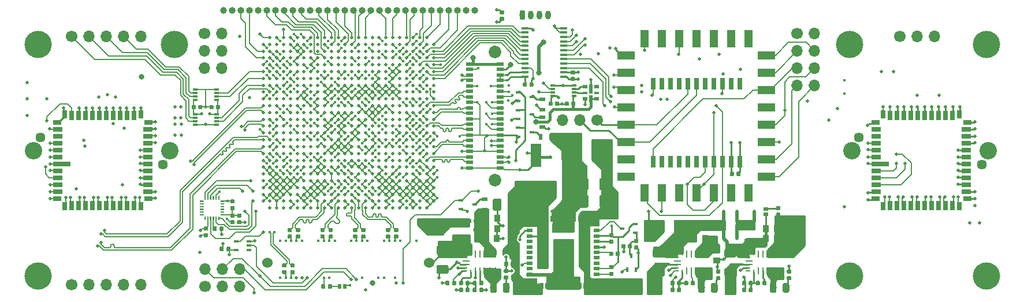
<source format=gtl>
G04 #@! TF.GenerationSoftware,KiCad,Pcbnew,6.0.0-rc1-unknown-8ecdf58~84~ubuntu16.04.1*
G04 #@! TF.CreationDate,2018-10-22T17:09:18+08:00*
G04 #@! TF.ProjectId,ovc2_stereo,6F7663325F73746572656F2E6B696361,rev?*
G04 #@! TF.SameCoordinates,Original*
G04 #@! TF.FileFunction,Copper,L1,Top*
G04 #@! TF.FilePolarity,Positive*
%FSLAX46Y46*%
G04 Gerber Fmt 4.6, Leading zero omitted, Abs format (unit mm)*
G04 Created by KiCad (PCBNEW 6.0.0-rc1-unknown-8ecdf58~84~ubuntu16.04.1) date Mon 22 Oct 2018 05:09:18 PM +08*
%MOMM*%
%LPD*%
G01*
G04 APERTURE LIST*
G04 #@! TA.AperFunction,Conductor*
%ADD10C,0.100000*%
G04 #@! TD*
G04 #@! TA.AperFunction,SMDPad,CuDef*
%ADD11C,0.975000*%
G04 #@! TD*
G04 #@! TA.AperFunction,SMDPad,CuDef*
%ADD12C,0.590000*%
G04 #@! TD*
G04 #@! TA.AperFunction,ComponentPad*
%ADD13C,1.450000*%
G04 #@! TD*
G04 #@! TA.AperFunction,ComponentPad*
%ADD14C,2.550000*%
G04 #@! TD*
G04 #@! TA.AperFunction,ComponentPad*
%ADD15O,1.700000X1.700000*%
G04 #@! TD*
G04 #@! TA.AperFunction,ComponentPad*
%ADD16C,1.700000*%
G04 #@! TD*
G04 #@! TA.AperFunction,BGAPad,CuDef*
%ADD17C,1.000000*%
G04 #@! TD*
G04 #@! TA.AperFunction,SMDPad,CuDef*
%ADD18C,1.250000*%
G04 #@! TD*
G04 #@! TA.AperFunction,ComponentPad*
%ADD19O,0.800000X1.300000*%
G04 #@! TD*
G04 #@! TA.AperFunction,ComponentPad*
%ADD20C,0.800000*%
G04 #@! TD*
G04 #@! TA.AperFunction,ComponentPad*
%ADD21O,1.000000X1.000000*%
G04 #@! TD*
G04 #@! TA.AperFunction,ComponentPad*
%ADD22C,1.000000*%
G04 #@! TD*
G04 #@! TA.AperFunction,SMDPad,CuDef*
%ADD23R,1.100000X0.400000*%
G04 #@! TD*
G04 #@! TA.AperFunction,SMDPad,CuDef*
%ADD24R,0.800000X0.300000*%
G04 #@! TD*
G04 #@! TA.AperFunction,SMDPad,CuDef*
%ADD25R,1.390000X0.670000*%
G04 #@! TD*
G04 #@! TA.AperFunction,SMDPad,CuDef*
%ADD26R,1.190000X0.670000*%
G04 #@! TD*
G04 #@! TA.AperFunction,SMDPad,CuDef*
%ADD27R,0.670000X1.190000*%
G04 #@! TD*
G04 #@! TA.AperFunction,SMDPad,CuDef*
%ADD28R,0.670000X1.390000*%
G04 #@! TD*
G04 #@! TA.AperFunction,SMDPad,CuDef*
%ADD29R,2.540000X0.670000*%
G04 #@! TD*
G04 #@! TA.AperFunction,SMDPad,CuDef*
%ADD30C,0.200000*%
G04 #@! TD*
G04 #@! TA.AperFunction,SMDPad,CuDef*
%ADD31R,0.950000X0.500000*%
G04 #@! TD*
G04 #@! TA.AperFunction,SMDPad,CuDef*
%ADD32R,1.650000X1.650000*%
G04 #@! TD*
G04 #@! TA.AperFunction,SMDPad,CuDef*
%ADD33R,0.500000X0.950000*%
G04 #@! TD*
G04 #@! TA.AperFunction,SMDPad,CuDef*
%ADD34R,3.290000X1.400000*%
G04 #@! TD*
G04 #@! TA.AperFunction,SMDPad,CuDef*
%ADD35R,0.525000X6.000000*%
G04 #@! TD*
G04 #@! TA.AperFunction,SMDPad,CuDef*
%ADD36R,0.820000X1.000000*%
G04 #@! TD*
G04 #@! TA.AperFunction,SMDPad,CuDef*
%ADD37R,0.250000X0.800000*%
G04 #@! TD*
G04 #@! TA.AperFunction,SMDPad,CuDef*
%ADD38R,0.250000X1.100000*%
G04 #@! TD*
G04 #@! TA.AperFunction,SMDPad,CuDef*
%ADD39R,1.950000X0.600000*%
G04 #@! TD*
G04 #@! TA.AperFunction,SMDPad,CuDef*
%ADD40R,0.700000X0.250000*%
G04 #@! TD*
G04 #@! TA.AperFunction,SMDPad,CuDef*
%ADD41R,1.100000X0.250000*%
G04 #@! TD*
G04 #@! TA.AperFunction,SMDPad,CuDef*
%ADD42R,3.000000X1.600000*%
G04 #@! TD*
G04 #@! TA.AperFunction,SMDPad,CuDef*
%ADD43R,1.000000X0.820000*%
G04 #@! TD*
G04 #@! TA.AperFunction,SMDPad,CuDef*
%ADD44R,0.700000X0.450000*%
G04 #@! TD*
G04 #@! TA.AperFunction,SMDPad,CuDef*
%ADD45R,0.900000X0.500000*%
G04 #@! TD*
G04 #@! TA.AperFunction,SMDPad,CuDef*
%ADD46R,0.650000X0.575000*%
G04 #@! TD*
G04 #@! TA.AperFunction,SMDPad,CuDef*
%ADD47R,0.575000X0.650000*%
G04 #@! TD*
G04 #@! TA.AperFunction,SMDPad,CuDef*
%ADD48R,0.800000X1.800000*%
G04 #@! TD*
G04 #@! TA.AperFunction,SMDPad,CuDef*
%ADD49R,1.100000X0.500000*%
G04 #@! TD*
G04 #@! TA.AperFunction,ComponentPad*
%ADD50C,1.850000*%
G04 #@! TD*
G04 #@! TA.AperFunction,SMDPad,CuDef*
%ADD51R,0.800000X0.500000*%
G04 #@! TD*
G04 #@! TA.AperFunction,SMDPad,CuDef*
%ADD52R,0.500000X1.480000*%
G04 #@! TD*
G04 #@! TA.AperFunction,SMDPad,CuDef*
%ADD53R,0.500000X1.000000*%
G04 #@! TD*
G04 #@! TA.AperFunction,BGAPad,CuDef*
%ADD54C,0.470000*%
G04 #@! TD*
G04 #@! TA.AperFunction,ComponentPad*
%ADD55C,1.530000*%
G04 #@! TD*
G04 #@! TA.AperFunction,SMDPad,CuDef*
%ADD56R,2.540000X1.143000*%
G04 #@! TD*
G04 #@! TA.AperFunction,SMDPad,CuDef*
%ADD57R,1.143000X2.540000*%
G04 #@! TD*
G04 #@! TA.AperFunction,SMDPad,CuDef*
%ADD58R,1.600000X3.500000*%
G04 #@! TD*
G04 #@! TA.AperFunction,SMDPad,CuDef*
%ADD59R,0.650000X0.400000*%
G04 #@! TD*
G04 #@! TA.AperFunction,SMDPad,CuDef*
%ADD60R,0.500000X0.900000*%
G04 #@! TD*
G04 #@! TA.AperFunction,SMDPad,CuDef*
%ADD61R,0.450000X0.700000*%
G04 #@! TD*
G04 #@! TA.AperFunction,ViaPad*
%ADD62C,4.000000*%
G04 #@! TD*
G04 #@! TA.AperFunction,ViaPad*
%ADD63C,0.406400*%
G04 #@! TD*
G04 #@! TA.AperFunction,ViaPad*
%ADD64C,0.508000*%
G04 #@! TD*
G04 #@! TA.AperFunction,ViaPad*
%ADD65C,0.510000*%
G04 #@! TD*
G04 #@! TA.AperFunction,ViaPad*
%ADD66C,0.800000*%
G04 #@! TD*
G04 #@! TA.AperFunction,Conductor*
%ADD67C,0.254000*%
G04 #@! TD*
G04 #@! TA.AperFunction,Conductor*
%ADD68C,0.177800*%
G04 #@! TD*
G04 #@! TA.AperFunction,Conductor*
%ADD69C,0.152400*%
G04 #@! TD*
G04 #@! TA.AperFunction,Conductor*
%ADD70C,0.250000*%
G04 #@! TD*
G04 #@! TA.AperFunction,Conductor*
%ADD71C,0.508000*%
G04 #@! TD*
G04 #@! TA.AperFunction,Conductor*
%ADD72C,0.400000*%
G04 #@! TD*
G04 #@! TA.AperFunction,Conductor*
%ADD73C,0.203200*%
G04 #@! TD*
G04 #@! TA.AperFunction,Conductor*
%ADD74C,0.279400*%
G04 #@! TD*
G04 #@! TA.AperFunction,Conductor*
%ADD75C,0.178000*%
G04 #@! TD*
G04 APERTURE END LIST*
D10*
G04 #@! TO.N,Net-(C8-Pad1)*
G04 #@! TO.C,R21*
G36*
X137905142Y-105001174D02*
X137928803Y-105004684D01*
X137952007Y-105010496D01*
X137974529Y-105018554D01*
X137996153Y-105028782D01*
X138016670Y-105041079D01*
X138035883Y-105055329D01*
X138053607Y-105071393D01*
X138069671Y-105089117D01*
X138083921Y-105108330D01*
X138096218Y-105128847D01*
X138106446Y-105150471D01*
X138114504Y-105172993D01*
X138120316Y-105196197D01*
X138123826Y-105219858D01*
X138125000Y-105243750D01*
X138125000Y-106156250D01*
X138123826Y-106180142D01*
X138120316Y-106203803D01*
X138114504Y-106227007D01*
X138106446Y-106249529D01*
X138096218Y-106271153D01*
X138083921Y-106291670D01*
X138069671Y-106310883D01*
X138053607Y-106328607D01*
X138035883Y-106344671D01*
X138016670Y-106358921D01*
X137996153Y-106371218D01*
X137974529Y-106381446D01*
X137952007Y-106389504D01*
X137928803Y-106395316D01*
X137905142Y-106398826D01*
X137881250Y-106400000D01*
X137393750Y-106400000D01*
X137369858Y-106398826D01*
X137346197Y-106395316D01*
X137322993Y-106389504D01*
X137300471Y-106381446D01*
X137278847Y-106371218D01*
X137258330Y-106358921D01*
X137239117Y-106344671D01*
X137221393Y-106328607D01*
X137205329Y-106310883D01*
X137191079Y-106291670D01*
X137178782Y-106271153D01*
X137168554Y-106249529D01*
X137160496Y-106227007D01*
X137154684Y-106203803D01*
X137151174Y-106180142D01*
X137150000Y-106156250D01*
X137150000Y-105243750D01*
X137151174Y-105219858D01*
X137154684Y-105196197D01*
X137160496Y-105172993D01*
X137168554Y-105150471D01*
X137178782Y-105128847D01*
X137191079Y-105108330D01*
X137205329Y-105089117D01*
X137221393Y-105071393D01*
X137239117Y-105055329D01*
X137258330Y-105041079D01*
X137278847Y-105028782D01*
X137300471Y-105018554D01*
X137322993Y-105010496D01*
X137346197Y-105004684D01*
X137369858Y-105001174D01*
X137393750Y-105000000D01*
X137881250Y-105000000D01*
X137905142Y-105001174D01*
X137905142Y-105001174D01*
G37*
D11*
G04 #@! TD*
G04 #@! TO.P,R21,2*
G04 #@! TO.N,Net-(C8-Pad1)*
X137637500Y-105700000D03*
D10*
G04 #@! TO.N,Net-(R21-Pad1)*
G04 #@! TO.C,R21*
G36*
X136030142Y-105001174D02*
X136053803Y-105004684D01*
X136077007Y-105010496D01*
X136099529Y-105018554D01*
X136121153Y-105028782D01*
X136141670Y-105041079D01*
X136160883Y-105055329D01*
X136178607Y-105071393D01*
X136194671Y-105089117D01*
X136208921Y-105108330D01*
X136221218Y-105128847D01*
X136231446Y-105150471D01*
X136239504Y-105172993D01*
X136245316Y-105196197D01*
X136248826Y-105219858D01*
X136250000Y-105243750D01*
X136250000Y-106156250D01*
X136248826Y-106180142D01*
X136245316Y-106203803D01*
X136239504Y-106227007D01*
X136231446Y-106249529D01*
X136221218Y-106271153D01*
X136208921Y-106291670D01*
X136194671Y-106310883D01*
X136178607Y-106328607D01*
X136160883Y-106344671D01*
X136141670Y-106358921D01*
X136121153Y-106371218D01*
X136099529Y-106381446D01*
X136077007Y-106389504D01*
X136053803Y-106395316D01*
X136030142Y-106398826D01*
X136006250Y-106400000D01*
X135518750Y-106400000D01*
X135494858Y-106398826D01*
X135471197Y-106395316D01*
X135447993Y-106389504D01*
X135425471Y-106381446D01*
X135403847Y-106371218D01*
X135383330Y-106358921D01*
X135364117Y-106344671D01*
X135346393Y-106328607D01*
X135330329Y-106310883D01*
X135316079Y-106291670D01*
X135303782Y-106271153D01*
X135293554Y-106249529D01*
X135285496Y-106227007D01*
X135279684Y-106203803D01*
X135276174Y-106180142D01*
X135275000Y-106156250D01*
X135275000Y-105243750D01*
X135276174Y-105219858D01*
X135279684Y-105196197D01*
X135285496Y-105172993D01*
X135293554Y-105150471D01*
X135303782Y-105128847D01*
X135316079Y-105108330D01*
X135330329Y-105089117D01*
X135346393Y-105071393D01*
X135364117Y-105055329D01*
X135383330Y-105041079D01*
X135403847Y-105028782D01*
X135425471Y-105018554D01*
X135447993Y-105010496D01*
X135471197Y-105004684D01*
X135494858Y-105001174D01*
X135518750Y-105000000D01*
X136006250Y-105000000D01*
X136030142Y-105001174D01*
X136030142Y-105001174D01*
G37*
D11*
G04 #@! TD*
G04 #@! TO.P,R21,1*
G04 #@! TO.N,Net-(R21-Pad1)*
X135762500Y-105700000D03*
D10*
G04 #@! TO.N,Net-(C39-Pad1)*
G04 #@! TO.C,R20*
G36*
X168405142Y-105001174D02*
X168428803Y-105004684D01*
X168452007Y-105010496D01*
X168474529Y-105018554D01*
X168496153Y-105028782D01*
X168516670Y-105041079D01*
X168535883Y-105055329D01*
X168553607Y-105071393D01*
X168569671Y-105089117D01*
X168583921Y-105108330D01*
X168596218Y-105128847D01*
X168606446Y-105150471D01*
X168614504Y-105172993D01*
X168620316Y-105196197D01*
X168623826Y-105219858D01*
X168625000Y-105243750D01*
X168625000Y-106156250D01*
X168623826Y-106180142D01*
X168620316Y-106203803D01*
X168614504Y-106227007D01*
X168606446Y-106249529D01*
X168596218Y-106271153D01*
X168583921Y-106291670D01*
X168569671Y-106310883D01*
X168553607Y-106328607D01*
X168535883Y-106344671D01*
X168516670Y-106358921D01*
X168496153Y-106371218D01*
X168474529Y-106381446D01*
X168452007Y-106389504D01*
X168428803Y-106395316D01*
X168405142Y-106398826D01*
X168381250Y-106400000D01*
X167893750Y-106400000D01*
X167869858Y-106398826D01*
X167846197Y-106395316D01*
X167822993Y-106389504D01*
X167800471Y-106381446D01*
X167778847Y-106371218D01*
X167758330Y-106358921D01*
X167739117Y-106344671D01*
X167721393Y-106328607D01*
X167705329Y-106310883D01*
X167691079Y-106291670D01*
X167678782Y-106271153D01*
X167668554Y-106249529D01*
X167660496Y-106227007D01*
X167654684Y-106203803D01*
X167651174Y-106180142D01*
X167650000Y-106156250D01*
X167650000Y-105243750D01*
X167651174Y-105219858D01*
X167654684Y-105196197D01*
X167660496Y-105172993D01*
X167668554Y-105150471D01*
X167678782Y-105128847D01*
X167691079Y-105108330D01*
X167705329Y-105089117D01*
X167721393Y-105071393D01*
X167739117Y-105055329D01*
X167758330Y-105041079D01*
X167778847Y-105028782D01*
X167800471Y-105018554D01*
X167822993Y-105010496D01*
X167846197Y-105004684D01*
X167869858Y-105001174D01*
X167893750Y-105000000D01*
X168381250Y-105000000D01*
X168405142Y-105001174D01*
X168405142Y-105001174D01*
G37*
D11*
G04 #@! TD*
G04 #@! TO.P,R20,2*
G04 #@! TO.N,Net-(C39-Pad1)*
X168137500Y-105700000D03*
D10*
G04 #@! TO.N,Net-(R20-Pad1)*
G04 #@! TO.C,R20*
G36*
X166530142Y-105001174D02*
X166553803Y-105004684D01*
X166577007Y-105010496D01*
X166599529Y-105018554D01*
X166621153Y-105028782D01*
X166641670Y-105041079D01*
X166660883Y-105055329D01*
X166678607Y-105071393D01*
X166694671Y-105089117D01*
X166708921Y-105108330D01*
X166721218Y-105128847D01*
X166731446Y-105150471D01*
X166739504Y-105172993D01*
X166745316Y-105196197D01*
X166748826Y-105219858D01*
X166750000Y-105243750D01*
X166750000Y-106156250D01*
X166748826Y-106180142D01*
X166745316Y-106203803D01*
X166739504Y-106227007D01*
X166731446Y-106249529D01*
X166721218Y-106271153D01*
X166708921Y-106291670D01*
X166694671Y-106310883D01*
X166678607Y-106328607D01*
X166660883Y-106344671D01*
X166641670Y-106358921D01*
X166621153Y-106371218D01*
X166599529Y-106381446D01*
X166577007Y-106389504D01*
X166553803Y-106395316D01*
X166530142Y-106398826D01*
X166506250Y-106400000D01*
X166018750Y-106400000D01*
X165994858Y-106398826D01*
X165971197Y-106395316D01*
X165947993Y-106389504D01*
X165925471Y-106381446D01*
X165903847Y-106371218D01*
X165883330Y-106358921D01*
X165864117Y-106344671D01*
X165846393Y-106328607D01*
X165830329Y-106310883D01*
X165816079Y-106291670D01*
X165803782Y-106271153D01*
X165793554Y-106249529D01*
X165785496Y-106227007D01*
X165779684Y-106203803D01*
X165776174Y-106180142D01*
X165775000Y-106156250D01*
X165775000Y-105243750D01*
X165776174Y-105219858D01*
X165779684Y-105196197D01*
X165785496Y-105172993D01*
X165793554Y-105150471D01*
X165803782Y-105128847D01*
X165816079Y-105108330D01*
X165830329Y-105089117D01*
X165846393Y-105071393D01*
X165864117Y-105055329D01*
X165883330Y-105041079D01*
X165903847Y-105028782D01*
X165925471Y-105018554D01*
X165947993Y-105010496D01*
X165971197Y-105004684D01*
X165994858Y-105001174D01*
X166018750Y-105000000D01*
X166506250Y-105000000D01*
X166530142Y-105001174D01*
X166530142Y-105001174D01*
G37*
D11*
G04 #@! TD*
G04 #@! TO.P,R20,1*
G04 #@! TO.N,Net-(R20-Pad1)*
X166262500Y-105700000D03*
D10*
G04 #@! TO.N,Net-(C34-Pad1)*
G04 #@! TO.C,R17*
G36*
X178905142Y-105001174D02*
X178928803Y-105004684D01*
X178952007Y-105010496D01*
X178974529Y-105018554D01*
X178996153Y-105028782D01*
X179016670Y-105041079D01*
X179035883Y-105055329D01*
X179053607Y-105071393D01*
X179069671Y-105089117D01*
X179083921Y-105108330D01*
X179096218Y-105128847D01*
X179106446Y-105150471D01*
X179114504Y-105172993D01*
X179120316Y-105196197D01*
X179123826Y-105219858D01*
X179125000Y-105243750D01*
X179125000Y-106156250D01*
X179123826Y-106180142D01*
X179120316Y-106203803D01*
X179114504Y-106227007D01*
X179106446Y-106249529D01*
X179096218Y-106271153D01*
X179083921Y-106291670D01*
X179069671Y-106310883D01*
X179053607Y-106328607D01*
X179035883Y-106344671D01*
X179016670Y-106358921D01*
X178996153Y-106371218D01*
X178974529Y-106381446D01*
X178952007Y-106389504D01*
X178928803Y-106395316D01*
X178905142Y-106398826D01*
X178881250Y-106400000D01*
X178393750Y-106400000D01*
X178369858Y-106398826D01*
X178346197Y-106395316D01*
X178322993Y-106389504D01*
X178300471Y-106381446D01*
X178278847Y-106371218D01*
X178258330Y-106358921D01*
X178239117Y-106344671D01*
X178221393Y-106328607D01*
X178205329Y-106310883D01*
X178191079Y-106291670D01*
X178178782Y-106271153D01*
X178168554Y-106249529D01*
X178160496Y-106227007D01*
X178154684Y-106203803D01*
X178151174Y-106180142D01*
X178150000Y-106156250D01*
X178150000Y-105243750D01*
X178151174Y-105219858D01*
X178154684Y-105196197D01*
X178160496Y-105172993D01*
X178168554Y-105150471D01*
X178178782Y-105128847D01*
X178191079Y-105108330D01*
X178205329Y-105089117D01*
X178221393Y-105071393D01*
X178239117Y-105055329D01*
X178258330Y-105041079D01*
X178278847Y-105028782D01*
X178300471Y-105018554D01*
X178322993Y-105010496D01*
X178346197Y-105004684D01*
X178369858Y-105001174D01*
X178393750Y-105000000D01*
X178881250Y-105000000D01*
X178905142Y-105001174D01*
X178905142Y-105001174D01*
G37*
D11*
G04 #@! TD*
G04 #@! TO.P,R17,2*
G04 #@! TO.N,Net-(C34-Pad1)*
X178637500Y-105700000D03*
D10*
G04 #@! TO.N,Net-(R17-Pad1)*
G04 #@! TO.C,R17*
G36*
X177030142Y-105001174D02*
X177053803Y-105004684D01*
X177077007Y-105010496D01*
X177099529Y-105018554D01*
X177121153Y-105028782D01*
X177141670Y-105041079D01*
X177160883Y-105055329D01*
X177178607Y-105071393D01*
X177194671Y-105089117D01*
X177208921Y-105108330D01*
X177221218Y-105128847D01*
X177231446Y-105150471D01*
X177239504Y-105172993D01*
X177245316Y-105196197D01*
X177248826Y-105219858D01*
X177250000Y-105243750D01*
X177250000Y-106156250D01*
X177248826Y-106180142D01*
X177245316Y-106203803D01*
X177239504Y-106227007D01*
X177231446Y-106249529D01*
X177221218Y-106271153D01*
X177208921Y-106291670D01*
X177194671Y-106310883D01*
X177178607Y-106328607D01*
X177160883Y-106344671D01*
X177141670Y-106358921D01*
X177121153Y-106371218D01*
X177099529Y-106381446D01*
X177077007Y-106389504D01*
X177053803Y-106395316D01*
X177030142Y-106398826D01*
X177006250Y-106400000D01*
X176518750Y-106400000D01*
X176494858Y-106398826D01*
X176471197Y-106395316D01*
X176447993Y-106389504D01*
X176425471Y-106381446D01*
X176403847Y-106371218D01*
X176383330Y-106358921D01*
X176364117Y-106344671D01*
X176346393Y-106328607D01*
X176330329Y-106310883D01*
X176316079Y-106291670D01*
X176303782Y-106271153D01*
X176293554Y-106249529D01*
X176285496Y-106227007D01*
X176279684Y-106203803D01*
X176276174Y-106180142D01*
X176275000Y-106156250D01*
X176275000Y-105243750D01*
X176276174Y-105219858D01*
X176279684Y-105196197D01*
X176285496Y-105172993D01*
X176293554Y-105150471D01*
X176303782Y-105128847D01*
X176316079Y-105108330D01*
X176330329Y-105089117D01*
X176346393Y-105071393D01*
X176364117Y-105055329D01*
X176383330Y-105041079D01*
X176403847Y-105028782D01*
X176425471Y-105018554D01*
X176447993Y-105010496D01*
X176471197Y-105004684D01*
X176494858Y-105001174D01*
X176518750Y-105000000D01*
X177006250Y-105000000D01*
X177030142Y-105001174D01*
X177030142Y-105001174D01*
G37*
D11*
G04 #@! TD*
G04 #@! TO.P,R17,1*
G04 #@! TO.N,Net-(R17-Pad1)*
X176762500Y-105700000D03*
D10*
G04 #@! TO.N,GND*
G04 #@! TO.C,C61*
G36*
X137776958Y-101880710D02*
X137791276Y-101882834D01*
X137805317Y-101886351D01*
X137818946Y-101891228D01*
X137832031Y-101897417D01*
X137844447Y-101904858D01*
X137856073Y-101913481D01*
X137866798Y-101923202D01*
X137876519Y-101933927D01*
X137885142Y-101945553D01*
X137892583Y-101957969D01*
X137898772Y-101971054D01*
X137903649Y-101984683D01*
X137907166Y-101998724D01*
X137909290Y-102013042D01*
X137910000Y-102027500D01*
X137910000Y-102372500D01*
X137909290Y-102386958D01*
X137907166Y-102401276D01*
X137903649Y-102415317D01*
X137898772Y-102428946D01*
X137892583Y-102442031D01*
X137885142Y-102454447D01*
X137876519Y-102466073D01*
X137866798Y-102476798D01*
X137856073Y-102486519D01*
X137844447Y-102495142D01*
X137832031Y-102502583D01*
X137818946Y-102508772D01*
X137805317Y-102513649D01*
X137791276Y-102517166D01*
X137776958Y-102519290D01*
X137762500Y-102520000D01*
X137467500Y-102520000D01*
X137453042Y-102519290D01*
X137438724Y-102517166D01*
X137424683Y-102513649D01*
X137411054Y-102508772D01*
X137397969Y-102502583D01*
X137385553Y-102495142D01*
X137373927Y-102486519D01*
X137363202Y-102476798D01*
X137353481Y-102466073D01*
X137344858Y-102454447D01*
X137337417Y-102442031D01*
X137331228Y-102428946D01*
X137326351Y-102415317D01*
X137322834Y-102401276D01*
X137320710Y-102386958D01*
X137320000Y-102372500D01*
X137320000Y-102027500D01*
X137320710Y-102013042D01*
X137322834Y-101998724D01*
X137326351Y-101984683D01*
X137331228Y-101971054D01*
X137337417Y-101957969D01*
X137344858Y-101945553D01*
X137353481Y-101933927D01*
X137363202Y-101923202D01*
X137373927Y-101913481D01*
X137385553Y-101904858D01*
X137397969Y-101897417D01*
X137411054Y-101891228D01*
X137424683Y-101886351D01*
X137438724Y-101882834D01*
X137453042Y-101880710D01*
X137467500Y-101880000D01*
X137762500Y-101880000D01*
X137776958Y-101880710D01*
X137776958Y-101880710D01*
G37*
D12*
G04 #@! TD*
G04 #@! TO.P,C61,2*
G04 #@! TO.N,GND*
X137615000Y-102200000D03*
D10*
G04 #@! TO.N,+12V*
G04 #@! TO.C,C61*
G36*
X138746958Y-101880710D02*
X138761276Y-101882834D01*
X138775317Y-101886351D01*
X138788946Y-101891228D01*
X138802031Y-101897417D01*
X138814447Y-101904858D01*
X138826073Y-101913481D01*
X138836798Y-101923202D01*
X138846519Y-101933927D01*
X138855142Y-101945553D01*
X138862583Y-101957969D01*
X138868772Y-101971054D01*
X138873649Y-101984683D01*
X138877166Y-101998724D01*
X138879290Y-102013042D01*
X138880000Y-102027500D01*
X138880000Y-102372500D01*
X138879290Y-102386958D01*
X138877166Y-102401276D01*
X138873649Y-102415317D01*
X138868772Y-102428946D01*
X138862583Y-102442031D01*
X138855142Y-102454447D01*
X138846519Y-102466073D01*
X138836798Y-102476798D01*
X138826073Y-102486519D01*
X138814447Y-102495142D01*
X138802031Y-102502583D01*
X138788946Y-102508772D01*
X138775317Y-102513649D01*
X138761276Y-102517166D01*
X138746958Y-102519290D01*
X138732500Y-102520000D01*
X138437500Y-102520000D01*
X138423042Y-102519290D01*
X138408724Y-102517166D01*
X138394683Y-102513649D01*
X138381054Y-102508772D01*
X138367969Y-102502583D01*
X138355553Y-102495142D01*
X138343927Y-102486519D01*
X138333202Y-102476798D01*
X138323481Y-102466073D01*
X138314858Y-102454447D01*
X138307417Y-102442031D01*
X138301228Y-102428946D01*
X138296351Y-102415317D01*
X138292834Y-102401276D01*
X138290710Y-102386958D01*
X138290000Y-102372500D01*
X138290000Y-102027500D01*
X138290710Y-102013042D01*
X138292834Y-101998724D01*
X138296351Y-101984683D01*
X138301228Y-101971054D01*
X138307417Y-101957969D01*
X138314858Y-101945553D01*
X138323481Y-101933927D01*
X138333202Y-101923202D01*
X138343927Y-101913481D01*
X138355553Y-101904858D01*
X138367969Y-101897417D01*
X138381054Y-101891228D01*
X138394683Y-101886351D01*
X138408724Y-101882834D01*
X138423042Y-101880710D01*
X138437500Y-101880000D01*
X138732500Y-101880000D01*
X138746958Y-101880710D01*
X138746958Y-101880710D01*
G37*
D12*
G04 #@! TD*
G04 #@! TO.P,C61,1*
G04 #@! TO.N,+12V*
X138585000Y-102200000D03*
D13*
G04 #@! TO.P,J9,1*
G04 #@! TO.N,GND*
X189320000Y-83630000D03*
X207320000Y-87630000D03*
D14*
X208320000Y-85630000D03*
X188320000Y-85630000D03*
G04 #@! TD*
D13*
G04 #@! TO.P,J8,1*
G04 #@! TO.N,GND*
X69320000Y-83630000D03*
X87320000Y-87630000D03*
D14*
X88320000Y-85630000D03*
X68320000Y-85630000D03*
G04 #@! TD*
D10*
G04 #@! TO.N,GND*
G04 #@! TO.C,C5*
G36*
X170876958Y-88680710D02*
X170891276Y-88682834D01*
X170905317Y-88686351D01*
X170918946Y-88691228D01*
X170932031Y-88697417D01*
X170944447Y-88704858D01*
X170956073Y-88713481D01*
X170966798Y-88723202D01*
X170976519Y-88733927D01*
X170985142Y-88745553D01*
X170992583Y-88757969D01*
X170998772Y-88771054D01*
X171003649Y-88784683D01*
X171007166Y-88798724D01*
X171009290Y-88813042D01*
X171010000Y-88827500D01*
X171010000Y-89172500D01*
X171009290Y-89186958D01*
X171007166Y-89201276D01*
X171003649Y-89215317D01*
X170998772Y-89228946D01*
X170992583Y-89242031D01*
X170985142Y-89254447D01*
X170976519Y-89266073D01*
X170966798Y-89276798D01*
X170956073Y-89286519D01*
X170944447Y-89295142D01*
X170932031Y-89302583D01*
X170918946Y-89308772D01*
X170905317Y-89313649D01*
X170891276Y-89317166D01*
X170876958Y-89319290D01*
X170862500Y-89320000D01*
X170567500Y-89320000D01*
X170553042Y-89319290D01*
X170538724Y-89317166D01*
X170524683Y-89313649D01*
X170511054Y-89308772D01*
X170497969Y-89302583D01*
X170485553Y-89295142D01*
X170473927Y-89286519D01*
X170463202Y-89276798D01*
X170453481Y-89266073D01*
X170444858Y-89254447D01*
X170437417Y-89242031D01*
X170431228Y-89228946D01*
X170426351Y-89215317D01*
X170422834Y-89201276D01*
X170420710Y-89186958D01*
X170420000Y-89172500D01*
X170420000Y-88827500D01*
X170420710Y-88813042D01*
X170422834Y-88798724D01*
X170426351Y-88784683D01*
X170431228Y-88771054D01*
X170437417Y-88757969D01*
X170444858Y-88745553D01*
X170453481Y-88733927D01*
X170463202Y-88723202D01*
X170473927Y-88713481D01*
X170485553Y-88704858D01*
X170497969Y-88697417D01*
X170511054Y-88691228D01*
X170524683Y-88686351D01*
X170538724Y-88682834D01*
X170553042Y-88680710D01*
X170567500Y-88680000D01*
X170862500Y-88680000D01*
X170876958Y-88680710D01*
X170876958Y-88680710D01*
G37*
D12*
G04 #@! TD*
G04 #@! TO.P,C5,2*
G04 #@! TO.N,GND*
X170715000Y-89000000D03*
D10*
G04 #@! TO.N,+3V3*
G04 #@! TO.C,C5*
G36*
X171846958Y-88680710D02*
X171861276Y-88682834D01*
X171875317Y-88686351D01*
X171888946Y-88691228D01*
X171902031Y-88697417D01*
X171914447Y-88704858D01*
X171926073Y-88713481D01*
X171936798Y-88723202D01*
X171946519Y-88733927D01*
X171955142Y-88745553D01*
X171962583Y-88757969D01*
X171968772Y-88771054D01*
X171973649Y-88784683D01*
X171977166Y-88798724D01*
X171979290Y-88813042D01*
X171980000Y-88827500D01*
X171980000Y-89172500D01*
X171979290Y-89186958D01*
X171977166Y-89201276D01*
X171973649Y-89215317D01*
X171968772Y-89228946D01*
X171962583Y-89242031D01*
X171955142Y-89254447D01*
X171946519Y-89266073D01*
X171936798Y-89276798D01*
X171926073Y-89286519D01*
X171914447Y-89295142D01*
X171902031Y-89302583D01*
X171888946Y-89308772D01*
X171875317Y-89313649D01*
X171861276Y-89317166D01*
X171846958Y-89319290D01*
X171832500Y-89320000D01*
X171537500Y-89320000D01*
X171523042Y-89319290D01*
X171508724Y-89317166D01*
X171494683Y-89313649D01*
X171481054Y-89308772D01*
X171467969Y-89302583D01*
X171455553Y-89295142D01*
X171443927Y-89286519D01*
X171433202Y-89276798D01*
X171423481Y-89266073D01*
X171414858Y-89254447D01*
X171407417Y-89242031D01*
X171401228Y-89228946D01*
X171396351Y-89215317D01*
X171392834Y-89201276D01*
X171390710Y-89186958D01*
X171390000Y-89172500D01*
X171390000Y-88827500D01*
X171390710Y-88813042D01*
X171392834Y-88798724D01*
X171396351Y-88784683D01*
X171401228Y-88771054D01*
X171407417Y-88757969D01*
X171414858Y-88745553D01*
X171423481Y-88733927D01*
X171433202Y-88723202D01*
X171443927Y-88713481D01*
X171455553Y-88704858D01*
X171467969Y-88697417D01*
X171481054Y-88691228D01*
X171494683Y-88686351D01*
X171508724Y-88682834D01*
X171523042Y-88680710D01*
X171537500Y-88680000D01*
X171832500Y-88680000D01*
X171846958Y-88680710D01*
X171846958Y-88680710D01*
G37*
D12*
G04 #@! TD*
G04 #@! TO.P,C5,1*
G04 #@! TO.N,+3V3*
X171685000Y-89000000D03*
D15*
G04 #@! TO.P,J6,6*
G04 #@! TO.N,FPGA_TCK*
X95940000Y-73480000D03*
G04 #@! TO.P,J6,5*
G04 #@! TO.N,GND*
X93400000Y-73480000D03*
G04 #@! TO.P,J6,4*
G04 #@! TO.N,+1V8*
X95940000Y-70940000D03*
G04 #@! TO.P,J6,3*
G04 #@! TO.N,FPGA_TDO*
X93400000Y-70940000D03*
G04 #@! TO.P,J6,2*
G04 #@! TO.N,FPGA_TMS*
X95940000Y-68400000D03*
D16*
G04 #@! TO.P,J6,1*
G04 #@! TO.N,FPGA_TDI*
X93400000Y-68400000D03*
G04 #@! TD*
D15*
G04 #@! TO.P,J12,8*
G04 #@! TO.N,IMU_SCK_3V3*
X182840000Y-76020000D03*
G04 #@! TO.P,J12,7*
G04 #@! TO.N,IMU_MOSI_3V3*
X180300000Y-76020000D03*
G04 #@! TO.P,J12,6*
G04 #@! TO.N,IMU_MISO_3V3*
X182840000Y-73480000D03*
G04 #@! TO.P,J12,5*
G04 #@! TO.N,IMU_NRST_3V3*
X180300000Y-73480000D03*
G04 #@! TO.P,J12,4*
G04 #@! TO.N,IMU_CS_3V3*
X182840000Y-70940000D03*
G04 #@! TO.P,J12,3*
G04 #@! TO.N,IMU_SYNC_IN_3V3*
X180300000Y-70940000D03*
G04 #@! TO.P,J12,2*
G04 #@! TO.N,GND*
X182840000Y-68400000D03*
D16*
G04 #@! TO.P,J12,1*
G04 #@! TO.N,IMU_SYNC_OUT_3V3*
X180300000Y-68400000D03*
G04 #@! TD*
D17*
G04 #@! TO.P,TP9,1*
G04 #@! TO.N,0V9*
X146100000Y-83700000D03*
G04 #@! TD*
G04 #@! TO.P,TP8,1*
G04 #@! TO.N,1V03*
X133300000Y-97200000D03*
G04 #@! TD*
D15*
G04 #@! TO.P,J13,3*
G04 #@! TO.N,GND*
X200380000Y-68800000D03*
G04 #@! TO.P,J13,2*
G04 #@! TO.N,+1V8*
X197840000Y-68800000D03*
D16*
G04 #@! TO.P,J13,1*
G04 #@! TO.N,+3V3*
X195300000Y-68800000D03*
G04 #@! TD*
D10*
G04 #@! TO.N,GND*
G04 #@! TO.C,C159*
G36*
X131249504Y-98376204D02*
X131273773Y-98379804D01*
X131297571Y-98385765D01*
X131320671Y-98394030D01*
X131342849Y-98404520D01*
X131363893Y-98417133D01*
X131383598Y-98431747D01*
X131401777Y-98448223D01*
X131418253Y-98466402D01*
X131432867Y-98486107D01*
X131445480Y-98507151D01*
X131455970Y-98529329D01*
X131464235Y-98552429D01*
X131470196Y-98576227D01*
X131473796Y-98600496D01*
X131475000Y-98625000D01*
X131475000Y-99375000D01*
X131473796Y-99399504D01*
X131470196Y-99423773D01*
X131464235Y-99447571D01*
X131455970Y-99470671D01*
X131445480Y-99492849D01*
X131432867Y-99513893D01*
X131418253Y-99533598D01*
X131401777Y-99551777D01*
X131383598Y-99568253D01*
X131363893Y-99582867D01*
X131342849Y-99595480D01*
X131320671Y-99605970D01*
X131297571Y-99614235D01*
X131273773Y-99620196D01*
X131249504Y-99623796D01*
X131225000Y-99625000D01*
X129975000Y-99625000D01*
X129950496Y-99623796D01*
X129926227Y-99620196D01*
X129902429Y-99614235D01*
X129879329Y-99605970D01*
X129857151Y-99595480D01*
X129836107Y-99582867D01*
X129816402Y-99568253D01*
X129798223Y-99551777D01*
X129781747Y-99533598D01*
X129767133Y-99513893D01*
X129754520Y-99492849D01*
X129744030Y-99470671D01*
X129735765Y-99447571D01*
X129729804Y-99423773D01*
X129726204Y-99399504D01*
X129725000Y-99375000D01*
X129725000Y-98625000D01*
X129726204Y-98600496D01*
X129729804Y-98576227D01*
X129735765Y-98552429D01*
X129744030Y-98529329D01*
X129754520Y-98507151D01*
X129767133Y-98486107D01*
X129781747Y-98466402D01*
X129798223Y-98448223D01*
X129816402Y-98431747D01*
X129836107Y-98417133D01*
X129857151Y-98404520D01*
X129879329Y-98394030D01*
X129902429Y-98385765D01*
X129926227Y-98379804D01*
X129950496Y-98376204D01*
X129975000Y-98375000D01*
X131225000Y-98375000D01*
X131249504Y-98376204D01*
X131249504Y-98376204D01*
G37*
D18*
G04 #@! TD*
G04 #@! TO.P,C159,2*
G04 #@! TO.N,GND*
X130600000Y-99000000D03*
D10*
G04 #@! TO.N,/fpga_power/VCC_GXBL*
G04 #@! TO.C,C159*
G36*
X131249504Y-95576204D02*
X131273773Y-95579804D01*
X131297571Y-95585765D01*
X131320671Y-95594030D01*
X131342849Y-95604520D01*
X131363893Y-95617133D01*
X131383598Y-95631747D01*
X131401777Y-95648223D01*
X131418253Y-95666402D01*
X131432867Y-95686107D01*
X131445480Y-95707151D01*
X131455970Y-95729329D01*
X131464235Y-95752429D01*
X131470196Y-95776227D01*
X131473796Y-95800496D01*
X131475000Y-95825000D01*
X131475000Y-96575000D01*
X131473796Y-96599504D01*
X131470196Y-96623773D01*
X131464235Y-96647571D01*
X131455970Y-96670671D01*
X131445480Y-96692849D01*
X131432867Y-96713893D01*
X131418253Y-96733598D01*
X131401777Y-96751777D01*
X131383598Y-96768253D01*
X131363893Y-96782867D01*
X131342849Y-96795480D01*
X131320671Y-96805970D01*
X131297571Y-96814235D01*
X131273773Y-96820196D01*
X131249504Y-96823796D01*
X131225000Y-96825000D01*
X129975000Y-96825000D01*
X129950496Y-96823796D01*
X129926227Y-96820196D01*
X129902429Y-96814235D01*
X129879329Y-96805970D01*
X129857151Y-96795480D01*
X129836107Y-96782867D01*
X129816402Y-96768253D01*
X129798223Y-96751777D01*
X129781747Y-96733598D01*
X129767133Y-96713893D01*
X129754520Y-96692849D01*
X129744030Y-96670671D01*
X129735765Y-96647571D01*
X129729804Y-96623773D01*
X129726204Y-96599504D01*
X129725000Y-96575000D01*
X129725000Y-95825000D01*
X129726204Y-95800496D01*
X129729804Y-95776227D01*
X129735765Y-95752429D01*
X129744030Y-95729329D01*
X129754520Y-95707151D01*
X129767133Y-95686107D01*
X129781747Y-95666402D01*
X129798223Y-95648223D01*
X129816402Y-95631747D01*
X129836107Y-95617133D01*
X129857151Y-95604520D01*
X129879329Y-95594030D01*
X129902429Y-95585765D01*
X129926227Y-95579804D01*
X129950496Y-95576204D01*
X129975000Y-95575000D01*
X131225000Y-95575000D01*
X131249504Y-95576204D01*
X131249504Y-95576204D01*
G37*
D18*
G04 #@! TD*
G04 #@! TO.P,C159,1*
G04 #@! TO.N,/fpga_power/VCC_GXBL*
X130600000Y-96200000D03*
D10*
G04 #@! TO.N,GND*
G04 #@! TO.C,C4*
G36*
X128949504Y-99576204D02*
X128973773Y-99579804D01*
X128997571Y-99585765D01*
X129020671Y-99594030D01*
X129042849Y-99604520D01*
X129063893Y-99617133D01*
X129083598Y-99631747D01*
X129101777Y-99648223D01*
X129118253Y-99666402D01*
X129132867Y-99686107D01*
X129145480Y-99707151D01*
X129155970Y-99729329D01*
X129164235Y-99752429D01*
X129170196Y-99776227D01*
X129173796Y-99800496D01*
X129175000Y-99825000D01*
X129175000Y-100575000D01*
X129173796Y-100599504D01*
X129170196Y-100623773D01*
X129164235Y-100647571D01*
X129155970Y-100670671D01*
X129145480Y-100692849D01*
X129132867Y-100713893D01*
X129118253Y-100733598D01*
X129101777Y-100751777D01*
X129083598Y-100768253D01*
X129063893Y-100782867D01*
X129042849Y-100795480D01*
X129020671Y-100805970D01*
X128997571Y-100814235D01*
X128973773Y-100820196D01*
X128949504Y-100823796D01*
X128925000Y-100825000D01*
X127675000Y-100825000D01*
X127650496Y-100823796D01*
X127626227Y-100820196D01*
X127602429Y-100814235D01*
X127579329Y-100805970D01*
X127557151Y-100795480D01*
X127536107Y-100782867D01*
X127516402Y-100768253D01*
X127498223Y-100751777D01*
X127481747Y-100733598D01*
X127467133Y-100713893D01*
X127454520Y-100692849D01*
X127444030Y-100670671D01*
X127435765Y-100647571D01*
X127429804Y-100623773D01*
X127426204Y-100599504D01*
X127425000Y-100575000D01*
X127425000Y-99825000D01*
X127426204Y-99800496D01*
X127429804Y-99776227D01*
X127435765Y-99752429D01*
X127444030Y-99729329D01*
X127454520Y-99707151D01*
X127467133Y-99686107D01*
X127481747Y-99666402D01*
X127498223Y-99648223D01*
X127516402Y-99631747D01*
X127536107Y-99617133D01*
X127557151Y-99604520D01*
X127579329Y-99594030D01*
X127602429Y-99585765D01*
X127626227Y-99579804D01*
X127650496Y-99576204D01*
X127675000Y-99575000D01*
X128925000Y-99575000D01*
X128949504Y-99576204D01*
X128949504Y-99576204D01*
G37*
D18*
G04 #@! TD*
G04 #@! TO.P,C4,2*
G04 #@! TO.N,GND*
X128300000Y-100200000D03*
D10*
G04 #@! TO.N,+12V*
G04 #@! TO.C,C4*
G36*
X128949504Y-102376204D02*
X128973773Y-102379804D01*
X128997571Y-102385765D01*
X129020671Y-102394030D01*
X129042849Y-102404520D01*
X129063893Y-102417133D01*
X129083598Y-102431747D01*
X129101777Y-102448223D01*
X129118253Y-102466402D01*
X129132867Y-102486107D01*
X129145480Y-102507151D01*
X129155970Y-102529329D01*
X129164235Y-102552429D01*
X129170196Y-102576227D01*
X129173796Y-102600496D01*
X129175000Y-102625000D01*
X129175000Y-103375000D01*
X129173796Y-103399504D01*
X129170196Y-103423773D01*
X129164235Y-103447571D01*
X129155970Y-103470671D01*
X129145480Y-103492849D01*
X129132867Y-103513893D01*
X129118253Y-103533598D01*
X129101777Y-103551777D01*
X129083598Y-103568253D01*
X129063893Y-103582867D01*
X129042849Y-103595480D01*
X129020671Y-103605970D01*
X128997571Y-103614235D01*
X128973773Y-103620196D01*
X128949504Y-103623796D01*
X128925000Y-103625000D01*
X127675000Y-103625000D01*
X127650496Y-103623796D01*
X127626227Y-103620196D01*
X127602429Y-103614235D01*
X127579329Y-103605970D01*
X127557151Y-103595480D01*
X127536107Y-103582867D01*
X127516402Y-103568253D01*
X127498223Y-103551777D01*
X127481747Y-103533598D01*
X127467133Y-103513893D01*
X127454520Y-103492849D01*
X127444030Y-103470671D01*
X127435765Y-103447571D01*
X127429804Y-103423773D01*
X127426204Y-103399504D01*
X127425000Y-103375000D01*
X127425000Y-102625000D01*
X127426204Y-102600496D01*
X127429804Y-102576227D01*
X127435765Y-102552429D01*
X127444030Y-102529329D01*
X127454520Y-102507151D01*
X127467133Y-102486107D01*
X127481747Y-102466402D01*
X127498223Y-102448223D01*
X127516402Y-102431747D01*
X127536107Y-102417133D01*
X127557151Y-102404520D01*
X127579329Y-102394030D01*
X127602429Y-102385765D01*
X127626227Y-102379804D01*
X127650496Y-102376204D01*
X127675000Y-102375000D01*
X128925000Y-102375000D01*
X128949504Y-102376204D01*
X128949504Y-102376204D01*
G37*
D18*
G04 #@! TD*
G04 #@! TO.P,C4,1*
G04 #@! TO.N,+12V*
X128300000Y-103000000D03*
D10*
G04 #@! TO.N,GND*
G04 #@! TO.C,C38*
G36*
X160649504Y-99976204D02*
X160673773Y-99979804D01*
X160697571Y-99985765D01*
X160720671Y-99994030D01*
X160742849Y-100004520D01*
X160763893Y-100017133D01*
X160783598Y-100031747D01*
X160801777Y-100048223D01*
X160818253Y-100066402D01*
X160832867Y-100086107D01*
X160845480Y-100107151D01*
X160855970Y-100129329D01*
X160864235Y-100152429D01*
X160870196Y-100176227D01*
X160873796Y-100200496D01*
X160875000Y-100225000D01*
X160875000Y-100975000D01*
X160873796Y-100999504D01*
X160870196Y-101023773D01*
X160864235Y-101047571D01*
X160855970Y-101070671D01*
X160845480Y-101092849D01*
X160832867Y-101113893D01*
X160818253Y-101133598D01*
X160801777Y-101151777D01*
X160783598Y-101168253D01*
X160763893Y-101182867D01*
X160742849Y-101195480D01*
X160720671Y-101205970D01*
X160697571Y-101214235D01*
X160673773Y-101220196D01*
X160649504Y-101223796D01*
X160625000Y-101225000D01*
X159375000Y-101225000D01*
X159350496Y-101223796D01*
X159326227Y-101220196D01*
X159302429Y-101214235D01*
X159279329Y-101205970D01*
X159257151Y-101195480D01*
X159236107Y-101182867D01*
X159216402Y-101168253D01*
X159198223Y-101151777D01*
X159181747Y-101133598D01*
X159167133Y-101113893D01*
X159154520Y-101092849D01*
X159144030Y-101070671D01*
X159135765Y-101047571D01*
X159129804Y-101023773D01*
X159126204Y-100999504D01*
X159125000Y-100975000D01*
X159125000Y-100225000D01*
X159126204Y-100200496D01*
X159129804Y-100176227D01*
X159135765Y-100152429D01*
X159144030Y-100129329D01*
X159154520Y-100107151D01*
X159167133Y-100086107D01*
X159181747Y-100066402D01*
X159198223Y-100048223D01*
X159216402Y-100031747D01*
X159236107Y-100017133D01*
X159257151Y-100004520D01*
X159279329Y-99994030D01*
X159302429Y-99985765D01*
X159326227Y-99979804D01*
X159350496Y-99976204D01*
X159375000Y-99975000D01*
X160625000Y-99975000D01*
X160649504Y-99976204D01*
X160649504Y-99976204D01*
G37*
D18*
G04 #@! TD*
G04 #@! TO.P,C38,2*
G04 #@! TO.N,GND*
X160000000Y-100600000D03*
D10*
G04 #@! TO.N,+12V*
G04 #@! TO.C,C38*
G36*
X160649504Y-102776204D02*
X160673773Y-102779804D01*
X160697571Y-102785765D01*
X160720671Y-102794030D01*
X160742849Y-102804520D01*
X160763893Y-102817133D01*
X160783598Y-102831747D01*
X160801777Y-102848223D01*
X160818253Y-102866402D01*
X160832867Y-102886107D01*
X160845480Y-102907151D01*
X160855970Y-102929329D01*
X160864235Y-102952429D01*
X160870196Y-102976227D01*
X160873796Y-103000496D01*
X160875000Y-103025000D01*
X160875000Y-103775000D01*
X160873796Y-103799504D01*
X160870196Y-103823773D01*
X160864235Y-103847571D01*
X160855970Y-103870671D01*
X160845480Y-103892849D01*
X160832867Y-103913893D01*
X160818253Y-103933598D01*
X160801777Y-103951777D01*
X160783598Y-103968253D01*
X160763893Y-103982867D01*
X160742849Y-103995480D01*
X160720671Y-104005970D01*
X160697571Y-104014235D01*
X160673773Y-104020196D01*
X160649504Y-104023796D01*
X160625000Y-104025000D01*
X159375000Y-104025000D01*
X159350496Y-104023796D01*
X159326227Y-104020196D01*
X159302429Y-104014235D01*
X159279329Y-104005970D01*
X159257151Y-103995480D01*
X159236107Y-103982867D01*
X159216402Y-103968253D01*
X159198223Y-103951777D01*
X159181747Y-103933598D01*
X159167133Y-103913893D01*
X159154520Y-103892849D01*
X159144030Y-103870671D01*
X159135765Y-103847571D01*
X159129804Y-103823773D01*
X159126204Y-103799504D01*
X159125000Y-103775000D01*
X159125000Y-103025000D01*
X159126204Y-103000496D01*
X159129804Y-102976227D01*
X159135765Y-102952429D01*
X159144030Y-102929329D01*
X159154520Y-102907151D01*
X159167133Y-102886107D01*
X159181747Y-102866402D01*
X159198223Y-102848223D01*
X159216402Y-102831747D01*
X159236107Y-102817133D01*
X159257151Y-102804520D01*
X159279329Y-102794030D01*
X159302429Y-102785765D01*
X159326227Y-102779804D01*
X159350496Y-102776204D01*
X159375000Y-102775000D01*
X160625000Y-102775000D01*
X160649504Y-102776204D01*
X160649504Y-102776204D01*
G37*
D18*
G04 #@! TD*
G04 #@! TO.P,C38,1*
G04 #@! TO.N,+12V*
X160000000Y-103400000D03*
D10*
G04 #@! TO.N,GND*
G04 #@! TO.C,C7*
G36*
X171149504Y-99976204D02*
X171173773Y-99979804D01*
X171197571Y-99985765D01*
X171220671Y-99994030D01*
X171242849Y-100004520D01*
X171263893Y-100017133D01*
X171283598Y-100031747D01*
X171301777Y-100048223D01*
X171318253Y-100066402D01*
X171332867Y-100086107D01*
X171345480Y-100107151D01*
X171355970Y-100129329D01*
X171364235Y-100152429D01*
X171370196Y-100176227D01*
X171373796Y-100200496D01*
X171375000Y-100225000D01*
X171375000Y-100975000D01*
X171373796Y-100999504D01*
X171370196Y-101023773D01*
X171364235Y-101047571D01*
X171355970Y-101070671D01*
X171345480Y-101092849D01*
X171332867Y-101113893D01*
X171318253Y-101133598D01*
X171301777Y-101151777D01*
X171283598Y-101168253D01*
X171263893Y-101182867D01*
X171242849Y-101195480D01*
X171220671Y-101205970D01*
X171197571Y-101214235D01*
X171173773Y-101220196D01*
X171149504Y-101223796D01*
X171125000Y-101225000D01*
X169875000Y-101225000D01*
X169850496Y-101223796D01*
X169826227Y-101220196D01*
X169802429Y-101214235D01*
X169779329Y-101205970D01*
X169757151Y-101195480D01*
X169736107Y-101182867D01*
X169716402Y-101168253D01*
X169698223Y-101151777D01*
X169681747Y-101133598D01*
X169667133Y-101113893D01*
X169654520Y-101092849D01*
X169644030Y-101070671D01*
X169635765Y-101047571D01*
X169629804Y-101023773D01*
X169626204Y-100999504D01*
X169625000Y-100975000D01*
X169625000Y-100225000D01*
X169626204Y-100200496D01*
X169629804Y-100176227D01*
X169635765Y-100152429D01*
X169644030Y-100129329D01*
X169654520Y-100107151D01*
X169667133Y-100086107D01*
X169681747Y-100066402D01*
X169698223Y-100048223D01*
X169716402Y-100031747D01*
X169736107Y-100017133D01*
X169757151Y-100004520D01*
X169779329Y-99994030D01*
X169802429Y-99985765D01*
X169826227Y-99979804D01*
X169850496Y-99976204D01*
X169875000Y-99975000D01*
X171125000Y-99975000D01*
X171149504Y-99976204D01*
X171149504Y-99976204D01*
G37*
D18*
G04 #@! TD*
G04 #@! TO.P,C7,2*
G04 #@! TO.N,GND*
X170500000Y-100600000D03*
D10*
G04 #@! TO.N,+12V*
G04 #@! TO.C,C7*
G36*
X171149504Y-102776204D02*
X171173773Y-102779804D01*
X171197571Y-102785765D01*
X171220671Y-102794030D01*
X171242849Y-102804520D01*
X171263893Y-102817133D01*
X171283598Y-102831747D01*
X171301777Y-102848223D01*
X171318253Y-102866402D01*
X171332867Y-102886107D01*
X171345480Y-102907151D01*
X171355970Y-102929329D01*
X171364235Y-102952429D01*
X171370196Y-102976227D01*
X171373796Y-103000496D01*
X171375000Y-103025000D01*
X171375000Y-103775000D01*
X171373796Y-103799504D01*
X171370196Y-103823773D01*
X171364235Y-103847571D01*
X171355970Y-103870671D01*
X171345480Y-103892849D01*
X171332867Y-103913893D01*
X171318253Y-103933598D01*
X171301777Y-103951777D01*
X171283598Y-103968253D01*
X171263893Y-103982867D01*
X171242849Y-103995480D01*
X171220671Y-104005970D01*
X171197571Y-104014235D01*
X171173773Y-104020196D01*
X171149504Y-104023796D01*
X171125000Y-104025000D01*
X169875000Y-104025000D01*
X169850496Y-104023796D01*
X169826227Y-104020196D01*
X169802429Y-104014235D01*
X169779329Y-104005970D01*
X169757151Y-103995480D01*
X169736107Y-103982867D01*
X169716402Y-103968253D01*
X169698223Y-103951777D01*
X169681747Y-103933598D01*
X169667133Y-103913893D01*
X169654520Y-103892849D01*
X169644030Y-103870671D01*
X169635765Y-103847571D01*
X169629804Y-103823773D01*
X169626204Y-103799504D01*
X169625000Y-103775000D01*
X169625000Y-103025000D01*
X169626204Y-103000496D01*
X169629804Y-102976227D01*
X169635765Y-102952429D01*
X169644030Y-102929329D01*
X169654520Y-102907151D01*
X169667133Y-102886107D01*
X169681747Y-102866402D01*
X169698223Y-102848223D01*
X169716402Y-102831747D01*
X169736107Y-102817133D01*
X169757151Y-102804520D01*
X169779329Y-102794030D01*
X169802429Y-102785765D01*
X169826227Y-102779804D01*
X169850496Y-102776204D01*
X169875000Y-102775000D01*
X171125000Y-102775000D01*
X171149504Y-102776204D01*
X171149504Y-102776204D01*
G37*
D18*
G04 #@! TD*
G04 #@! TO.P,C7,1*
G04 #@! TO.N,+12V*
X170500000Y-103400000D03*
D10*
G04 #@! TO.N,GND*
G04 #@! TO.C,C60*
G36*
X136699504Y-92626204D02*
X136723773Y-92629804D01*
X136747571Y-92635765D01*
X136770671Y-92644030D01*
X136792849Y-92654520D01*
X136813893Y-92667133D01*
X136833598Y-92681747D01*
X136851777Y-92698223D01*
X136868253Y-92716402D01*
X136882867Y-92736107D01*
X136895480Y-92757151D01*
X136905970Y-92779329D01*
X136914235Y-92802429D01*
X136920196Y-92826227D01*
X136923796Y-92850496D01*
X136925000Y-92875000D01*
X136925000Y-94125000D01*
X136923796Y-94149504D01*
X136920196Y-94173773D01*
X136914235Y-94197571D01*
X136905970Y-94220671D01*
X136895480Y-94242849D01*
X136882867Y-94263893D01*
X136868253Y-94283598D01*
X136851777Y-94301777D01*
X136833598Y-94318253D01*
X136813893Y-94332867D01*
X136792849Y-94345480D01*
X136770671Y-94355970D01*
X136747571Y-94364235D01*
X136723773Y-94370196D01*
X136699504Y-94373796D01*
X136675000Y-94375000D01*
X135925000Y-94375000D01*
X135900496Y-94373796D01*
X135876227Y-94370196D01*
X135852429Y-94364235D01*
X135829329Y-94355970D01*
X135807151Y-94345480D01*
X135786107Y-94332867D01*
X135766402Y-94318253D01*
X135748223Y-94301777D01*
X135731747Y-94283598D01*
X135717133Y-94263893D01*
X135704520Y-94242849D01*
X135694030Y-94220671D01*
X135685765Y-94197571D01*
X135679804Y-94173773D01*
X135676204Y-94149504D01*
X135675000Y-94125000D01*
X135675000Y-92875000D01*
X135676204Y-92850496D01*
X135679804Y-92826227D01*
X135685765Y-92802429D01*
X135694030Y-92779329D01*
X135704520Y-92757151D01*
X135717133Y-92736107D01*
X135731747Y-92716402D01*
X135748223Y-92698223D01*
X135766402Y-92681747D01*
X135786107Y-92667133D01*
X135807151Y-92654520D01*
X135829329Y-92644030D01*
X135852429Y-92635765D01*
X135876227Y-92629804D01*
X135900496Y-92626204D01*
X135925000Y-92625000D01*
X136675000Y-92625000D01*
X136699504Y-92626204D01*
X136699504Y-92626204D01*
G37*
D18*
G04 #@! TD*
G04 #@! TO.P,C60,2*
G04 #@! TO.N,GND*
X136300000Y-93500000D03*
D10*
G04 #@! TO.N,+12V*
G04 #@! TO.C,C60*
G36*
X139499504Y-92626204D02*
X139523773Y-92629804D01*
X139547571Y-92635765D01*
X139570671Y-92644030D01*
X139592849Y-92654520D01*
X139613893Y-92667133D01*
X139633598Y-92681747D01*
X139651777Y-92698223D01*
X139668253Y-92716402D01*
X139682867Y-92736107D01*
X139695480Y-92757151D01*
X139705970Y-92779329D01*
X139714235Y-92802429D01*
X139720196Y-92826227D01*
X139723796Y-92850496D01*
X139725000Y-92875000D01*
X139725000Y-94125000D01*
X139723796Y-94149504D01*
X139720196Y-94173773D01*
X139714235Y-94197571D01*
X139705970Y-94220671D01*
X139695480Y-94242849D01*
X139682867Y-94263893D01*
X139668253Y-94283598D01*
X139651777Y-94301777D01*
X139633598Y-94318253D01*
X139613893Y-94332867D01*
X139592849Y-94345480D01*
X139570671Y-94355970D01*
X139547571Y-94364235D01*
X139523773Y-94370196D01*
X139499504Y-94373796D01*
X139475000Y-94375000D01*
X138725000Y-94375000D01*
X138700496Y-94373796D01*
X138676227Y-94370196D01*
X138652429Y-94364235D01*
X138629329Y-94355970D01*
X138607151Y-94345480D01*
X138586107Y-94332867D01*
X138566402Y-94318253D01*
X138548223Y-94301777D01*
X138531747Y-94283598D01*
X138517133Y-94263893D01*
X138504520Y-94242849D01*
X138494030Y-94220671D01*
X138485765Y-94197571D01*
X138479804Y-94173773D01*
X138476204Y-94149504D01*
X138475000Y-94125000D01*
X138475000Y-92875000D01*
X138476204Y-92850496D01*
X138479804Y-92826227D01*
X138485765Y-92802429D01*
X138494030Y-92779329D01*
X138504520Y-92757151D01*
X138517133Y-92736107D01*
X138531747Y-92716402D01*
X138548223Y-92698223D01*
X138566402Y-92681747D01*
X138586107Y-92667133D01*
X138607151Y-92654520D01*
X138629329Y-92644030D01*
X138652429Y-92635765D01*
X138676227Y-92629804D01*
X138700496Y-92626204D01*
X138725000Y-92625000D01*
X139475000Y-92625000D01*
X139499504Y-92626204D01*
X139499504Y-92626204D01*
G37*
D18*
G04 #@! TD*
G04 #@! TO.P,C60,1*
G04 #@! TO.N,+12V*
X139100000Y-93500000D03*
D10*
G04 #@! TO.N,GND*
G04 #@! TO.C,C63*
G36*
X152299504Y-89626204D02*
X152323773Y-89629804D01*
X152347571Y-89635765D01*
X152370671Y-89644030D01*
X152392849Y-89654520D01*
X152413893Y-89667133D01*
X152433598Y-89681747D01*
X152451777Y-89698223D01*
X152468253Y-89716402D01*
X152482867Y-89736107D01*
X152495480Y-89757151D01*
X152505970Y-89779329D01*
X152514235Y-89802429D01*
X152520196Y-89826227D01*
X152523796Y-89850496D01*
X152525000Y-89875000D01*
X152525000Y-91125000D01*
X152523796Y-91149504D01*
X152520196Y-91173773D01*
X152514235Y-91197571D01*
X152505970Y-91220671D01*
X152495480Y-91242849D01*
X152482867Y-91263893D01*
X152468253Y-91283598D01*
X152451777Y-91301777D01*
X152433598Y-91318253D01*
X152413893Y-91332867D01*
X152392849Y-91345480D01*
X152370671Y-91355970D01*
X152347571Y-91364235D01*
X152323773Y-91370196D01*
X152299504Y-91373796D01*
X152275000Y-91375000D01*
X151525000Y-91375000D01*
X151500496Y-91373796D01*
X151476227Y-91370196D01*
X151452429Y-91364235D01*
X151429329Y-91355970D01*
X151407151Y-91345480D01*
X151386107Y-91332867D01*
X151366402Y-91318253D01*
X151348223Y-91301777D01*
X151331747Y-91283598D01*
X151317133Y-91263893D01*
X151304520Y-91242849D01*
X151294030Y-91220671D01*
X151285765Y-91197571D01*
X151279804Y-91173773D01*
X151276204Y-91149504D01*
X151275000Y-91125000D01*
X151275000Y-89875000D01*
X151276204Y-89850496D01*
X151279804Y-89826227D01*
X151285765Y-89802429D01*
X151294030Y-89779329D01*
X151304520Y-89757151D01*
X151317133Y-89736107D01*
X151331747Y-89716402D01*
X151348223Y-89698223D01*
X151366402Y-89681747D01*
X151386107Y-89667133D01*
X151407151Y-89654520D01*
X151429329Y-89644030D01*
X151452429Y-89635765D01*
X151476227Y-89629804D01*
X151500496Y-89626204D01*
X151525000Y-89625000D01*
X152275000Y-89625000D01*
X152299504Y-89626204D01*
X152299504Y-89626204D01*
G37*
D18*
G04 #@! TD*
G04 #@! TO.P,C63,2*
G04 #@! TO.N,GND*
X151900000Y-90500000D03*
D10*
G04 #@! TO.N,0V9*
G04 #@! TO.C,C63*
G36*
X149499504Y-89626204D02*
X149523773Y-89629804D01*
X149547571Y-89635765D01*
X149570671Y-89644030D01*
X149592849Y-89654520D01*
X149613893Y-89667133D01*
X149633598Y-89681747D01*
X149651777Y-89698223D01*
X149668253Y-89716402D01*
X149682867Y-89736107D01*
X149695480Y-89757151D01*
X149705970Y-89779329D01*
X149714235Y-89802429D01*
X149720196Y-89826227D01*
X149723796Y-89850496D01*
X149725000Y-89875000D01*
X149725000Y-91125000D01*
X149723796Y-91149504D01*
X149720196Y-91173773D01*
X149714235Y-91197571D01*
X149705970Y-91220671D01*
X149695480Y-91242849D01*
X149682867Y-91263893D01*
X149668253Y-91283598D01*
X149651777Y-91301777D01*
X149633598Y-91318253D01*
X149613893Y-91332867D01*
X149592849Y-91345480D01*
X149570671Y-91355970D01*
X149547571Y-91364235D01*
X149523773Y-91370196D01*
X149499504Y-91373796D01*
X149475000Y-91375000D01*
X148725000Y-91375000D01*
X148700496Y-91373796D01*
X148676227Y-91370196D01*
X148652429Y-91364235D01*
X148629329Y-91355970D01*
X148607151Y-91345480D01*
X148586107Y-91332867D01*
X148566402Y-91318253D01*
X148548223Y-91301777D01*
X148531747Y-91283598D01*
X148517133Y-91263893D01*
X148504520Y-91242849D01*
X148494030Y-91220671D01*
X148485765Y-91197571D01*
X148479804Y-91173773D01*
X148476204Y-91149504D01*
X148475000Y-91125000D01*
X148475000Y-89875000D01*
X148476204Y-89850496D01*
X148479804Y-89826227D01*
X148485765Y-89802429D01*
X148494030Y-89779329D01*
X148504520Y-89757151D01*
X148517133Y-89736107D01*
X148531747Y-89716402D01*
X148548223Y-89698223D01*
X148566402Y-89681747D01*
X148586107Y-89667133D01*
X148607151Y-89654520D01*
X148629329Y-89644030D01*
X148652429Y-89635765D01*
X148676227Y-89629804D01*
X148700496Y-89626204D01*
X148725000Y-89625000D01*
X149475000Y-89625000D01*
X149499504Y-89626204D01*
X149499504Y-89626204D01*
G37*
D18*
G04 #@! TD*
G04 #@! TO.P,C63,1*
G04 #@! TO.N,0V9*
X149100000Y-90500000D03*
D10*
G04 #@! TO.N,GND*
G04 #@! TO.C,C64*
G36*
X152299504Y-92126204D02*
X152323773Y-92129804D01*
X152347571Y-92135765D01*
X152370671Y-92144030D01*
X152392849Y-92154520D01*
X152413893Y-92167133D01*
X152433598Y-92181747D01*
X152451777Y-92198223D01*
X152468253Y-92216402D01*
X152482867Y-92236107D01*
X152495480Y-92257151D01*
X152505970Y-92279329D01*
X152514235Y-92302429D01*
X152520196Y-92326227D01*
X152523796Y-92350496D01*
X152525000Y-92375000D01*
X152525000Y-93625000D01*
X152523796Y-93649504D01*
X152520196Y-93673773D01*
X152514235Y-93697571D01*
X152505970Y-93720671D01*
X152495480Y-93742849D01*
X152482867Y-93763893D01*
X152468253Y-93783598D01*
X152451777Y-93801777D01*
X152433598Y-93818253D01*
X152413893Y-93832867D01*
X152392849Y-93845480D01*
X152370671Y-93855970D01*
X152347571Y-93864235D01*
X152323773Y-93870196D01*
X152299504Y-93873796D01*
X152275000Y-93875000D01*
X151525000Y-93875000D01*
X151500496Y-93873796D01*
X151476227Y-93870196D01*
X151452429Y-93864235D01*
X151429329Y-93855970D01*
X151407151Y-93845480D01*
X151386107Y-93832867D01*
X151366402Y-93818253D01*
X151348223Y-93801777D01*
X151331747Y-93783598D01*
X151317133Y-93763893D01*
X151304520Y-93742849D01*
X151294030Y-93720671D01*
X151285765Y-93697571D01*
X151279804Y-93673773D01*
X151276204Y-93649504D01*
X151275000Y-93625000D01*
X151275000Y-92375000D01*
X151276204Y-92350496D01*
X151279804Y-92326227D01*
X151285765Y-92302429D01*
X151294030Y-92279329D01*
X151304520Y-92257151D01*
X151317133Y-92236107D01*
X151331747Y-92216402D01*
X151348223Y-92198223D01*
X151366402Y-92181747D01*
X151386107Y-92167133D01*
X151407151Y-92154520D01*
X151429329Y-92144030D01*
X151452429Y-92135765D01*
X151476227Y-92129804D01*
X151500496Y-92126204D01*
X151525000Y-92125000D01*
X152275000Y-92125000D01*
X152299504Y-92126204D01*
X152299504Y-92126204D01*
G37*
D18*
G04 #@! TD*
G04 #@! TO.P,C64,2*
G04 #@! TO.N,GND*
X151900000Y-93000000D03*
D10*
G04 #@! TO.N,0V9*
G04 #@! TO.C,C64*
G36*
X149499504Y-92126204D02*
X149523773Y-92129804D01*
X149547571Y-92135765D01*
X149570671Y-92144030D01*
X149592849Y-92154520D01*
X149613893Y-92167133D01*
X149633598Y-92181747D01*
X149651777Y-92198223D01*
X149668253Y-92216402D01*
X149682867Y-92236107D01*
X149695480Y-92257151D01*
X149705970Y-92279329D01*
X149714235Y-92302429D01*
X149720196Y-92326227D01*
X149723796Y-92350496D01*
X149725000Y-92375000D01*
X149725000Y-93625000D01*
X149723796Y-93649504D01*
X149720196Y-93673773D01*
X149714235Y-93697571D01*
X149705970Y-93720671D01*
X149695480Y-93742849D01*
X149682867Y-93763893D01*
X149668253Y-93783598D01*
X149651777Y-93801777D01*
X149633598Y-93818253D01*
X149613893Y-93832867D01*
X149592849Y-93845480D01*
X149570671Y-93855970D01*
X149547571Y-93864235D01*
X149523773Y-93870196D01*
X149499504Y-93873796D01*
X149475000Y-93875000D01*
X148725000Y-93875000D01*
X148700496Y-93873796D01*
X148676227Y-93870196D01*
X148652429Y-93864235D01*
X148629329Y-93855970D01*
X148607151Y-93845480D01*
X148586107Y-93832867D01*
X148566402Y-93818253D01*
X148548223Y-93801777D01*
X148531747Y-93783598D01*
X148517133Y-93763893D01*
X148504520Y-93742849D01*
X148494030Y-93720671D01*
X148485765Y-93697571D01*
X148479804Y-93673773D01*
X148476204Y-93649504D01*
X148475000Y-93625000D01*
X148475000Y-92375000D01*
X148476204Y-92350496D01*
X148479804Y-92326227D01*
X148485765Y-92302429D01*
X148494030Y-92279329D01*
X148504520Y-92257151D01*
X148517133Y-92236107D01*
X148531747Y-92216402D01*
X148548223Y-92198223D01*
X148566402Y-92181747D01*
X148586107Y-92167133D01*
X148607151Y-92154520D01*
X148629329Y-92144030D01*
X148652429Y-92135765D01*
X148676227Y-92129804D01*
X148700496Y-92126204D01*
X148725000Y-92125000D01*
X149475000Y-92125000D01*
X149499504Y-92126204D01*
X149499504Y-92126204D01*
G37*
D18*
G04 #@! TD*
G04 #@! TO.P,C64,1*
G04 #@! TO.N,0V9*
X149100000Y-93000000D03*
D10*
G04 #@! TO.N,+1V8*
G04 #@! TO.C,FB1*
G36*
X98686958Y-95790710D02*
X98701276Y-95792834D01*
X98715317Y-95796351D01*
X98728946Y-95801228D01*
X98742031Y-95807417D01*
X98754447Y-95814858D01*
X98766073Y-95823481D01*
X98776798Y-95833202D01*
X98786519Y-95843927D01*
X98795142Y-95855553D01*
X98802583Y-95867969D01*
X98808772Y-95881054D01*
X98813649Y-95894683D01*
X98817166Y-95908724D01*
X98819290Y-95923042D01*
X98820000Y-95937500D01*
X98820000Y-96232500D01*
X98819290Y-96246958D01*
X98817166Y-96261276D01*
X98813649Y-96275317D01*
X98808772Y-96288946D01*
X98802583Y-96302031D01*
X98795142Y-96314447D01*
X98786519Y-96326073D01*
X98776798Y-96336798D01*
X98766073Y-96346519D01*
X98754447Y-96355142D01*
X98742031Y-96362583D01*
X98728946Y-96368772D01*
X98715317Y-96373649D01*
X98701276Y-96377166D01*
X98686958Y-96379290D01*
X98672500Y-96380000D01*
X98327500Y-96380000D01*
X98313042Y-96379290D01*
X98298724Y-96377166D01*
X98284683Y-96373649D01*
X98271054Y-96368772D01*
X98257969Y-96362583D01*
X98245553Y-96355142D01*
X98233927Y-96346519D01*
X98223202Y-96336798D01*
X98213481Y-96326073D01*
X98204858Y-96314447D01*
X98197417Y-96302031D01*
X98191228Y-96288946D01*
X98186351Y-96275317D01*
X98182834Y-96261276D01*
X98180710Y-96246958D01*
X98180000Y-96232500D01*
X98180000Y-95937500D01*
X98180710Y-95923042D01*
X98182834Y-95908724D01*
X98186351Y-95894683D01*
X98191228Y-95881054D01*
X98197417Y-95867969D01*
X98204858Y-95855553D01*
X98213481Y-95843927D01*
X98223202Y-95833202D01*
X98233927Y-95823481D01*
X98245553Y-95814858D01*
X98257969Y-95807417D01*
X98271054Y-95801228D01*
X98284683Y-95796351D01*
X98298724Y-95792834D01*
X98313042Y-95790710D01*
X98327500Y-95790000D01*
X98672500Y-95790000D01*
X98686958Y-95790710D01*
X98686958Y-95790710D01*
G37*
D12*
G04 #@! TD*
G04 #@! TO.P,FB1,2*
G04 #@! TO.N,+1V8*
X98500000Y-96085000D03*
D10*
G04 #@! TO.N,Net-(C89-Pad1)*
G04 #@! TO.C,FB1*
G36*
X98686958Y-94820710D02*
X98701276Y-94822834D01*
X98715317Y-94826351D01*
X98728946Y-94831228D01*
X98742031Y-94837417D01*
X98754447Y-94844858D01*
X98766073Y-94853481D01*
X98776798Y-94863202D01*
X98786519Y-94873927D01*
X98795142Y-94885553D01*
X98802583Y-94897969D01*
X98808772Y-94911054D01*
X98813649Y-94924683D01*
X98817166Y-94938724D01*
X98819290Y-94953042D01*
X98820000Y-94967500D01*
X98820000Y-95262500D01*
X98819290Y-95276958D01*
X98817166Y-95291276D01*
X98813649Y-95305317D01*
X98808772Y-95318946D01*
X98802583Y-95332031D01*
X98795142Y-95344447D01*
X98786519Y-95356073D01*
X98776798Y-95366798D01*
X98766073Y-95376519D01*
X98754447Y-95385142D01*
X98742031Y-95392583D01*
X98728946Y-95398772D01*
X98715317Y-95403649D01*
X98701276Y-95407166D01*
X98686958Y-95409290D01*
X98672500Y-95410000D01*
X98327500Y-95410000D01*
X98313042Y-95409290D01*
X98298724Y-95407166D01*
X98284683Y-95403649D01*
X98271054Y-95398772D01*
X98257969Y-95392583D01*
X98245553Y-95385142D01*
X98233927Y-95376519D01*
X98223202Y-95366798D01*
X98213481Y-95356073D01*
X98204858Y-95344447D01*
X98197417Y-95332031D01*
X98191228Y-95318946D01*
X98186351Y-95305317D01*
X98182834Y-95291276D01*
X98180710Y-95276958D01*
X98180000Y-95262500D01*
X98180000Y-94967500D01*
X98180710Y-94953042D01*
X98182834Y-94938724D01*
X98186351Y-94924683D01*
X98191228Y-94911054D01*
X98197417Y-94897969D01*
X98204858Y-94885553D01*
X98213481Y-94873927D01*
X98223202Y-94863202D01*
X98233927Y-94853481D01*
X98245553Y-94844858D01*
X98257969Y-94837417D01*
X98271054Y-94831228D01*
X98284683Y-94826351D01*
X98298724Y-94822834D01*
X98313042Y-94820710D01*
X98327500Y-94820000D01*
X98672500Y-94820000D01*
X98686958Y-94820710D01*
X98686958Y-94820710D01*
G37*
D12*
G04 #@! TD*
G04 #@! TO.P,FB1,1*
G04 #@! TO.N,Net-(C89-Pad1)*
X98500000Y-95115000D03*
D10*
G04 #@! TO.N,/power/AGND*
G04 #@! TO.C,R9*
G36*
X153217164Y-102370838D02*
X153231482Y-102372962D01*
X153245523Y-102376479D01*
X153259152Y-102381356D01*
X153272237Y-102387545D01*
X153284653Y-102394986D01*
X153296279Y-102403609D01*
X153307004Y-102413330D01*
X153316725Y-102424055D01*
X153325348Y-102435681D01*
X153332789Y-102448097D01*
X153338978Y-102461182D01*
X153343855Y-102474811D01*
X153347372Y-102488852D01*
X153349496Y-102503170D01*
X153350206Y-102517628D01*
X153350206Y-102812628D01*
X153349496Y-102827086D01*
X153347372Y-102841404D01*
X153343855Y-102855445D01*
X153338978Y-102869074D01*
X153332789Y-102882159D01*
X153325348Y-102894575D01*
X153316725Y-102906201D01*
X153307004Y-102916926D01*
X153296279Y-102926647D01*
X153284653Y-102935270D01*
X153272237Y-102942711D01*
X153259152Y-102948900D01*
X153245523Y-102953777D01*
X153231482Y-102957294D01*
X153217164Y-102959418D01*
X153202706Y-102960128D01*
X152857706Y-102960128D01*
X152843248Y-102959418D01*
X152828930Y-102957294D01*
X152814889Y-102953777D01*
X152801260Y-102948900D01*
X152788175Y-102942711D01*
X152775759Y-102935270D01*
X152764133Y-102926647D01*
X152753408Y-102916926D01*
X152743687Y-102906201D01*
X152735064Y-102894575D01*
X152727623Y-102882159D01*
X152721434Y-102869074D01*
X152716557Y-102855445D01*
X152713040Y-102841404D01*
X152710916Y-102827086D01*
X152710206Y-102812628D01*
X152710206Y-102517628D01*
X152710916Y-102503170D01*
X152713040Y-102488852D01*
X152716557Y-102474811D01*
X152721434Y-102461182D01*
X152727623Y-102448097D01*
X152735064Y-102435681D01*
X152743687Y-102424055D01*
X152753408Y-102413330D01*
X152764133Y-102403609D01*
X152775759Y-102394986D01*
X152788175Y-102387545D01*
X152801260Y-102381356D01*
X152814889Y-102376479D01*
X152828930Y-102372962D01*
X152843248Y-102370838D01*
X152857706Y-102370128D01*
X153202706Y-102370128D01*
X153217164Y-102370838D01*
X153217164Y-102370838D01*
G37*
D12*
G04 #@! TD*
G04 #@! TO.P,R9,2*
G04 #@! TO.N,/power/AGND*
X153030206Y-102665128D03*
D10*
G04 #@! TO.N,Net-(R9-Pad1)*
G04 #@! TO.C,R9*
G36*
X153217164Y-103340838D02*
X153231482Y-103342962D01*
X153245523Y-103346479D01*
X153259152Y-103351356D01*
X153272237Y-103357545D01*
X153284653Y-103364986D01*
X153296279Y-103373609D01*
X153307004Y-103383330D01*
X153316725Y-103394055D01*
X153325348Y-103405681D01*
X153332789Y-103418097D01*
X153338978Y-103431182D01*
X153343855Y-103444811D01*
X153347372Y-103458852D01*
X153349496Y-103473170D01*
X153350206Y-103487628D01*
X153350206Y-103782628D01*
X153349496Y-103797086D01*
X153347372Y-103811404D01*
X153343855Y-103825445D01*
X153338978Y-103839074D01*
X153332789Y-103852159D01*
X153325348Y-103864575D01*
X153316725Y-103876201D01*
X153307004Y-103886926D01*
X153296279Y-103896647D01*
X153284653Y-103905270D01*
X153272237Y-103912711D01*
X153259152Y-103918900D01*
X153245523Y-103923777D01*
X153231482Y-103927294D01*
X153217164Y-103929418D01*
X153202706Y-103930128D01*
X152857706Y-103930128D01*
X152843248Y-103929418D01*
X152828930Y-103927294D01*
X152814889Y-103923777D01*
X152801260Y-103918900D01*
X152788175Y-103912711D01*
X152775759Y-103905270D01*
X152764133Y-103896647D01*
X152753408Y-103886926D01*
X152743687Y-103876201D01*
X152735064Y-103864575D01*
X152727623Y-103852159D01*
X152721434Y-103839074D01*
X152716557Y-103825445D01*
X152713040Y-103811404D01*
X152710916Y-103797086D01*
X152710206Y-103782628D01*
X152710206Y-103487628D01*
X152710916Y-103473170D01*
X152713040Y-103458852D01*
X152716557Y-103444811D01*
X152721434Y-103431182D01*
X152727623Y-103418097D01*
X152735064Y-103405681D01*
X152743687Y-103394055D01*
X152753408Y-103383330D01*
X152764133Y-103373609D01*
X152775759Y-103364986D01*
X152788175Y-103357545D01*
X152801260Y-103351356D01*
X152814889Y-103346479D01*
X152828930Y-103342962D01*
X152843248Y-103340838D01*
X152857706Y-103340128D01*
X153202706Y-103340128D01*
X153217164Y-103340838D01*
X153217164Y-103340838D01*
G37*
D12*
G04 #@! TD*
G04 #@! TO.P,R9,1*
G04 #@! TO.N,Net-(R9-Pad1)*
X153030206Y-103635128D03*
D10*
G04 #@! TO.N,/power/AGND*
G04 #@! TO.C,R10*
G36*
X154146958Y-100380710D02*
X154161276Y-100382834D01*
X154175317Y-100386351D01*
X154188946Y-100391228D01*
X154202031Y-100397417D01*
X154214447Y-100404858D01*
X154226073Y-100413481D01*
X154236798Y-100423202D01*
X154246519Y-100433927D01*
X154255142Y-100445553D01*
X154262583Y-100457969D01*
X154268772Y-100471054D01*
X154273649Y-100484683D01*
X154277166Y-100498724D01*
X154279290Y-100513042D01*
X154280000Y-100527500D01*
X154280000Y-100872500D01*
X154279290Y-100886958D01*
X154277166Y-100901276D01*
X154273649Y-100915317D01*
X154268772Y-100928946D01*
X154262583Y-100942031D01*
X154255142Y-100954447D01*
X154246519Y-100966073D01*
X154236798Y-100976798D01*
X154226073Y-100986519D01*
X154214447Y-100995142D01*
X154202031Y-101002583D01*
X154188946Y-101008772D01*
X154175317Y-101013649D01*
X154161276Y-101017166D01*
X154146958Y-101019290D01*
X154132500Y-101020000D01*
X153837500Y-101020000D01*
X153823042Y-101019290D01*
X153808724Y-101017166D01*
X153794683Y-101013649D01*
X153781054Y-101008772D01*
X153767969Y-101002583D01*
X153755553Y-100995142D01*
X153743927Y-100986519D01*
X153733202Y-100976798D01*
X153723481Y-100966073D01*
X153714858Y-100954447D01*
X153707417Y-100942031D01*
X153701228Y-100928946D01*
X153696351Y-100915317D01*
X153692834Y-100901276D01*
X153690710Y-100886958D01*
X153690000Y-100872500D01*
X153690000Y-100527500D01*
X153690710Y-100513042D01*
X153692834Y-100498724D01*
X153696351Y-100484683D01*
X153701228Y-100471054D01*
X153707417Y-100457969D01*
X153714858Y-100445553D01*
X153723481Y-100433927D01*
X153733202Y-100423202D01*
X153743927Y-100413481D01*
X153755553Y-100404858D01*
X153767969Y-100397417D01*
X153781054Y-100391228D01*
X153794683Y-100386351D01*
X153808724Y-100382834D01*
X153823042Y-100380710D01*
X153837500Y-100380000D01*
X154132500Y-100380000D01*
X154146958Y-100380710D01*
X154146958Y-100380710D01*
G37*
D12*
G04 #@! TD*
G04 #@! TO.P,R10,2*
G04 #@! TO.N,/power/AGND*
X153985000Y-100700000D03*
D10*
G04 #@! TO.N,Net-(R10-Pad1)*
G04 #@! TO.C,R10*
G36*
X153176958Y-100380710D02*
X153191276Y-100382834D01*
X153205317Y-100386351D01*
X153218946Y-100391228D01*
X153232031Y-100397417D01*
X153244447Y-100404858D01*
X153256073Y-100413481D01*
X153266798Y-100423202D01*
X153276519Y-100433927D01*
X153285142Y-100445553D01*
X153292583Y-100457969D01*
X153298772Y-100471054D01*
X153303649Y-100484683D01*
X153307166Y-100498724D01*
X153309290Y-100513042D01*
X153310000Y-100527500D01*
X153310000Y-100872500D01*
X153309290Y-100886958D01*
X153307166Y-100901276D01*
X153303649Y-100915317D01*
X153298772Y-100928946D01*
X153292583Y-100942031D01*
X153285142Y-100954447D01*
X153276519Y-100966073D01*
X153266798Y-100976798D01*
X153256073Y-100986519D01*
X153244447Y-100995142D01*
X153232031Y-101002583D01*
X153218946Y-101008772D01*
X153205317Y-101013649D01*
X153191276Y-101017166D01*
X153176958Y-101019290D01*
X153162500Y-101020000D01*
X152867500Y-101020000D01*
X152853042Y-101019290D01*
X152838724Y-101017166D01*
X152824683Y-101013649D01*
X152811054Y-101008772D01*
X152797969Y-101002583D01*
X152785553Y-100995142D01*
X152773927Y-100986519D01*
X152763202Y-100976798D01*
X152753481Y-100966073D01*
X152744858Y-100954447D01*
X152737417Y-100942031D01*
X152731228Y-100928946D01*
X152726351Y-100915317D01*
X152722834Y-100901276D01*
X152720710Y-100886958D01*
X152720000Y-100872500D01*
X152720000Y-100527500D01*
X152720710Y-100513042D01*
X152722834Y-100498724D01*
X152726351Y-100484683D01*
X152731228Y-100471054D01*
X152737417Y-100457969D01*
X152744858Y-100445553D01*
X152753481Y-100433927D01*
X152763202Y-100423202D01*
X152773927Y-100413481D01*
X152785553Y-100404858D01*
X152797969Y-100397417D01*
X152811054Y-100391228D01*
X152824683Y-100386351D01*
X152838724Y-100382834D01*
X152853042Y-100380710D01*
X152867500Y-100380000D01*
X153162500Y-100380000D01*
X153176958Y-100380710D01*
X153176958Y-100380710D01*
G37*
D12*
G04 #@! TD*
G04 #@! TO.P,R10,1*
G04 #@! TO.N,Net-(R10-Pad1)*
X153015000Y-100700000D03*
D10*
G04 #@! TO.N,Net-(R16-Pad2)*
G04 #@! TO.C,R16*
G36*
X175646958Y-104680710D02*
X175661276Y-104682834D01*
X175675317Y-104686351D01*
X175688946Y-104691228D01*
X175702031Y-104697417D01*
X175714447Y-104704858D01*
X175726073Y-104713481D01*
X175736798Y-104723202D01*
X175746519Y-104733927D01*
X175755142Y-104745553D01*
X175762583Y-104757969D01*
X175768772Y-104771054D01*
X175773649Y-104784683D01*
X175777166Y-104798724D01*
X175779290Y-104813042D01*
X175780000Y-104827500D01*
X175780000Y-105172500D01*
X175779290Y-105186958D01*
X175777166Y-105201276D01*
X175773649Y-105215317D01*
X175768772Y-105228946D01*
X175762583Y-105242031D01*
X175755142Y-105254447D01*
X175746519Y-105266073D01*
X175736798Y-105276798D01*
X175726073Y-105286519D01*
X175714447Y-105295142D01*
X175702031Y-105302583D01*
X175688946Y-105308772D01*
X175675317Y-105313649D01*
X175661276Y-105317166D01*
X175646958Y-105319290D01*
X175632500Y-105320000D01*
X175337500Y-105320000D01*
X175323042Y-105319290D01*
X175308724Y-105317166D01*
X175294683Y-105313649D01*
X175281054Y-105308772D01*
X175267969Y-105302583D01*
X175255553Y-105295142D01*
X175243927Y-105286519D01*
X175233202Y-105276798D01*
X175223481Y-105266073D01*
X175214858Y-105254447D01*
X175207417Y-105242031D01*
X175201228Y-105228946D01*
X175196351Y-105215317D01*
X175192834Y-105201276D01*
X175190710Y-105186958D01*
X175190000Y-105172500D01*
X175190000Y-104827500D01*
X175190710Y-104813042D01*
X175192834Y-104798724D01*
X175196351Y-104784683D01*
X175201228Y-104771054D01*
X175207417Y-104757969D01*
X175214858Y-104745553D01*
X175223481Y-104733927D01*
X175233202Y-104723202D01*
X175243927Y-104713481D01*
X175255553Y-104704858D01*
X175267969Y-104697417D01*
X175281054Y-104691228D01*
X175294683Y-104686351D01*
X175308724Y-104682834D01*
X175323042Y-104680710D01*
X175337500Y-104680000D01*
X175632500Y-104680000D01*
X175646958Y-104680710D01*
X175646958Y-104680710D01*
G37*
D12*
G04 #@! TD*
G04 #@! TO.P,R16,2*
G04 #@! TO.N,Net-(R16-Pad2)*
X175485000Y-105000000D03*
D10*
G04 #@! TO.N,Net-(C35-Pad2)*
G04 #@! TO.C,R16*
G36*
X174676958Y-104680710D02*
X174691276Y-104682834D01*
X174705317Y-104686351D01*
X174718946Y-104691228D01*
X174732031Y-104697417D01*
X174744447Y-104704858D01*
X174756073Y-104713481D01*
X174766798Y-104723202D01*
X174776519Y-104733927D01*
X174785142Y-104745553D01*
X174792583Y-104757969D01*
X174798772Y-104771054D01*
X174803649Y-104784683D01*
X174807166Y-104798724D01*
X174809290Y-104813042D01*
X174810000Y-104827500D01*
X174810000Y-105172500D01*
X174809290Y-105186958D01*
X174807166Y-105201276D01*
X174803649Y-105215317D01*
X174798772Y-105228946D01*
X174792583Y-105242031D01*
X174785142Y-105254447D01*
X174776519Y-105266073D01*
X174766798Y-105276798D01*
X174756073Y-105286519D01*
X174744447Y-105295142D01*
X174732031Y-105302583D01*
X174718946Y-105308772D01*
X174705317Y-105313649D01*
X174691276Y-105317166D01*
X174676958Y-105319290D01*
X174662500Y-105320000D01*
X174367500Y-105320000D01*
X174353042Y-105319290D01*
X174338724Y-105317166D01*
X174324683Y-105313649D01*
X174311054Y-105308772D01*
X174297969Y-105302583D01*
X174285553Y-105295142D01*
X174273927Y-105286519D01*
X174263202Y-105276798D01*
X174253481Y-105266073D01*
X174244858Y-105254447D01*
X174237417Y-105242031D01*
X174231228Y-105228946D01*
X174226351Y-105215317D01*
X174222834Y-105201276D01*
X174220710Y-105186958D01*
X174220000Y-105172500D01*
X174220000Y-104827500D01*
X174220710Y-104813042D01*
X174222834Y-104798724D01*
X174226351Y-104784683D01*
X174231228Y-104771054D01*
X174237417Y-104757969D01*
X174244858Y-104745553D01*
X174253481Y-104733927D01*
X174263202Y-104723202D01*
X174273927Y-104713481D01*
X174285553Y-104704858D01*
X174297969Y-104697417D01*
X174311054Y-104691228D01*
X174324683Y-104686351D01*
X174338724Y-104682834D01*
X174353042Y-104680710D01*
X174367500Y-104680000D01*
X174662500Y-104680000D01*
X174676958Y-104680710D01*
X174676958Y-104680710D01*
G37*
D12*
G04 #@! TD*
G04 #@! TO.P,R16,1*
G04 #@! TO.N,Net-(C35-Pad2)*
X174515000Y-105000000D03*
D10*
G04 #@! TO.N,GND*
G04 #@! TO.C,R14*
G36*
X156886958Y-99490710D02*
X156901276Y-99492834D01*
X156915317Y-99496351D01*
X156928946Y-99501228D01*
X156942031Y-99507417D01*
X156954447Y-99514858D01*
X156966073Y-99523481D01*
X156976798Y-99533202D01*
X156986519Y-99543927D01*
X156995142Y-99555553D01*
X157002583Y-99567969D01*
X157008772Y-99581054D01*
X157013649Y-99594683D01*
X157017166Y-99608724D01*
X157019290Y-99623042D01*
X157020000Y-99637500D01*
X157020000Y-99932500D01*
X157019290Y-99946958D01*
X157017166Y-99961276D01*
X157013649Y-99975317D01*
X157008772Y-99988946D01*
X157002583Y-100002031D01*
X156995142Y-100014447D01*
X156986519Y-100026073D01*
X156976798Y-100036798D01*
X156966073Y-100046519D01*
X156954447Y-100055142D01*
X156942031Y-100062583D01*
X156928946Y-100068772D01*
X156915317Y-100073649D01*
X156901276Y-100077166D01*
X156886958Y-100079290D01*
X156872500Y-100080000D01*
X156527500Y-100080000D01*
X156513042Y-100079290D01*
X156498724Y-100077166D01*
X156484683Y-100073649D01*
X156471054Y-100068772D01*
X156457969Y-100062583D01*
X156445553Y-100055142D01*
X156433927Y-100046519D01*
X156423202Y-100036798D01*
X156413481Y-100026073D01*
X156404858Y-100014447D01*
X156397417Y-100002031D01*
X156391228Y-99988946D01*
X156386351Y-99975317D01*
X156382834Y-99961276D01*
X156380710Y-99946958D01*
X156380000Y-99932500D01*
X156380000Y-99637500D01*
X156380710Y-99623042D01*
X156382834Y-99608724D01*
X156386351Y-99594683D01*
X156391228Y-99581054D01*
X156397417Y-99567969D01*
X156404858Y-99555553D01*
X156413481Y-99543927D01*
X156423202Y-99533202D01*
X156433927Y-99523481D01*
X156445553Y-99514858D01*
X156457969Y-99507417D01*
X156471054Y-99501228D01*
X156484683Y-99496351D01*
X156498724Y-99492834D01*
X156513042Y-99490710D01*
X156527500Y-99490000D01*
X156872500Y-99490000D01*
X156886958Y-99490710D01*
X156886958Y-99490710D01*
G37*
D12*
G04 #@! TD*
G04 #@! TO.P,R14,2*
G04 #@! TO.N,GND*
X156700000Y-99785000D03*
D10*
G04 #@! TO.N,/power/~PWR_EN_GRP1*
G04 #@! TO.C,R14*
G36*
X156886958Y-98520710D02*
X156901276Y-98522834D01*
X156915317Y-98526351D01*
X156928946Y-98531228D01*
X156942031Y-98537417D01*
X156954447Y-98544858D01*
X156966073Y-98553481D01*
X156976798Y-98563202D01*
X156986519Y-98573927D01*
X156995142Y-98585553D01*
X157002583Y-98597969D01*
X157008772Y-98611054D01*
X157013649Y-98624683D01*
X157017166Y-98638724D01*
X157019290Y-98653042D01*
X157020000Y-98667500D01*
X157020000Y-98962500D01*
X157019290Y-98976958D01*
X157017166Y-98991276D01*
X157013649Y-99005317D01*
X157008772Y-99018946D01*
X157002583Y-99032031D01*
X156995142Y-99044447D01*
X156986519Y-99056073D01*
X156976798Y-99066798D01*
X156966073Y-99076519D01*
X156954447Y-99085142D01*
X156942031Y-99092583D01*
X156928946Y-99098772D01*
X156915317Y-99103649D01*
X156901276Y-99107166D01*
X156886958Y-99109290D01*
X156872500Y-99110000D01*
X156527500Y-99110000D01*
X156513042Y-99109290D01*
X156498724Y-99107166D01*
X156484683Y-99103649D01*
X156471054Y-99098772D01*
X156457969Y-99092583D01*
X156445553Y-99085142D01*
X156433927Y-99076519D01*
X156423202Y-99066798D01*
X156413481Y-99056073D01*
X156404858Y-99044447D01*
X156397417Y-99032031D01*
X156391228Y-99018946D01*
X156386351Y-99005317D01*
X156382834Y-98991276D01*
X156380710Y-98976958D01*
X156380000Y-98962500D01*
X156380000Y-98667500D01*
X156380710Y-98653042D01*
X156382834Y-98638724D01*
X156386351Y-98624683D01*
X156391228Y-98611054D01*
X156397417Y-98597969D01*
X156404858Y-98585553D01*
X156413481Y-98573927D01*
X156423202Y-98563202D01*
X156433927Y-98553481D01*
X156445553Y-98544858D01*
X156457969Y-98537417D01*
X156471054Y-98531228D01*
X156484683Y-98526351D01*
X156498724Y-98522834D01*
X156513042Y-98520710D01*
X156527500Y-98520000D01*
X156872500Y-98520000D01*
X156886958Y-98520710D01*
X156886958Y-98520710D01*
G37*
D12*
G04 #@! TD*
G04 #@! TO.P,R14,1*
G04 #@! TO.N,/power/~PWR_EN_GRP1*
X156700000Y-98815000D03*
D10*
G04 #@! TO.N,Net-(C35-Pad2)*
G04 #@! TO.C,R15*
G36*
X173646958Y-104680710D02*
X173661276Y-104682834D01*
X173675317Y-104686351D01*
X173688946Y-104691228D01*
X173702031Y-104697417D01*
X173714447Y-104704858D01*
X173726073Y-104713481D01*
X173736798Y-104723202D01*
X173746519Y-104733927D01*
X173755142Y-104745553D01*
X173762583Y-104757969D01*
X173768772Y-104771054D01*
X173773649Y-104784683D01*
X173777166Y-104798724D01*
X173779290Y-104813042D01*
X173780000Y-104827500D01*
X173780000Y-105172500D01*
X173779290Y-105186958D01*
X173777166Y-105201276D01*
X173773649Y-105215317D01*
X173768772Y-105228946D01*
X173762583Y-105242031D01*
X173755142Y-105254447D01*
X173746519Y-105266073D01*
X173736798Y-105276798D01*
X173726073Y-105286519D01*
X173714447Y-105295142D01*
X173702031Y-105302583D01*
X173688946Y-105308772D01*
X173675317Y-105313649D01*
X173661276Y-105317166D01*
X173646958Y-105319290D01*
X173632500Y-105320000D01*
X173337500Y-105320000D01*
X173323042Y-105319290D01*
X173308724Y-105317166D01*
X173294683Y-105313649D01*
X173281054Y-105308772D01*
X173267969Y-105302583D01*
X173255553Y-105295142D01*
X173243927Y-105286519D01*
X173233202Y-105276798D01*
X173223481Y-105266073D01*
X173214858Y-105254447D01*
X173207417Y-105242031D01*
X173201228Y-105228946D01*
X173196351Y-105215317D01*
X173192834Y-105201276D01*
X173190710Y-105186958D01*
X173190000Y-105172500D01*
X173190000Y-104827500D01*
X173190710Y-104813042D01*
X173192834Y-104798724D01*
X173196351Y-104784683D01*
X173201228Y-104771054D01*
X173207417Y-104757969D01*
X173214858Y-104745553D01*
X173223481Y-104733927D01*
X173233202Y-104723202D01*
X173243927Y-104713481D01*
X173255553Y-104704858D01*
X173267969Y-104697417D01*
X173281054Y-104691228D01*
X173294683Y-104686351D01*
X173308724Y-104682834D01*
X173323042Y-104680710D01*
X173337500Y-104680000D01*
X173632500Y-104680000D01*
X173646958Y-104680710D01*
X173646958Y-104680710D01*
G37*
D12*
G04 #@! TD*
G04 #@! TO.P,R15,2*
G04 #@! TO.N,Net-(C35-Pad2)*
X173485000Y-105000000D03*
D10*
G04 #@! TO.N,+3V3*
G04 #@! TO.C,R15*
G36*
X172676958Y-104680710D02*
X172691276Y-104682834D01*
X172705317Y-104686351D01*
X172718946Y-104691228D01*
X172732031Y-104697417D01*
X172744447Y-104704858D01*
X172756073Y-104713481D01*
X172766798Y-104723202D01*
X172776519Y-104733927D01*
X172785142Y-104745553D01*
X172792583Y-104757969D01*
X172798772Y-104771054D01*
X172803649Y-104784683D01*
X172807166Y-104798724D01*
X172809290Y-104813042D01*
X172810000Y-104827500D01*
X172810000Y-105172500D01*
X172809290Y-105186958D01*
X172807166Y-105201276D01*
X172803649Y-105215317D01*
X172798772Y-105228946D01*
X172792583Y-105242031D01*
X172785142Y-105254447D01*
X172776519Y-105266073D01*
X172766798Y-105276798D01*
X172756073Y-105286519D01*
X172744447Y-105295142D01*
X172732031Y-105302583D01*
X172718946Y-105308772D01*
X172705317Y-105313649D01*
X172691276Y-105317166D01*
X172676958Y-105319290D01*
X172662500Y-105320000D01*
X172367500Y-105320000D01*
X172353042Y-105319290D01*
X172338724Y-105317166D01*
X172324683Y-105313649D01*
X172311054Y-105308772D01*
X172297969Y-105302583D01*
X172285553Y-105295142D01*
X172273927Y-105286519D01*
X172263202Y-105276798D01*
X172253481Y-105266073D01*
X172244858Y-105254447D01*
X172237417Y-105242031D01*
X172231228Y-105228946D01*
X172226351Y-105215317D01*
X172222834Y-105201276D01*
X172220710Y-105186958D01*
X172220000Y-105172500D01*
X172220000Y-104827500D01*
X172220710Y-104813042D01*
X172222834Y-104798724D01*
X172226351Y-104784683D01*
X172231228Y-104771054D01*
X172237417Y-104757969D01*
X172244858Y-104745553D01*
X172253481Y-104733927D01*
X172263202Y-104723202D01*
X172273927Y-104713481D01*
X172285553Y-104704858D01*
X172297969Y-104697417D01*
X172311054Y-104691228D01*
X172324683Y-104686351D01*
X172338724Y-104682834D01*
X172353042Y-104680710D01*
X172367500Y-104680000D01*
X172662500Y-104680000D01*
X172676958Y-104680710D01*
X172676958Y-104680710D01*
G37*
D12*
G04 #@! TD*
G04 #@! TO.P,R15,1*
G04 #@! TO.N,+3V3*
X172515000Y-105000000D03*
D10*
G04 #@! TO.N,Net-(R19-Pad2)*
G04 #@! TO.C,R19*
G36*
X165146958Y-104680710D02*
X165161276Y-104682834D01*
X165175317Y-104686351D01*
X165188946Y-104691228D01*
X165202031Y-104697417D01*
X165214447Y-104704858D01*
X165226073Y-104713481D01*
X165236798Y-104723202D01*
X165246519Y-104733927D01*
X165255142Y-104745553D01*
X165262583Y-104757969D01*
X165268772Y-104771054D01*
X165273649Y-104784683D01*
X165277166Y-104798724D01*
X165279290Y-104813042D01*
X165280000Y-104827500D01*
X165280000Y-105172500D01*
X165279290Y-105186958D01*
X165277166Y-105201276D01*
X165273649Y-105215317D01*
X165268772Y-105228946D01*
X165262583Y-105242031D01*
X165255142Y-105254447D01*
X165246519Y-105266073D01*
X165236798Y-105276798D01*
X165226073Y-105286519D01*
X165214447Y-105295142D01*
X165202031Y-105302583D01*
X165188946Y-105308772D01*
X165175317Y-105313649D01*
X165161276Y-105317166D01*
X165146958Y-105319290D01*
X165132500Y-105320000D01*
X164837500Y-105320000D01*
X164823042Y-105319290D01*
X164808724Y-105317166D01*
X164794683Y-105313649D01*
X164781054Y-105308772D01*
X164767969Y-105302583D01*
X164755553Y-105295142D01*
X164743927Y-105286519D01*
X164733202Y-105276798D01*
X164723481Y-105266073D01*
X164714858Y-105254447D01*
X164707417Y-105242031D01*
X164701228Y-105228946D01*
X164696351Y-105215317D01*
X164692834Y-105201276D01*
X164690710Y-105186958D01*
X164690000Y-105172500D01*
X164690000Y-104827500D01*
X164690710Y-104813042D01*
X164692834Y-104798724D01*
X164696351Y-104784683D01*
X164701228Y-104771054D01*
X164707417Y-104757969D01*
X164714858Y-104745553D01*
X164723481Y-104733927D01*
X164733202Y-104723202D01*
X164743927Y-104713481D01*
X164755553Y-104704858D01*
X164767969Y-104697417D01*
X164781054Y-104691228D01*
X164794683Y-104686351D01*
X164808724Y-104682834D01*
X164823042Y-104680710D01*
X164837500Y-104680000D01*
X165132500Y-104680000D01*
X165146958Y-104680710D01*
X165146958Y-104680710D01*
G37*
D12*
G04 #@! TD*
G04 #@! TO.P,R19,2*
G04 #@! TO.N,Net-(R19-Pad2)*
X164985000Y-105000000D03*
D10*
G04 #@! TO.N,Net-(C40-Pad2)*
G04 #@! TO.C,R19*
G36*
X164176958Y-104680710D02*
X164191276Y-104682834D01*
X164205317Y-104686351D01*
X164218946Y-104691228D01*
X164232031Y-104697417D01*
X164244447Y-104704858D01*
X164256073Y-104713481D01*
X164266798Y-104723202D01*
X164276519Y-104733927D01*
X164285142Y-104745553D01*
X164292583Y-104757969D01*
X164298772Y-104771054D01*
X164303649Y-104784683D01*
X164307166Y-104798724D01*
X164309290Y-104813042D01*
X164310000Y-104827500D01*
X164310000Y-105172500D01*
X164309290Y-105186958D01*
X164307166Y-105201276D01*
X164303649Y-105215317D01*
X164298772Y-105228946D01*
X164292583Y-105242031D01*
X164285142Y-105254447D01*
X164276519Y-105266073D01*
X164266798Y-105276798D01*
X164256073Y-105286519D01*
X164244447Y-105295142D01*
X164232031Y-105302583D01*
X164218946Y-105308772D01*
X164205317Y-105313649D01*
X164191276Y-105317166D01*
X164176958Y-105319290D01*
X164162500Y-105320000D01*
X163867500Y-105320000D01*
X163853042Y-105319290D01*
X163838724Y-105317166D01*
X163824683Y-105313649D01*
X163811054Y-105308772D01*
X163797969Y-105302583D01*
X163785553Y-105295142D01*
X163773927Y-105286519D01*
X163763202Y-105276798D01*
X163753481Y-105266073D01*
X163744858Y-105254447D01*
X163737417Y-105242031D01*
X163731228Y-105228946D01*
X163726351Y-105215317D01*
X163722834Y-105201276D01*
X163720710Y-105186958D01*
X163720000Y-105172500D01*
X163720000Y-104827500D01*
X163720710Y-104813042D01*
X163722834Y-104798724D01*
X163726351Y-104784683D01*
X163731228Y-104771054D01*
X163737417Y-104757969D01*
X163744858Y-104745553D01*
X163753481Y-104733927D01*
X163763202Y-104723202D01*
X163773927Y-104713481D01*
X163785553Y-104704858D01*
X163797969Y-104697417D01*
X163811054Y-104691228D01*
X163824683Y-104686351D01*
X163838724Y-104682834D01*
X163853042Y-104680710D01*
X163867500Y-104680000D01*
X164162500Y-104680000D01*
X164176958Y-104680710D01*
X164176958Y-104680710D01*
G37*
D12*
G04 #@! TD*
G04 #@! TO.P,R19,1*
G04 #@! TO.N,Net-(C40-Pad2)*
X164015000Y-105000000D03*
D10*
G04 #@! TO.N,Net-(C40-Pad2)*
G04 #@! TO.C,R18*
G36*
X163146958Y-104680710D02*
X163161276Y-104682834D01*
X163175317Y-104686351D01*
X163188946Y-104691228D01*
X163202031Y-104697417D01*
X163214447Y-104704858D01*
X163226073Y-104713481D01*
X163236798Y-104723202D01*
X163246519Y-104733927D01*
X163255142Y-104745553D01*
X163262583Y-104757969D01*
X163268772Y-104771054D01*
X163273649Y-104784683D01*
X163277166Y-104798724D01*
X163279290Y-104813042D01*
X163280000Y-104827500D01*
X163280000Y-105172500D01*
X163279290Y-105186958D01*
X163277166Y-105201276D01*
X163273649Y-105215317D01*
X163268772Y-105228946D01*
X163262583Y-105242031D01*
X163255142Y-105254447D01*
X163246519Y-105266073D01*
X163236798Y-105276798D01*
X163226073Y-105286519D01*
X163214447Y-105295142D01*
X163202031Y-105302583D01*
X163188946Y-105308772D01*
X163175317Y-105313649D01*
X163161276Y-105317166D01*
X163146958Y-105319290D01*
X163132500Y-105320000D01*
X162837500Y-105320000D01*
X162823042Y-105319290D01*
X162808724Y-105317166D01*
X162794683Y-105313649D01*
X162781054Y-105308772D01*
X162767969Y-105302583D01*
X162755553Y-105295142D01*
X162743927Y-105286519D01*
X162733202Y-105276798D01*
X162723481Y-105266073D01*
X162714858Y-105254447D01*
X162707417Y-105242031D01*
X162701228Y-105228946D01*
X162696351Y-105215317D01*
X162692834Y-105201276D01*
X162690710Y-105186958D01*
X162690000Y-105172500D01*
X162690000Y-104827500D01*
X162690710Y-104813042D01*
X162692834Y-104798724D01*
X162696351Y-104784683D01*
X162701228Y-104771054D01*
X162707417Y-104757969D01*
X162714858Y-104745553D01*
X162723481Y-104733927D01*
X162733202Y-104723202D01*
X162743927Y-104713481D01*
X162755553Y-104704858D01*
X162767969Y-104697417D01*
X162781054Y-104691228D01*
X162794683Y-104686351D01*
X162808724Y-104682834D01*
X162823042Y-104680710D01*
X162837500Y-104680000D01*
X163132500Y-104680000D01*
X163146958Y-104680710D01*
X163146958Y-104680710D01*
G37*
D12*
G04 #@! TD*
G04 #@! TO.P,R18,2*
G04 #@! TO.N,Net-(C40-Pad2)*
X162985000Y-105000000D03*
D10*
G04 #@! TO.N,+1V8*
G04 #@! TO.C,R18*
G36*
X162176958Y-104680710D02*
X162191276Y-104682834D01*
X162205317Y-104686351D01*
X162218946Y-104691228D01*
X162232031Y-104697417D01*
X162244447Y-104704858D01*
X162256073Y-104713481D01*
X162266798Y-104723202D01*
X162276519Y-104733927D01*
X162285142Y-104745553D01*
X162292583Y-104757969D01*
X162298772Y-104771054D01*
X162303649Y-104784683D01*
X162307166Y-104798724D01*
X162309290Y-104813042D01*
X162310000Y-104827500D01*
X162310000Y-105172500D01*
X162309290Y-105186958D01*
X162307166Y-105201276D01*
X162303649Y-105215317D01*
X162298772Y-105228946D01*
X162292583Y-105242031D01*
X162285142Y-105254447D01*
X162276519Y-105266073D01*
X162266798Y-105276798D01*
X162256073Y-105286519D01*
X162244447Y-105295142D01*
X162232031Y-105302583D01*
X162218946Y-105308772D01*
X162205317Y-105313649D01*
X162191276Y-105317166D01*
X162176958Y-105319290D01*
X162162500Y-105320000D01*
X161867500Y-105320000D01*
X161853042Y-105319290D01*
X161838724Y-105317166D01*
X161824683Y-105313649D01*
X161811054Y-105308772D01*
X161797969Y-105302583D01*
X161785553Y-105295142D01*
X161773927Y-105286519D01*
X161763202Y-105276798D01*
X161753481Y-105266073D01*
X161744858Y-105254447D01*
X161737417Y-105242031D01*
X161731228Y-105228946D01*
X161726351Y-105215317D01*
X161722834Y-105201276D01*
X161720710Y-105186958D01*
X161720000Y-105172500D01*
X161720000Y-104827500D01*
X161720710Y-104813042D01*
X161722834Y-104798724D01*
X161726351Y-104784683D01*
X161731228Y-104771054D01*
X161737417Y-104757969D01*
X161744858Y-104745553D01*
X161753481Y-104733927D01*
X161763202Y-104723202D01*
X161773927Y-104713481D01*
X161785553Y-104704858D01*
X161797969Y-104697417D01*
X161811054Y-104691228D01*
X161824683Y-104686351D01*
X161838724Y-104682834D01*
X161853042Y-104680710D01*
X161867500Y-104680000D01*
X162162500Y-104680000D01*
X162176958Y-104680710D01*
X162176958Y-104680710D01*
G37*
D12*
G04 #@! TD*
G04 #@! TO.P,R18,1*
G04 #@! TO.N,+1V8*
X162015000Y-105000000D03*
D10*
G04 #@! TO.N,/power/~PWR_EN_GRP1*
G04 #@! TO.C,R30*
G36*
X155946958Y-99280710D02*
X155961276Y-99282834D01*
X155975317Y-99286351D01*
X155988946Y-99291228D01*
X156002031Y-99297417D01*
X156014447Y-99304858D01*
X156026073Y-99313481D01*
X156036798Y-99323202D01*
X156046519Y-99333927D01*
X156055142Y-99345553D01*
X156062583Y-99357969D01*
X156068772Y-99371054D01*
X156073649Y-99384683D01*
X156077166Y-99398724D01*
X156079290Y-99413042D01*
X156080000Y-99427500D01*
X156080000Y-99772500D01*
X156079290Y-99786958D01*
X156077166Y-99801276D01*
X156073649Y-99815317D01*
X156068772Y-99828946D01*
X156062583Y-99842031D01*
X156055142Y-99854447D01*
X156046519Y-99866073D01*
X156036798Y-99876798D01*
X156026073Y-99886519D01*
X156014447Y-99895142D01*
X156002031Y-99902583D01*
X155988946Y-99908772D01*
X155975317Y-99913649D01*
X155961276Y-99917166D01*
X155946958Y-99919290D01*
X155932500Y-99920000D01*
X155637500Y-99920000D01*
X155623042Y-99919290D01*
X155608724Y-99917166D01*
X155594683Y-99913649D01*
X155581054Y-99908772D01*
X155567969Y-99902583D01*
X155555553Y-99895142D01*
X155543927Y-99886519D01*
X155533202Y-99876798D01*
X155523481Y-99866073D01*
X155514858Y-99854447D01*
X155507417Y-99842031D01*
X155501228Y-99828946D01*
X155496351Y-99815317D01*
X155492834Y-99801276D01*
X155490710Y-99786958D01*
X155490000Y-99772500D01*
X155490000Y-99427500D01*
X155490710Y-99413042D01*
X155492834Y-99398724D01*
X155496351Y-99384683D01*
X155501228Y-99371054D01*
X155507417Y-99357969D01*
X155514858Y-99345553D01*
X155523481Y-99333927D01*
X155533202Y-99323202D01*
X155543927Y-99313481D01*
X155555553Y-99304858D01*
X155567969Y-99297417D01*
X155581054Y-99291228D01*
X155594683Y-99286351D01*
X155608724Y-99282834D01*
X155623042Y-99280710D01*
X155637500Y-99280000D01*
X155932500Y-99280000D01*
X155946958Y-99280710D01*
X155946958Y-99280710D01*
G37*
D12*
G04 #@! TD*
G04 #@! TO.P,R30,2*
G04 #@! TO.N,/power/~PWR_EN_GRP1*
X155785000Y-99600000D03*
D10*
G04 #@! TO.N,+12V*
G04 #@! TO.C,R30*
G36*
X154976958Y-99280710D02*
X154991276Y-99282834D01*
X155005317Y-99286351D01*
X155018946Y-99291228D01*
X155032031Y-99297417D01*
X155044447Y-99304858D01*
X155056073Y-99313481D01*
X155066798Y-99323202D01*
X155076519Y-99333927D01*
X155085142Y-99345553D01*
X155092583Y-99357969D01*
X155098772Y-99371054D01*
X155103649Y-99384683D01*
X155107166Y-99398724D01*
X155109290Y-99413042D01*
X155110000Y-99427500D01*
X155110000Y-99772500D01*
X155109290Y-99786958D01*
X155107166Y-99801276D01*
X155103649Y-99815317D01*
X155098772Y-99828946D01*
X155092583Y-99842031D01*
X155085142Y-99854447D01*
X155076519Y-99866073D01*
X155066798Y-99876798D01*
X155056073Y-99886519D01*
X155044447Y-99895142D01*
X155032031Y-99902583D01*
X155018946Y-99908772D01*
X155005317Y-99913649D01*
X154991276Y-99917166D01*
X154976958Y-99919290D01*
X154962500Y-99920000D01*
X154667500Y-99920000D01*
X154653042Y-99919290D01*
X154638724Y-99917166D01*
X154624683Y-99913649D01*
X154611054Y-99908772D01*
X154597969Y-99902583D01*
X154585553Y-99895142D01*
X154573927Y-99886519D01*
X154563202Y-99876798D01*
X154553481Y-99866073D01*
X154544858Y-99854447D01*
X154537417Y-99842031D01*
X154531228Y-99828946D01*
X154526351Y-99815317D01*
X154522834Y-99801276D01*
X154520710Y-99786958D01*
X154520000Y-99772500D01*
X154520000Y-99427500D01*
X154520710Y-99413042D01*
X154522834Y-99398724D01*
X154526351Y-99384683D01*
X154531228Y-99371054D01*
X154537417Y-99357969D01*
X154544858Y-99345553D01*
X154553481Y-99333927D01*
X154563202Y-99323202D01*
X154573927Y-99313481D01*
X154585553Y-99304858D01*
X154597969Y-99297417D01*
X154611054Y-99291228D01*
X154624683Y-99286351D01*
X154638724Y-99282834D01*
X154653042Y-99280710D01*
X154667500Y-99280000D01*
X154962500Y-99280000D01*
X154976958Y-99280710D01*
X154976958Y-99280710D01*
G37*
D12*
G04 #@! TD*
G04 #@! TO.P,R30,1*
G04 #@! TO.N,+12V*
X154815000Y-99600000D03*
D10*
G04 #@! TO.N,TX2_LED*
G04 #@! TO.C,R7*
G36*
X110976958Y-105180710D02*
X110991276Y-105182834D01*
X111005317Y-105186351D01*
X111018946Y-105191228D01*
X111032031Y-105197417D01*
X111044447Y-105204858D01*
X111056073Y-105213481D01*
X111066798Y-105223202D01*
X111076519Y-105233927D01*
X111085142Y-105245553D01*
X111092583Y-105257969D01*
X111098772Y-105271054D01*
X111103649Y-105284683D01*
X111107166Y-105298724D01*
X111109290Y-105313042D01*
X111110000Y-105327500D01*
X111110000Y-105672500D01*
X111109290Y-105686958D01*
X111107166Y-105701276D01*
X111103649Y-105715317D01*
X111098772Y-105728946D01*
X111092583Y-105742031D01*
X111085142Y-105754447D01*
X111076519Y-105766073D01*
X111066798Y-105776798D01*
X111056073Y-105786519D01*
X111044447Y-105795142D01*
X111032031Y-105802583D01*
X111018946Y-105808772D01*
X111005317Y-105813649D01*
X110991276Y-105817166D01*
X110976958Y-105819290D01*
X110962500Y-105820000D01*
X110667500Y-105820000D01*
X110653042Y-105819290D01*
X110638724Y-105817166D01*
X110624683Y-105813649D01*
X110611054Y-105808772D01*
X110597969Y-105802583D01*
X110585553Y-105795142D01*
X110573927Y-105786519D01*
X110563202Y-105776798D01*
X110553481Y-105766073D01*
X110544858Y-105754447D01*
X110537417Y-105742031D01*
X110531228Y-105728946D01*
X110526351Y-105715317D01*
X110522834Y-105701276D01*
X110520710Y-105686958D01*
X110520000Y-105672500D01*
X110520000Y-105327500D01*
X110520710Y-105313042D01*
X110522834Y-105298724D01*
X110526351Y-105284683D01*
X110531228Y-105271054D01*
X110537417Y-105257969D01*
X110544858Y-105245553D01*
X110553481Y-105233927D01*
X110563202Y-105223202D01*
X110573927Y-105213481D01*
X110585553Y-105204858D01*
X110597969Y-105197417D01*
X110611054Y-105191228D01*
X110624683Y-105186351D01*
X110638724Y-105182834D01*
X110653042Y-105180710D01*
X110667500Y-105180000D01*
X110962500Y-105180000D01*
X110976958Y-105180710D01*
X110976958Y-105180710D01*
G37*
D12*
G04 #@! TD*
G04 #@! TO.P,R7,2*
G04 #@! TO.N,TX2_LED*
X110815000Y-105500000D03*
D10*
G04 #@! TO.N,Net-(D2-Pad2)*
G04 #@! TO.C,R7*
G36*
X111946958Y-105180710D02*
X111961276Y-105182834D01*
X111975317Y-105186351D01*
X111988946Y-105191228D01*
X112002031Y-105197417D01*
X112014447Y-105204858D01*
X112026073Y-105213481D01*
X112036798Y-105223202D01*
X112046519Y-105233927D01*
X112055142Y-105245553D01*
X112062583Y-105257969D01*
X112068772Y-105271054D01*
X112073649Y-105284683D01*
X112077166Y-105298724D01*
X112079290Y-105313042D01*
X112080000Y-105327500D01*
X112080000Y-105672500D01*
X112079290Y-105686958D01*
X112077166Y-105701276D01*
X112073649Y-105715317D01*
X112068772Y-105728946D01*
X112062583Y-105742031D01*
X112055142Y-105754447D01*
X112046519Y-105766073D01*
X112036798Y-105776798D01*
X112026073Y-105786519D01*
X112014447Y-105795142D01*
X112002031Y-105802583D01*
X111988946Y-105808772D01*
X111975317Y-105813649D01*
X111961276Y-105817166D01*
X111946958Y-105819290D01*
X111932500Y-105820000D01*
X111637500Y-105820000D01*
X111623042Y-105819290D01*
X111608724Y-105817166D01*
X111594683Y-105813649D01*
X111581054Y-105808772D01*
X111567969Y-105802583D01*
X111555553Y-105795142D01*
X111543927Y-105786519D01*
X111533202Y-105776798D01*
X111523481Y-105766073D01*
X111514858Y-105754447D01*
X111507417Y-105742031D01*
X111501228Y-105728946D01*
X111496351Y-105715317D01*
X111492834Y-105701276D01*
X111490710Y-105686958D01*
X111490000Y-105672500D01*
X111490000Y-105327500D01*
X111490710Y-105313042D01*
X111492834Y-105298724D01*
X111496351Y-105284683D01*
X111501228Y-105271054D01*
X111507417Y-105257969D01*
X111514858Y-105245553D01*
X111523481Y-105233927D01*
X111533202Y-105223202D01*
X111543927Y-105213481D01*
X111555553Y-105204858D01*
X111567969Y-105197417D01*
X111581054Y-105191228D01*
X111594683Y-105186351D01*
X111608724Y-105182834D01*
X111623042Y-105180710D01*
X111637500Y-105180000D01*
X111932500Y-105180000D01*
X111946958Y-105180710D01*
X111946958Y-105180710D01*
G37*
D12*
G04 #@! TD*
G04 #@! TO.P,R7,1*
G04 #@! TO.N,Net-(D2-Pad2)*
X111785000Y-105500000D03*
D10*
G04 #@! TO.N,1V03*
G04 #@! TO.C,FB26*
G36*
X133346958Y-95580710D02*
X133361276Y-95582834D01*
X133375317Y-95586351D01*
X133388946Y-95591228D01*
X133402031Y-95597417D01*
X133414447Y-95604858D01*
X133426073Y-95613481D01*
X133436798Y-95623202D01*
X133446519Y-95633927D01*
X133455142Y-95645553D01*
X133462583Y-95657969D01*
X133468772Y-95671054D01*
X133473649Y-95684683D01*
X133477166Y-95698724D01*
X133479290Y-95713042D01*
X133480000Y-95727500D01*
X133480000Y-96072500D01*
X133479290Y-96086958D01*
X133477166Y-96101276D01*
X133473649Y-96115317D01*
X133468772Y-96128946D01*
X133462583Y-96142031D01*
X133455142Y-96154447D01*
X133446519Y-96166073D01*
X133436798Y-96176798D01*
X133426073Y-96186519D01*
X133414447Y-96195142D01*
X133402031Y-96202583D01*
X133388946Y-96208772D01*
X133375317Y-96213649D01*
X133361276Y-96217166D01*
X133346958Y-96219290D01*
X133332500Y-96220000D01*
X133037500Y-96220000D01*
X133023042Y-96219290D01*
X133008724Y-96217166D01*
X132994683Y-96213649D01*
X132981054Y-96208772D01*
X132967969Y-96202583D01*
X132955553Y-96195142D01*
X132943927Y-96186519D01*
X132933202Y-96176798D01*
X132923481Y-96166073D01*
X132914858Y-96154447D01*
X132907417Y-96142031D01*
X132901228Y-96128946D01*
X132896351Y-96115317D01*
X132892834Y-96101276D01*
X132890710Y-96086958D01*
X132890000Y-96072500D01*
X132890000Y-95727500D01*
X132890710Y-95713042D01*
X132892834Y-95698724D01*
X132896351Y-95684683D01*
X132901228Y-95671054D01*
X132907417Y-95657969D01*
X132914858Y-95645553D01*
X132923481Y-95633927D01*
X132933202Y-95623202D01*
X132943927Y-95613481D01*
X132955553Y-95604858D01*
X132967969Y-95597417D01*
X132981054Y-95591228D01*
X132994683Y-95586351D01*
X133008724Y-95582834D01*
X133023042Y-95580710D01*
X133037500Y-95580000D01*
X133332500Y-95580000D01*
X133346958Y-95580710D01*
X133346958Y-95580710D01*
G37*
D12*
G04 #@! TD*
G04 #@! TO.P,FB26,2*
G04 #@! TO.N,1V03*
X133185000Y-95900000D03*
D10*
G04 #@! TO.N,/fpga_power/VCC_GXBL*
G04 #@! TO.C,FB26*
G36*
X132376958Y-95580710D02*
X132391276Y-95582834D01*
X132405317Y-95586351D01*
X132418946Y-95591228D01*
X132432031Y-95597417D01*
X132444447Y-95604858D01*
X132456073Y-95613481D01*
X132466798Y-95623202D01*
X132476519Y-95633927D01*
X132485142Y-95645553D01*
X132492583Y-95657969D01*
X132498772Y-95671054D01*
X132503649Y-95684683D01*
X132507166Y-95698724D01*
X132509290Y-95713042D01*
X132510000Y-95727500D01*
X132510000Y-96072500D01*
X132509290Y-96086958D01*
X132507166Y-96101276D01*
X132503649Y-96115317D01*
X132498772Y-96128946D01*
X132492583Y-96142031D01*
X132485142Y-96154447D01*
X132476519Y-96166073D01*
X132466798Y-96176798D01*
X132456073Y-96186519D01*
X132444447Y-96195142D01*
X132432031Y-96202583D01*
X132418946Y-96208772D01*
X132405317Y-96213649D01*
X132391276Y-96217166D01*
X132376958Y-96219290D01*
X132362500Y-96220000D01*
X132067500Y-96220000D01*
X132053042Y-96219290D01*
X132038724Y-96217166D01*
X132024683Y-96213649D01*
X132011054Y-96208772D01*
X131997969Y-96202583D01*
X131985553Y-96195142D01*
X131973927Y-96186519D01*
X131963202Y-96176798D01*
X131953481Y-96166073D01*
X131944858Y-96154447D01*
X131937417Y-96142031D01*
X131931228Y-96128946D01*
X131926351Y-96115317D01*
X131922834Y-96101276D01*
X131920710Y-96086958D01*
X131920000Y-96072500D01*
X131920000Y-95727500D01*
X131920710Y-95713042D01*
X131922834Y-95698724D01*
X131926351Y-95684683D01*
X131931228Y-95671054D01*
X131937417Y-95657969D01*
X131944858Y-95645553D01*
X131953481Y-95633927D01*
X131963202Y-95623202D01*
X131973927Y-95613481D01*
X131985553Y-95604858D01*
X131997969Y-95597417D01*
X132011054Y-95591228D01*
X132024683Y-95586351D01*
X132038724Y-95582834D01*
X132053042Y-95580710D01*
X132067500Y-95580000D01*
X132362500Y-95580000D01*
X132376958Y-95580710D01*
X132376958Y-95580710D01*
G37*
D12*
G04 #@! TD*
G04 #@! TO.P,FB26,1*
G04 #@! TO.N,/fpga_power/VCC_GXBL*
X132215000Y-95900000D03*
D10*
G04 #@! TO.N,+3V3*
G04 #@! TO.C,R1*
G36*
X177686958Y-94690710D02*
X177701276Y-94692834D01*
X177715317Y-94696351D01*
X177728946Y-94701228D01*
X177742031Y-94707417D01*
X177754447Y-94714858D01*
X177766073Y-94723481D01*
X177776798Y-94733202D01*
X177786519Y-94743927D01*
X177795142Y-94755553D01*
X177802583Y-94767969D01*
X177808772Y-94781054D01*
X177813649Y-94794683D01*
X177817166Y-94808724D01*
X177819290Y-94823042D01*
X177820000Y-94837500D01*
X177820000Y-95132500D01*
X177819290Y-95146958D01*
X177817166Y-95161276D01*
X177813649Y-95175317D01*
X177808772Y-95188946D01*
X177802583Y-95202031D01*
X177795142Y-95214447D01*
X177786519Y-95226073D01*
X177776798Y-95236798D01*
X177766073Y-95246519D01*
X177754447Y-95255142D01*
X177742031Y-95262583D01*
X177728946Y-95268772D01*
X177715317Y-95273649D01*
X177701276Y-95277166D01*
X177686958Y-95279290D01*
X177672500Y-95280000D01*
X177327500Y-95280000D01*
X177313042Y-95279290D01*
X177298724Y-95277166D01*
X177284683Y-95273649D01*
X177271054Y-95268772D01*
X177257969Y-95262583D01*
X177245553Y-95255142D01*
X177233927Y-95246519D01*
X177223202Y-95236798D01*
X177213481Y-95226073D01*
X177204858Y-95214447D01*
X177197417Y-95202031D01*
X177191228Y-95188946D01*
X177186351Y-95175317D01*
X177182834Y-95161276D01*
X177180710Y-95146958D01*
X177180000Y-95132500D01*
X177180000Y-94837500D01*
X177180710Y-94823042D01*
X177182834Y-94808724D01*
X177186351Y-94794683D01*
X177191228Y-94781054D01*
X177197417Y-94767969D01*
X177204858Y-94755553D01*
X177213481Y-94743927D01*
X177223202Y-94733202D01*
X177233927Y-94723481D01*
X177245553Y-94714858D01*
X177257969Y-94707417D01*
X177271054Y-94701228D01*
X177284683Y-94696351D01*
X177298724Y-94692834D01*
X177313042Y-94690710D01*
X177327500Y-94690000D01*
X177672500Y-94690000D01*
X177686958Y-94690710D01*
X177686958Y-94690710D01*
G37*
D12*
G04 #@! TD*
G04 #@! TO.P,R1,2*
G04 #@! TO.N,+3V3*
X177500000Y-94985000D03*
D10*
G04 #@! TO.N,Net-(D1-Pad2)*
G04 #@! TO.C,R1*
G36*
X177686958Y-93720710D02*
X177701276Y-93722834D01*
X177715317Y-93726351D01*
X177728946Y-93731228D01*
X177742031Y-93737417D01*
X177754447Y-93744858D01*
X177766073Y-93753481D01*
X177776798Y-93763202D01*
X177786519Y-93773927D01*
X177795142Y-93785553D01*
X177802583Y-93797969D01*
X177808772Y-93811054D01*
X177813649Y-93824683D01*
X177817166Y-93838724D01*
X177819290Y-93853042D01*
X177820000Y-93867500D01*
X177820000Y-94162500D01*
X177819290Y-94176958D01*
X177817166Y-94191276D01*
X177813649Y-94205317D01*
X177808772Y-94218946D01*
X177802583Y-94232031D01*
X177795142Y-94244447D01*
X177786519Y-94256073D01*
X177776798Y-94266798D01*
X177766073Y-94276519D01*
X177754447Y-94285142D01*
X177742031Y-94292583D01*
X177728946Y-94298772D01*
X177715317Y-94303649D01*
X177701276Y-94307166D01*
X177686958Y-94309290D01*
X177672500Y-94310000D01*
X177327500Y-94310000D01*
X177313042Y-94309290D01*
X177298724Y-94307166D01*
X177284683Y-94303649D01*
X177271054Y-94298772D01*
X177257969Y-94292583D01*
X177245553Y-94285142D01*
X177233927Y-94276519D01*
X177223202Y-94266798D01*
X177213481Y-94256073D01*
X177204858Y-94244447D01*
X177197417Y-94232031D01*
X177191228Y-94218946D01*
X177186351Y-94205317D01*
X177182834Y-94191276D01*
X177180710Y-94176958D01*
X177180000Y-94162500D01*
X177180000Y-93867500D01*
X177180710Y-93853042D01*
X177182834Y-93838724D01*
X177186351Y-93824683D01*
X177191228Y-93811054D01*
X177197417Y-93797969D01*
X177204858Y-93785553D01*
X177213481Y-93773927D01*
X177223202Y-93763202D01*
X177233927Y-93753481D01*
X177245553Y-93744858D01*
X177257969Y-93737417D01*
X177271054Y-93731228D01*
X177284683Y-93726351D01*
X177298724Y-93722834D01*
X177313042Y-93720710D01*
X177327500Y-93720000D01*
X177672500Y-93720000D01*
X177686958Y-93720710D01*
X177686958Y-93720710D01*
G37*
D12*
G04 #@! TD*
G04 #@! TO.P,R1,1*
G04 #@! TO.N,Net-(D1-Pad2)*
X177500000Y-94015000D03*
D10*
G04 #@! TO.N,/power/PG_GRP1*
G04 #@! TO.C,R8*
G36*
X130146958Y-104680710D02*
X130161276Y-104682834D01*
X130175317Y-104686351D01*
X130188946Y-104691228D01*
X130202031Y-104697417D01*
X130214447Y-104704858D01*
X130226073Y-104713481D01*
X130236798Y-104723202D01*
X130246519Y-104733927D01*
X130255142Y-104745553D01*
X130262583Y-104757969D01*
X130268772Y-104771054D01*
X130273649Y-104784683D01*
X130277166Y-104798724D01*
X130279290Y-104813042D01*
X130280000Y-104827500D01*
X130280000Y-105172500D01*
X130279290Y-105186958D01*
X130277166Y-105201276D01*
X130273649Y-105215317D01*
X130268772Y-105228946D01*
X130262583Y-105242031D01*
X130255142Y-105254447D01*
X130246519Y-105266073D01*
X130236798Y-105276798D01*
X130226073Y-105286519D01*
X130214447Y-105295142D01*
X130202031Y-105302583D01*
X130188946Y-105308772D01*
X130175317Y-105313649D01*
X130161276Y-105317166D01*
X130146958Y-105319290D01*
X130132500Y-105320000D01*
X129837500Y-105320000D01*
X129823042Y-105319290D01*
X129808724Y-105317166D01*
X129794683Y-105313649D01*
X129781054Y-105308772D01*
X129767969Y-105302583D01*
X129755553Y-105295142D01*
X129743927Y-105286519D01*
X129733202Y-105276798D01*
X129723481Y-105266073D01*
X129714858Y-105254447D01*
X129707417Y-105242031D01*
X129701228Y-105228946D01*
X129696351Y-105215317D01*
X129692834Y-105201276D01*
X129690710Y-105186958D01*
X129690000Y-105172500D01*
X129690000Y-104827500D01*
X129690710Y-104813042D01*
X129692834Y-104798724D01*
X129696351Y-104784683D01*
X129701228Y-104771054D01*
X129707417Y-104757969D01*
X129714858Y-104745553D01*
X129723481Y-104733927D01*
X129733202Y-104723202D01*
X129743927Y-104713481D01*
X129755553Y-104704858D01*
X129767969Y-104697417D01*
X129781054Y-104691228D01*
X129794683Y-104686351D01*
X129808724Y-104682834D01*
X129823042Y-104680710D01*
X129837500Y-104680000D01*
X130132500Y-104680000D01*
X130146958Y-104680710D01*
X130146958Y-104680710D01*
G37*
D12*
G04 #@! TD*
G04 #@! TO.P,R8,2*
G04 #@! TO.N,/power/PG_GRP1*
X129985000Y-105000000D03*
D10*
G04 #@! TO.N,Net-(R8-Pad1)*
G04 #@! TO.C,R8*
G36*
X129176958Y-104680710D02*
X129191276Y-104682834D01*
X129205317Y-104686351D01*
X129218946Y-104691228D01*
X129232031Y-104697417D01*
X129244447Y-104704858D01*
X129256073Y-104713481D01*
X129266798Y-104723202D01*
X129276519Y-104733927D01*
X129285142Y-104745553D01*
X129292583Y-104757969D01*
X129298772Y-104771054D01*
X129303649Y-104784683D01*
X129307166Y-104798724D01*
X129309290Y-104813042D01*
X129310000Y-104827500D01*
X129310000Y-105172500D01*
X129309290Y-105186958D01*
X129307166Y-105201276D01*
X129303649Y-105215317D01*
X129298772Y-105228946D01*
X129292583Y-105242031D01*
X129285142Y-105254447D01*
X129276519Y-105266073D01*
X129266798Y-105276798D01*
X129256073Y-105286519D01*
X129244447Y-105295142D01*
X129232031Y-105302583D01*
X129218946Y-105308772D01*
X129205317Y-105313649D01*
X129191276Y-105317166D01*
X129176958Y-105319290D01*
X129162500Y-105320000D01*
X128867500Y-105320000D01*
X128853042Y-105319290D01*
X128838724Y-105317166D01*
X128824683Y-105313649D01*
X128811054Y-105308772D01*
X128797969Y-105302583D01*
X128785553Y-105295142D01*
X128773927Y-105286519D01*
X128763202Y-105276798D01*
X128753481Y-105266073D01*
X128744858Y-105254447D01*
X128737417Y-105242031D01*
X128731228Y-105228946D01*
X128726351Y-105215317D01*
X128722834Y-105201276D01*
X128720710Y-105186958D01*
X128720000Y-105172500D01*
X128720000Y-104827500D01*
X128720710Y-104813042D01*
X128722834Y-104798724D01*
X128726351Y-104784683D01*
X128731228Y-104771054D01*
X128737417Y-104757969D01*
X128744858Y-104745553D01*
X128753481Y-104733927D01*
X128763202Y-104723202D01*
X128773927Y-104713481D01*
X128785553Y-104704858D01*
X128797969Y-104697417D01*
X128811054Y-104691228D01*
X128824683Y-104686351D01*
X128838724Y-104682834D01*
X128853042Y-104680710D01*
X128867500Y-104680000D01*
X129162500Y-104680000D01*
X129176958Y-104680710D01*
X129176958Y-104680710D01*
G37*
D12*
G04 #@! TD*
G04 #@! TO.P,R8,1*
G04 #@! TO.N,Net-(R8-Pad1)*
X129015000Y-105000000D03*
D10*
G04 #@! TO.N,Net-(R11-Pad2)*
G04 #@! TO.C,R11*
G36*
X131176958Y-104680710D02*
X131191276Y-104682834D01*
X131205317Y-104686351D01*
X131218946Y-104691228D01*
X131232031Y-104697417D01*
X131244447Y-104704858D01*
X131256073Y-104713481D01*
X131266798Y-104723202D01*
X131276519Y-104733927D01*
X131285142Y-104745553D01*
X131292583Y-104757969D01*
X131298772Y-104771054D01*
X131303649Y-104784683D01*
X131307166Y-104798724D01*
X131309290Y-104813042D01*
X131310000Y-104827500D01*
X131310000Y-105172500D01*
X131309290Y-105186958D01*
X131307166Y-105201276D01*
X131303649Y-105215317D01*
X131298772Y-105228946D01*
X131292583Y-105242031D01*
X131285142Y-105254447D01*
X131276519Y-105266073D01*
X131266798Y-105276798D01*
X131256073Y-105286519D01*
X131244447Y-105295142D01*
X131232031Y-105302583D01*
X131218946Y-105308772D01*
X131205317Y-105313649D01*
X131191276Y-105317166D01*
X131176958Y-105319290D01*
X131162500Y-105320000D01*
X130867500Y-105320000D01*
X130853042Y-105319290D01*
X130838724Y-105317166D01*
X130824683Y-105313649D01*
X130811054Y-105308772D01*
X130797969Y-105302583D01*
X130785553Y-105295142D01*
X130773927Y-105286519D01*
X130763202Y-105276798D01*
X130753481Y-105266073D01*
X130744858Y-105254447D01*
X130737417Y-105242031D01*
X130731228Y-105228946D01*
X130726351Y-105215317D01*
X130722834Y-105201276D01*
X130720710Y-105186958D01*
X130720000Y-105172500D01*
X130720000Y-104827500D01*
X130720710Y-104813042D01*
X130722834Y-104798724D01*
X130726351Y-104784683D01*
X130731228Y-104771054D01*
X130737417Y-104757969D01*
X130744858Y-104745553D01*
X130753481Y-104733927D01*
X130763202Y-104723202D01*
X130773927Y-104713481D01*
X130785553Y-104704858D01*
X130797969Y-104697417D01*
X130811054Y-104691228D01*
X130824683Y-104686351D01*
X130838724Y-104682834D01*
X130853042Y-104680710D01*
X130867500Y-104680000D01*
X131162500Y-104680000D01*
X131176958Y-104680710D01*
X131176958Y-104680710D01*
G37*
D12*
G04 #@! TD*
G04 #@! TO.P,R11,2*
G04 #@! TO.N,Net-(R11-Pad2)*
X131015000Y-105000000D03*
D10*
G04 #@! TO.N,Net-(C9-Pad2)*
G04 #@! TO.C,R11*
G36*
X132146958Y-104680710D02*
X132161276Y-104682834D01*
X132175317Y-104686351D01*
X132188946Y-104691228D01*
X132202031Y-104697417D01*
X132214447Y-104704858D01*
X132226073Y-104713481D01*
X132236798Y-104723202D01*
X132246519Y-104733927D01*
X132255142Y-104745553D01*
X132262583Y-104757969D01*
X132268772Y-104771054D01*
X132273649Y-104784683D01*
X132277166Y-104798724D01*
X132279290Y-104813042D01*
X132280000Y-104827500D01*
X132280000Y-105172500D01*
X132279290Y-105186958D01*
X132277166Y-105201276D01*
X132273649Y-105215317D01*
X132268772Y-105228946D01*
X132262583Y-105242031D01*
X132255142Y-105254447D01*
X132246519Y-105266073D01*
X132236798Y-105276798D01*
X132226073Y-105286519D01*
X132214447Y-105295142D01*
X132202031Y-105302583D01*
X132188946Y-105308772D01*
X132175317Y-105313649D01*
X132161276Y-105317166D01*
X132146958Y-105319290D01*
X132132500Y-105320000D01*
X131837500Y-105320000D01*
X131823042Y-105319290D01*
X131808724Y-105317166D01*
X131794683Y-105313649D01*
X131781054Y-105308772D01*
X131767969Y-105302583D01*
X131755553Y-105295142D01*
X131743927Y-105286519D01*
X131733202Y-105276798D01*
X131723481Y-105266073D01*
X131714858Y-105254447D01*
X131707417Y-105242031D01*
X131701228Y-105228946D01*
X131696351Y-105215317D01*
X131692834Y-105201276D01*
X131690710Y-105186958D01*
X131690000Y-105172500D01*
X131690000Y-104827500D01*
X131690710Y-104813042D01*
X131692834Y-104798724D01*
X131696351Y-104784683D01*
X131701228Y-104771054D01*
X131707417Y-104757969D01*
X131714858Y-104745553D01*
X131723481Y-104733927D01*
X131733202Y-104723202D01*
X131743927Y-104713481D01*
X131755553Y-104704858D01*
X131767969Y-104697417D01*
X131781054Y-104691228D01*
X131794683Y-104686351D01*
X131808724Y-104682834D01*
X131823042Y-104680710D01*
X131837500Y-104680000D01*
X132132500Y-104680000D01*
X132146958Y-104680710D01*
X132146958Y-104680710D01*
G37*
D12*
G04 #@! TD*
G04 #@! TO.P,R11,1*
G04 #@! TO.N,Net-(C9-Pad2)*
X131985000Y-105000000D03*
D10*
G04 #@! TO.N,Net-(R13-Pad2)*
G04 #@! TO.C,R13*
G36*
X134146958Y-104680710D02*
X134161276Y-104682834D01*
X134175317Y-104686351D01*
X134188946Y-104691228D01*
X134202031Y-104697417D01*
X134214447Y-104704858D01*
X134226073Y-104713481D01*
X134236798Y-104723202D01*
X134246519Y-104733927D01*
X134255142Y-104745553D01*
X134262583Y-104757969D01*
X134268772Y-104771054D01*
X134273649Y-104784683D01*
X134277166Y-104798724D01*
X134279290Y-104813042D01*
X134280000Y-104827500D01*
X134280000Y-105172500D01*
X134279290Y-105186958D01*
X134277166Y-105201276D01*
X134273649Y-105215317D01*
X134268772Y-105228946D01*
X134262583Y-105242031D01*
X134255142Y-105254447D01*
X134246519Y-105266073D01*
X134236798Y-105276798D01*
X134226073Y-105286519D01*
X134214447Y-105295142D01*
X134202031Y-105302583D01*
X134188946Y-105308772D01*
X134175317Y-105313649D01*
X134161276Y-105317166D01*
X134146958Y-105319290D01*
X134132500Y-105320000D01*
X133837500Y-105320000D01*
X133823042Y-105319290D01*
X133808724Y-105317166D01*
X133794683Y-105313649D01*
X133781054Y-105308772D01*
X133767969Y-105302583D01*
X133755553Y-105295142D01*
X133743927Y-105286519D01*
X133733202Y-105276798D01*
X133723481Y-105266073D01*
X133714858Y-105254447D01*
X133707417Y-105242031D01*
X133701228Y-105228946D01*
X133696351Y-105215317D01*
X133692834Y-105201276D01*
X133690710Y-105186958D01*
X133690000Y-105172500D01*
X133690000Y-104827500D01*
X133690710Y-104813042D01*
X133692834Y-104798724D01*
X133696351Y-104784683D01*
X133701228Y-104771054D01*
X133707417Y-104757969D01*
X133714858Y-104745553D01*
X133723481Y-104733927D01*
X133733202Y-104723202D01*
X133743927Y-104713481D01*
X133755553Y-104704858D01*
X133767969Y-104697417D01*
X133781054Y-104691228D01*
X133794683Y-104686351D01*
X133808724Y-104682834D01*
X133823042Y-104680710D01*
X133837500Y-104680000D01*
X134132500Y-104680000D01*
X134146958Y-104680710D01*
X134146958Y-104680710D01*
G37*
D12*
G04 #@! TD*
G04 #@! TO.P,R13,2*
G04 #@! TO.N,Net-(R13-Pad2)*
X133985000Y-105000000D03*
D10*
G04 #@! TO.N,Net-(C9-Pad2)*
G04 #@! TO.C,R13*
G36*
X133176958Y-104680710D02*
X133191276Y-104682834D01*
X133205317Y-104686351D01*
X133218946Y-104691228D01*
X133232031Y-104697417D01*
X133244447Y-104704858D01*
X133256073Y-104713481D01*
X133266798Y-104723202D01*
X133276519Y-104733927D01*
X133285142Y-104745553D01*
X133292583Y-104757969D01*
X133298772Y-104771054D01*
X133303649Y-104784683D01*
X133307166Y-104798724D01*
X133309290Y-104813042D01*
X133310000Y-104827500D01*
X133310000Y-105172500D01*
X133309290Y-105186958D01*
X133307166Y-105201276D01*
X133303649Y-105215317D01*
X133298772Y-105228946D01*
X133292583Y-105242031D01*
X133285142Y-105254447D01*
X133276519Y-105266073D01*
X133266798Y-105276798D01*
X133256073Y-105286519D01*
X133244447Y-105295142D01*
X133232031Y-105302583D01*
X133218946Y-105308772D01*
X133205317Y-105313649D01*
X133191276Y-105317166D01*
X133176958Y-105319290D01*
X133162500Y-105320000D01*
X132867500Y-105320000D01*
X132853042Y-105319290D01*
X132838724Y-105317166D01*
X132824683Y-105313649D01*
X132811054Y-105308772D01*
X132797969Y-105302583D01*
X132785553Y-105295142D01*
X132773927Y-105286519D01*
X132763202Y-105276798D01*
X132753481Y-105266073D01*
X132744858Y-105254447D01*
X132737417Y-105242031D01*
X132731228Y-105228946D01*
X132726351Y-105215317D01*
X132722834Y-105201276D01*
X132720710Y-105186958D01*
X132720000Y-105172500D01*
X132720000Y-104827500D01*
X132720710Y-104813042D01*
X132722834Y-104798724D01*
X132726351Y-104784683D01*
X132731228Y-104771054D01*
X132737417Y-104757969D01*
X132744858Y-104745553D01*
X132753481Y-104733927D01*
X132763202Y-104723202D01*
X132773927Y-104713481D01*
X132785553Y-104704858D01*
X132797969Y-104697417D01*
X132811054Y-104691228D01*
X132824683Y-104686351D01*
X132838724Y-104682834D01*
X132853042Y-104680710D01*
X132867500Y-104680000D01*
X133162500Y-104680000D01*
X133176958Y-104680710D01*
X133176958Y-104680710D01*
G37*
D12*
G04 #@! TD*
G04 #@! TO.P,R13,1*
G04 #@! TO.N,Net-(C9-Pad2)*
X133015000Y-105000000D03*
D10*
G04 #@! TO.N,Net-(C9-Pad2)*
G04 #@! TO.C,R12*
G36*
X132146958Y-105680710D02*
X132161276Y-105682834D01*
X132175317Y-105686351D01*
X132188946Y-105691228D01*
X132202031Y-105697417D01*
X132214447Y-105704858D01*
X132226073Y-105713481D01*
X132236798Y-105723202D01*
X132246519Y-105733927D01*
X132255142Y-105745553D01*
X132262583Y-105757969D01*
X132268772Y-105771054D01*
X132273649Y-105784683D01*
X132277166Y-105798724D01*
X132279290Y-105813042D01*
X132280000Y-105827500D01*
X132280000Y-106172500D01*
X132279290Y-106186958D01*
X132277166Y-106201276D01*
X132273649Y-106215317D01*
X132268772Y-106228946D01*
X132262583Y-106242031D01*
X132255142Y-106254447D01*
X132246519Y-106266073D01*
X132236798Y-106276798D01*
X132226073Y-106286519D01*
X132214447Y-106295142D01*
X132202031Y-106302583D01*
X132188946Y-106308772D01*
X132175317Y-106313649D01*
X132161276Y-106317166D01*
X132146958Y-106319290D01*
X132132500Y-106320000D01*
X131837500Y-106320000D01*
X131823042Y-106319290D01*
X131808724Y-106317166D01*
X131794683Y-106313649D01*
X131781054Y-106308772D01*
X131767969Y-106302583D01*
X131755553Y-106295142D01*
X131743927Y-106286519D01*
X131733202Y-106276798D01*
X131723481Y-106266073D01*
X131714858Y-106254447D01*
X131707417Y-106242031D01*
X131701228Y-106228946D01*
X131696351Y-106215317D01*
X131692834Y-106201276D01*
X131690710Y-106186958D01*
X131690000Y-106172500D01*
X131690000Y-105827500D01*
X131690710Y-105813042D01*
X131692834Y-105798724D01*
X131696351Y-105784683D01*
X131701228Y-105771054D01*
X131707417Y-105757969D01*
X131714858Y-105745553D01*
X131723481Y-105733927D01*
X131733202Y-105723202D01*
X131743927Y-105713481D01*
X131755553Y-105704858D01*
X131767969Y-105697417D01*
X131781054Y-105691228D01*
X131794683Y-105686351D01*
X131808724Y-105682834D01*
X131823042Y-105680710D01*
X131837500Y-105680000D01*
X132132500Y-105680000D01*
X132146958Y-105680710D01*
X132146958Y-105680710D01*
G37*
D12*
G04 #@! TD*
G04 #@! TO.P,R12,2*
G04 #@! TO.N,Net-(C9-Pad2)*
X131985000Y-106000000D03*
D10*
G04 #@! TO.N,1V03*
G04 #@! TO.C,R12*
G36*
X131176958Y-105680710D02*
X131191276Y-105682834D01*
X131205317Y-105686351D01*
X131218946Y-105691228D01*
X131232031Y-105697417D01*
X131244447Y-105704858D01*
X131256073Y-105713481D01*
X131266798Y-105723202D01*
X131276519Y-105733927D01*
X131285142Y-105745553D01*
X131292583Y-105757969D01*
X131298772Y-105771054D01*
X131303649Y-105784683D01*
X131307166Y-105798724D01*
X131309290Y-105813042D01*
X131310000Y-105827500D01*
X131310000Y-106172500D01*
X131309290Y-106186958D01*
X131307166Y-106201276D01*
X131303649Y-106215317D01*
X131298772Y-106228946D01*
X131292583Y-106242031D01*
X131285142Y-106254447D01*
X131276519Y-106266073D01*
X131266798Y-106276798D01*
X131256073Y-106286519D01*
X131244447Y-106295142D01*
X131232031Y-106302583D01*
X131218946Y-106308772D01*
X131205317Y-106313649D01*
X131191276Y-106317166D01*
X131176958Y-106319290D01*
X131162500Y-106320000D01*
X130867500Y-106320000D01*
X130853042Y-106319290D01*
X130838724Y-106317166D01*
X130824683Y-106313649D01*
X130811054Y-106308772D01*
X130797969Y-106302583D01*
X130785553Y-106295142D01*
X130773927Y-106286519D01*
X130763202Y-106276798D01*
X130753481Y-106266073D01*
X130744858Y-106254447D01*
X130737417Y-106242031D01*
X130731228Y-106228946D01*
X130726351Y-106215317D01*
X130722834Y-106201276D01*
X130720710Y-106186958D01*
X130720000Y-106172500D01*
X130720000Y-105827500D01*
X130720710Y-105813042D01*
X130722834Y-105798724D01*
X130726351Y-105784683D01*
X130731228Y-105771054D01*
X130737417Y-105757969D01*
X130744858Y-105745553D01*
X130753481Y-105733927D01*
X130763202Y-105723202D01*
X130773927Y-105713481D01*
X130785553Y-105704858D01*
X130797969Y-105697417D01*
X130811054Y-105691228D01*
X130824683Y-105686351D01*
X130838724Y-105682834D01*
X130853042Y-105680710D01*
X130867500Y-105680000D01*
X131162500Y-105680000D01*
X131176958Y-105680710D01*
X131176958Y-105680710D01*
G37*
D12*
G04 #@! TD*
G04 #@! TO.P,R12,1*
G04 #@! TO.N,1V03*
X131015000Y-106000000D03*
D10*
G04 #@! TO.N,+1V8*
G04 #@! TO.C,C94*
G36*
X137186958Y-65990710D02*
X137201276Y-65992834D01*
X137215317Y-65996351D01*
X137228946Y-66001228D01*
X137242031Y-66007417D01*
X137254447Y-66014858D01*
X137266073Y-66023481D01*
X137276798Y-66033202D01*
X137286519Y-66043927D01*
X137295142Y-66055553D01*
X137302583Y-66067969D01*
X137308772Y-66081054D01*
X137313649Y-66094683D01*
X137317166Y-66108724D01*
X137319290Y-66123042D01*
X137320000Y-66137500D01*
X137320000Y-66432500D01*
X137319290Y-66446958D01*
X137317166Y-66461276D01*
X137313649Y-66475317D01*
X137308772Y-66488946D01*
X137302583Y-66502031D01*
X137295142Y-66514447D01*
X137286519Y-66526073D01*
X137276798Y-66536798D01*
X137266073Y-66546519D01*
X137254447Y-66555142D01*
X137242031Y-66562583D01*
X137228946Y-66568772D01*
X137215317Y-66573649D01*
X137201276Y-66577166D01*
X137186958Y-66579290D01*
X137172500Y-66580000D01*
X136827500Y-66580000D01*
X136813042Y-66579290D01*
X136798724Y-66577166D01*
X136784683Y-66573649D01*
X136771054Y-66568772D01*
X136757969Y-66562583D01*
X136745553Y-66555142D01*
X136733927Y-66546519D01*
X136723202Y-66536798D01*
X136713481Y-66526073D01*
X136704858Y-66514447D01*
X136697417Y-66502031D01*
X136691228Y-66488946D01*
X136686351Y-66475317D01*
X136682834Y-66461276D01*
X136680710Y-66446958D01*
X136680000Y-66432500D01*
X136680000Y-66137500D01*
X136680710Y-66123042D01*
X136682834Y-66108724D01*
X136686351Y-66094683D01*
X136691228Y-66081054D01*
X136697417Y-66067969D01*
X136704858Y-66055553D01*
X136713481Y-66043927D01*
X136723202Y-66033202D01*
X136733927Y-66023481D01*
X136745553Y-66014858D01*
X136757969Y-66007417D01*
X136771054Y-66001228D01*
X136784683Y-65996351D01*
X136798724Y-65992834D01*
X136813042Y-65990710D01*
X136827500Y-65990000D01*
X137172500Y-65990000D01*
X137186958Y-65990710D01*
X137186958Y-65990710D01*
G37*
D12*
G04 #@! TD*
G04 #@! TO.P,C94,2*
G04 #@! TO.N,+1V8*
X137000000Y-66285000D03*
D10*
G04 #@! TO.N,GND*
G04 #@! TO.C,C94*
G36*
X137186958Y-65020710D02*
X137201276Y-65022834D01*
X137215317Y-65026351D01*
X137228946Y-65031228D01*
X137242031Y-65037417D01*
X137254447Y-65044858D01*
X137266073Y-65053481D01*
X137276798Y-65063202D01*
X137286519Y-65073927D01*
X137295142Y-65085553D01*
X137302583Y-65097969D01*
X137308772Y-65111054D01*
X137313649Y-65124683D01*
X137317166Y-65138724D01*
X137319290Y-65153042D01*
X137320000Y-65167500D01*
X137320000Y-65462500D01*
X137319290Y-65476958D01*
X137317166Y-65491276D01*
X137313649Y-65505317D01*
X137308772Y-65518946D01*
X137302583Y-65532031D01*
X137295142Y-65544447D01*
X137286519Y-65556073D01*
X137276798Y-65566798D01*
X137266073Y-65576519D01*
X137254447Y-65585142D01*
X137242031Y-65592583D01*
X137228946Y-65598772D01*
X137215317Y-65603649D01*
X137201276Y-65607166D01*
X137186958Y-65609290D01*
X137172500Y-65610000D01*
X136827500Y-65610000D01*
X136813042Y-65609290D01*
X136798724Y-65607166D01*
X136784683Y-65603649D01*
X136771054Y-65598772D01*
X136757969Y-65592583D01*
X136745553Y-65585142D01*
X136733927Y-65576519D01*
X136723202Y-65566798D01*
X136713481Y-65556073D01*
X136704858Y-65544447D01*
X136697417Y-65532031D01*
X136691228Y-65518946D01*
X136686351Y-65505317D01*
X136682834Y-65491276D01*
X136680710Y-65476958D01*
X136680000Y-65462500D01*
X136680000Y-65167500D01*
X136680710Y-65153042D01*
X136682834Y-65138724D01*
X136686351Y-65124683D01*
X136691228Y-65111054D01*
X136697417Y-65097969D01*
X136704858Y-65085553D01*
X136713481Y-65073927D01*
X136723202Y-65063202D01*
X136733927Y-65053481D01*
X136745553Y-65044858D01*
X136757969Y-65037417D01*
X136771054Y-65031228D01*
X136784683Y-65026351D01*
X136798724Y-65022834D01*
X136813042Y-65020710D01*
X136827500Y-65020000D01*
X137172500Y-65020000D01*
X137186958Y-65020710D01*
X137186958Y-65020710D01*
G37*
D12*
G04 #@! TD*
G04 #@! TO.P,C94,1*
G04 #@! TO.N,GND*
X137000000Y-65315000D03*
D10*
G04 #@! TO.N,GND*
G04 #@! TO.C,C93*
G36*
X141496958Y-75580710D02*
X141511276Y-75582834D01*
X141525317Y-75586351D01*
X141538946Y-75591228D01*
X141552031Y-75597417D01*
X141564447Y-75604858D01*
X141576073Y-75613481D01*
X141586798Y-75623202D01*
X141596519Y-75633927D01*
X141605142Y-75645553D01*
X141612583Y-75657969D01*
X141618772Y-75671054D01*
X141623649Y-75684683D01*
X141627166Y-75698724D01*
X141629290Y-75713042D01*
X141630000Y-75727500D01*
X141630000Y-76072500D01*
X141629290Y-76086958D01*
X141627166Y-76101276D01*
X141623649Y-76115317D01*
X141618772Y-76128946D01*
X141612583Y-76142031D01*
X141605142Y-76154447D01*
X141596519Y-76166073D01*
X141586798Y-76176798D01*
X141576073Y-76186519D01*
X141564447Y-76195142D01*
X141552031Y-76202583D01*
X141538946Y-76208772D01*
X141525317Y-76213649D01*
X141511276Y-76217166D01*
X141496958Y-76219290D01*
X141482500Y-76220000D01*
X141187500Y-76220000D01*
X141173042Y-76219290D01*
X141158724Y-76217166D01*
X141144683Y-76213649D01*
X141131054Y-76208772D01*
X141117969Y-76202583D01*
X141105553Y-76195142D01*
X141093927Y-76186519D01*
X141083202Y-76176798D01*
X141073481Y-76166073D01*
X141064858Y-76154447D01*
X141057417Y-76142031D01*
X141051228Y-76128946D01*
X141046351Y-76115317D01*
X141042834Y-76101276D01*
X141040710Y-76086958D01*
X141040000Y-76072500D01*
X141040000Y-75727500D01*
X141040710Y-75713042D01*
X141042834Y-75698724D01*
X141046351Y-75684683D01*
X141051228Y-75671054D01*
X141057417Y-75657969D01*
X141064858Y-75645553D01*
X141073481Y-75633927D01*
X141083202Y-75623202D01*
X141093927Y-75613481D01*
X141105553Y-75604858D01*
X141117969Y-75597417D01*
X141131054Y-75591228D01*
X141144683Y-75586351D01*
X141158724Y-75582834D01*
X141173042Y-75580710D01*
X141187500Y-75580000D01*
X141482500Y-75580000D01*
X141496958Y-75580710D01*
X141496958Y-75580710D01*
G37*
D12*
G04 #@! TD*
G04 #@! TO.P,C93,2*
G04 #@! TO.N,GND*
X141335000Y-75900000D03*
D10*
G04 #@! TO.N,+1V8*
G04 #@! TO.C,C93*
G36*
X140526958Y-75580710D02*
X140541276Y-75582834D01*
X140555317Y-75586351D01*
X140568946Y-75591228D01*
X140582031Y-75597417D01*
X140594447Y-75604858D01*
X140606073Y-75613481D01*
X140616798Y-75623202D01*
X140626519Y-75633927D01*
X140635142Y-75645553D01*
X140642583Y-75657969D01*
X140648772Y-75671054D01*
X140653649Y-75684683D01*
X140657166Y-75698724D01*
X140659290Y-75713042D01*
X140660000Y-75727500D01*
X140660000Y-76072500D01*
X140659290Y-76086958D01*
X140657166Y-76101276D01*
X140653649Y-76115317D01*
X140648772Y-76128946D01*
X140642583Y-76142031D01*
X140635142Y-76154447D01*
X140626519Y-76166073D01*
X140616798Y-76176798D01*
X140606073Y-76186519D01*
X140594447Y-76195142D01*
X140582031Y-76202583D01*
X140568946Y-76208772D01*
X140555317Y-76213649D01*
X140541276Y-76217166D01*
X140526958Y-76219290D01*
X140512500Y-76220000D01*
X140217500Y-76220000D01*
X140203042Y-76219290D01*
X140188724Y-76217166D01*
X140174683Y-76213649D01*
X140161054Y-76208772D01*
X140147969Y-76202583D01*
X140135553Y-76195142D01*
X140123927Y-76186519D01*
X140113202Y-76176798D01*
X140103481Y-76166073D01*
X140094858Y-76154447D01*
X140087417Y-76142031D01*
X140081228Y-76128946D01*
X140076351Y-76115317D01*
X140072834Y-76101276D01*
X140070710Y-76086958D01*
X140070000Y-76072500D01*
X140070000Y-75727500D01*
X140070710Y-75713042D01*
X140072834Y-75698724D01*
X140076351Y-75684683D01*
X140081228Y-75671054D01*
X140087417Y-75657969D01*
X140094858Y-75645553D01*
X140103481Y-75633927D01*
X140113202Y-75623202D01*
X140123927Y-75613481D01*
X140135553Y-75604858D01*
X140147969Y-75597417D01*
X140161054Y-75591228D01*
X140174683Y-75586351D01*
X140188724Y-75582834D01*
X140203042Y-75580710D01*
X140217500Y-75580000D01*
X140512500Y-75580000D01*
X140526958Y-75580710D01*
X140526958Y-75580710D01*
G37*
D12*
G04 #@! TD*
G04 #@! TO.P,C93,1*
G04 #@! TO.N,+1V8*
X140365000Y-75900000D03*
D10*
G04 #@! TO.N,GND*
G04 #@! TO.C,C92*
G36*
X147586958Y-73820710D02*
X147601276Y-73822834D01*
X147615317Y-73826351D01*
X147628946Y-73831228D01*
X147642031Y-73837417D01*
X147654447Y-73844858D01*
X147666073Y-73853481D01*
X147676798Y-73863202D01*
X147686519Y-73873927D01*
X147695142Y-73885553D01*
X147702583Y-73897969D01*
X147708772Y-73911054D01*
X147713649Y-73924683D01*
X147717166Y-73938724D01*
X147719290Y-73953042D01*
X147720000Y-73967500D01*
X147720000Y-74262500D01*
X147719290Y-74276958D01*
X147717166Y-74291276D01*
X147713649Y-74305317D01*
X147708772Y-74318946D01*
X147702583Y-74332031D01*
X147695142Y-74344447D01*
X147686519Y-74356073D01*
X147676798Y-74366798D01*
X147666073Y-74376519D01*
X147654447Y-74385142D01*
X147642031Y-74392583D01*
X147628946Y-74398772D01*
X147615317Y-74403649D01*
X147601276Y-74407166D01*
X147586958Y-74409290D01*
X147572500Y-74410000D01*
X147227500Y-74410000D01*
X147213042Y-74409290D01*
X147198724Y-74407166D01*
X147184683Y-74403649D01*
X147171054Y-74398772D01*
X147157969Y-74392583D01*
X147145553Y-74385142D01*
X147133927Y-74376519D01*
X147123202Y-74366798D01*
X147113481Y-74356073D01*
X147104858Y-74344447D01*
X147097417Y-74332031D01*
X147091228Y-74318946D01*
X147086351Y-74305317D01*
X147082834Y-74291276D01*
X147080710Y-74276958D01*
X147080000Y-74262500D01*
X147080000Y-73967500D01*
X147080710Y-73953042D01*
X147082834Y-73938724D01*
X147086351Y-73924683D01*
X147091228Y-73911054D01*
X147097417Y-73897969D01*
X147104858Y-73885553D01*
X147113481Y-73873927D01*
X147123202Y-73863202D01*
X147133927Y-73853481D01*
X147145553Y-73844858D01*
X147157969Y-73837417D01*
X147171054Y-73831228D01*
X147184683Y-73826351D01*
X147198724Y-73822834D01*
X147213042Y-73820710D01*
X147227500Y-73820000D01*
X147572500Y-73820000D01*
X147586958Y-73820710D01*
X147586958Y-73820710D01*
G37*
D12*
G04 #@! TD*
G04 #@! TO.P,C92,2*
G04 #@! TO.N,GND*
X147400000Y-74115000D03*
D10*
G04 #@! TO.N,+3V3*
G04 #@! TO.C,C92*
G36*
X147586958Y-74790710D02*
X147601276Y-74792834D01*
X147615317Y-74796351D01*
X147628946Y-74801228D01*
X147642031Y-74807417D01*
X147654447Y-74814858D01*
X147666073Y-74823481D01*
X147676798Y-74833202D01*
X147686519Y-74843927D01*
X147695142Y-74855553D01*
X147702583Y-74867969D01*
X147708772Y-74881054D01*
X147713649Y-74894683D01*
X147717166Y-74908724D01*
X147719290Y-74923042D01*
X147720000Y-74937500D01*
X147720000Y-75232500D01*
X147719290Y-75246958D01*
X147717166Y-75261276D01*
X147713649Y-75275317D01*
X147708772Y-75288946D01*
X147702583Y-75302031D01*
X147695142Y-75314447D01*
X147686519Y-75326073D01*
X147676798Y-75336798D01*
X147666073Y-75346519D01*
X147654447Y-75355142D01*
X147642031Y-75362583D01*
X147628946Y-75368772D01*
X147615317Y-75373649D01*
X147601276Y-75377166D01*
X147586958Y-75379290D01*
X147572500Y-75380000D01*
X147227500Y-75380000D01*
X147213042Y-75379290D01*
X147198724Y-75377166D01*
X147184683Y-75373649D01*
X147171054Y-75368772D01*
X147157969Y-75362583D01*
X147145553Y-75355142D01*
X147133927Y-75346519D01*
X147123202Y-75336798D01*
X147113481Y-75326073D01*
X147104858Y-75314447D01*
X147097417Y-75302031D01*
X147091228Y-75288946D01*
X147086351Y-75275317D01*
X147082834Y-75261276D01*
X147080710Y-75246958D01*
X147080000Y-75232500D01*
X147080000Y-74937500D01*
X147080710Y-74923042D01*
X147082834Y-74908724D01*
X147086351Y-74894683D01*
X147091228Y-74881054D01*
X147097417Y-74867969D01*
X147104858Y-74855553D01*
X147113481Y-74843927D01*
X147123202Y-74833202D01*
X147133927Y-74823481D01*
X147145553Y-74814858D01*
X147157969Y-74807417D01*
X147171054Y-74801228D01*
X147184683Y-74796351D01*
X147198724Y-74792834D01*
X147213042Y-74790710D01*
X147227500Y-74790000D01*
X147572500Y-74790000D01*
X147586958Y-74790710D01*
X147586958Y-74790710D01*
G37*
D12*
G04 #@! TD*
G04 #@! TO.P,C92,1*
G04 #@! TO.N,+3V3*
X147400000Y-75085000D03*
D10*
G04 #@! TO.N,GND*
G04 #@! TO.C,C91*
G36*
X96046958Y-96710216D02*
X96061276Y-96712340D01*
X96075317Y-96715857D01*
X96088946Y-96720734D01*
X96102031Y-96726923D01*
X96114447Y-96734364D01*
X96126073Y-96742987D01*
X96136798Y-96752708D01*
X96146519Y-96763433D01*
X96155142Y-96775059D01*
X96162583Y-96787475D01*
X96168772Y-96800560D01*
X96173649Y-96814189D01*
X96177166Y-96828230D01*
X96179290Y-96842548D01*
X96180000Y-96857006D01*
X96180000Y-97202006D01*
X96179290Y-97216464D01*
X96177166Y-97230782D01*
X96173649Y-97244823D01*
X96168772Y-97258452D01*
X96162583Y-97271537D01*
X96155142Y-97283953D01*
X96146519Y-97295579D01*
X96136798Y-97306304D01*
X96126073Y-97316025D01*
X96114447Y-97324648D01*
X96102031Y-97332089D01*
X96088946Y-97338278D01*
X96075317Y-97343155D01*
X96061276Y-97346672D01*
X96046958Y-97348796D01*
X96032500Y-97349506D01*
X95737500Y-97349506D01*
X95723042Y-97348796D01*
X95708724Y-97346672D01*
X95694683Y-97343155D01*
X95681054Y-97338278D01*
X95667969Y-97332089D01*
X95655553Y-97324648D01*
X95643927Y-97316025D01*
X95633202Y-97306304D01*
X95623481Y-97295579D01*
X95614858Y-97283953D01*
X95607417Y-97271537D01*
X95601228Y-97258452D01*
X95596351Y-97244823D01*
X95592834Y-97230782D01*
X95590710Y-97216464D01*
X95590000Y-97202006D01*
X95590000Y-96857006D01*
X95590710Y-96842548D01*
X95592834Y-96828230D01*
X95596351Y-96814189D01*
X95601228Y-96800560D01*
X95607417Y-96787475D01*
X95614858Y-96775059D01*
X95623481Y-96763433D01*
X95633202Y-96752708D01*
X95643927Y-96742987D01*
X95655553Y-96734364D01*
X95667969Y-96726923D01*
X95681054Y-96720734D01*
X95694683Y-96715857D01*
X95708724Y-96712340D01*
X95723042Y-96710216D01*
X95737500Y-96709506D01*
X96032500Y-96709506D01*
X96046958Y-96710216D01*
X96046958Y-96710216D01*
G37*
D12*
G04 #@! TD*
G04 #@! TO.P,C91,2*
G04 #@! TO.N,GND*
X95885000Y-97029506D03*
D10*
G04 #@! TO.N,Net-(C91-Pad1)*
G04 #@! TO.C,C91*
G36*
X95076958Y-96710216D02*
X95091276Y-96712340D01*
X95105317Y-96715857D01*
X95118946Y-96720734D01*
X95132031Y-96726923D01*
X95144447Y-96734364D01*
X95156073Y-96742987D01*
X95166798Y-96752708D01*
X95176519Y-96763433D01*
X95185142Y-96775059D01*
X95192583Y-96787475D01*
X95198772Y-96800560D01*
X95203649Y-96814189D01*
X95207166Y-96828230D01*
X95209290Y-96842548D01*
X95210000Y-96857006D01*
X95210000Y-97202006D01*
X95209290Y-97216464D01*
X95207166Y-97230782D01*
X95203649Y-97244823D01*
X95198772Y-97258452D01*
X95192583Y-97271537D01*
X95185142Y-97283953D01*
X95176519Y-97295579D01*
X95166798Y-97306304D01*
X95156073Y-97316025D01*
X95144447Y-97324648D01*
X95132031Y-97332089D01*
X95118946Y-97338278D01*
X95105317Y-97343155D01*
X95091276Y-97346672D01*
X95076958Y-97348796D01*
X95062500Y-97349506D01*
X94767500Y-97349506D01*
X94753042Y-97348796D01*
X94738724Y-97346672D01*
X94724683Y-97343155D01*
X94711054Y-97338278D01*
X94697969Y-97332089D01*
X94685553Y-97324648D01*
X94673927Y-97316025D01*
X94663202Y-97306304D01*
X94653481Y-97295579D01*
X94644858Y-97283953D01*
X94637417Y-97271537D01*
X94631228Y-97258452D01*
X94626351Y-97244823D01*
X94622834Y-97230782D01*
X94620710Y-97216464D01*
X94620000Y-97202006D01*
X94620000Y-96857006D01*
X94620710Y-96842548D01*
X94622834Y-96828230D01*
X94626351Y-96814189D01*
X94631228Y-96800560D01*
X94637417Y-96787475D01*
X94644858Y-96775059D01*
X94653481Y-96763433D01*
X94663202Y-96752708D01*
X94673927Y-96742987D01*
X94685553Y-96734364D01*
X94697969Y-96726923D01*
X94711054Y-96720734D01*
X94724683Y-96715857D01*
X94738724Y-96712340D01*
X94753042Y-96710216D01*
X94767500Y-96709506D01*
X95062500Y-96709506D01*
X95076958Y-96710216D01*
X95076958Y-96710216D01*
G37*
D12*
G04 #@! TD*
G04 #@! TO.P,C91,1*
G04 #@! TO.N,Net-(C91-Pad1)*
X94915000Y-97029506D03*
D10*
G04 #@! TO.N,GND*
G04 #@! TO.C,C90*
G36*
X97680169Y-95790710D02*
X97694487Y-95792834D01*
X97708528Y-95796351D01*
X97722157Y-95801228D01*
X97735242Y-95807417D01*
X97747658Y-95814858D01*
X97759284Y-95823481D01*
X97770009Y-95833202D01*
X97779730Y-95843927D01*
X97788353Y-95855553D01*
X97795794Y-95867969D01*
X97801983Y-95881054D01*
X97806860Y-95894683D01*
X97810377Y-95908724D01*
X97812501Y-95923042D01*
X97813211Y-95937500D01*
X97813211Y-96232500D01*
X97812501Y-96246958D01*
X97810377Y-96261276D01*
X97806860Y-96275317D01*
X97801983Y-96288946D01*
X97795794Y-96302031D01*
X97788353Y-96314447D01*
X97779730Y-96326073D01*
X97770009Y-96336798D01*
X97759284Y-96346519D01*
X97747658Y-96355142D01*
X97735242Y-96362583D01*
X97722157Y-96368772D01*
X97708528Y-96373649D01*
X97694487Y-96377166D01*
X97680169Y-96379290D01*
X97665711Y-96380000D01*
X97320711Y-96380000D01*
X97306253Y-96379290D01*
X97291935Y-96377166D01*
X97277894Y-96373649D01*
X97264265Y-96368772D01*
X97251180Y-96362583D01*
X97238764Y-96355142D01*
X97227138Y-96346519D01*
X97216413Y-96336798D01*
X97206692Y-96326073D01*
X97198069Y-96314447D01*
X97190628Y-96302031D01*
X97184439Y-96288946D01*
X97179562Y-96275317D01*
X97176045Y-96261276D01*
X97173921Y-96246958D01*
X97173211Y-96232500D01*
X97173211Y-95937500D01*
X97173921Y-95923042D01*
X97176045Y-95908724D01*
X97179562Y-95894683D01*
X97184439Y-95881054D01*
X97190628Y-95867969D01*
X97198069Y-95855553D01*
X97206692Y-95843927D01*
X97216413Y-95833202D01*
X97227138Y-95823481D01*
X97238764Y-95814858D01*
X97251180Y-95807417D01*
X97264265Y-95801228D01*
X97277894Y-95796351D01*
X97291935Y-95792834D01*
X97306253Y-95790710D01*
X97320711Y-95790000D01*
X97665711Y-95790000D01*
X97680169Y-95790710D01*
X97680169Y-95790710D01*
G37*
D12*
G04 #@! TD*
G04 #@! TO.P,C90,2*
G04 #@! TO.N,GND*
X97493211Y-96085000D03*
D10*
G04 #@! TO.N,Net-(C89-Pad1)*
G04 #@! TO.C,C90*
G36*
X97680169Y-94820710D02*
X97694487Y-94822834D01*
X97708528Y-94826351D01*
X97722157Y-94831228D01*
X97735242Y-94837417D01*
X97747658Y-94844858D01*
X97759284Y-94853481D01*
X97770009Y-94863202D01*
X97779730Y-94873927D01*
X97788353Y-94885553D01*
X97795794Y-94897969D01*
X97801983Y-94911054D01*
X97806860Y-94924683D01*
X97810377Y-94938724D01*
X97812501Y-94953042D01*
X97813211Y-94967500D01*
X97813211Y-95262500D01*
X97812501Y-95276958D01*
X97810377Y-95291276D01*
X97806860Y-95305317D01*
X97801983Y-95318946D01*
X97795794Y-95332031D01*
X97788353Y-95344447D01*
X97779730Y-95356073D01*
X97770009Y-95366798D01*
X97759284Y-95376519D01*
X97747658Y-95385142D01*
X97735242Y-95392583D01*
X97722157Y-95398772D01*
X97708528Y-95403649D01*
X97694487Y-95407166D01*
X97680169Y-95409290D01*
X97665711Y-95410000D01*
X97320711Y-95410000D01*
X97306253Y-95409290D01*
X97291935Y-95407166D01*
X97277894Y-95403649D01*
X97264265Y-95398772D01*
X97251180Y-95392583D01*
X97238764Y-95385142D01*
X97227138Y-95376519D01*
X97216413Y-95366798D01*
X97206692Y-95356073D01*
X97198069Y-95344447D01*
X97190628Y-95332031D01*
X97184439Y-95318946D01*
X97179562Y-95305317D01*
X97176045Y-95291276D01*
X97173921Y-95276958D01*
X97173211Y-95262500D01*
X97173211Y-94967500D01*
X97173921Y-94953042D01*
X97176045Y-94938724D01*
X97179562Y-94924683D01*
X97184439Y-94911054D01*
X97190628Y-94897969D01*
X97198069Y-94885553D01*
X97206692Y-94873927D01*
X97216413Y-94863202D01*
X97227138Y-94853481D01*
X97238764Y-94844858D01*
X97251180Y-94837417D01*
X97264265Y-94831228D01*
X97277894Y-94826351D01*
X97291935Y-94822834D01*
X97306253Y-94820710D01*
X97320711Y-94820000D01*
X97665711Y-94820000D01*
X97680169Y-94820710D01*
X97680169Y-94820710D01*
G37*
D12*
G04 #@! TD*
G04 #@! TO.P,C90,1*
G04 #@! TO.N,Net-(C89-Pad1)*
X97493211Y-95115000D03*
D10*
G04 #@! TO.N,GND*
G04 #@! TO.C,C89*
G36*
X97686958Y-92750216D02*
X97701276Y-92752340D01*
X97715317Y-92755857D01*
X97728946Y-92760734D01*
X97742031Y-92766923D01*
X97754447Y-92774364D01*
X97766073Y-92782987D01*
X97776798Y-92792708D01*
X97786519Y-92803433D01*
X97795142Y-92815059D01*
X97802583Y-92827475D01*
X97808772Y-92840560D01*
X97813649Y-92854189D01*
X97817166Y-92868230D01*
X97819290Y-92882548D01*
X97820000Y-92897006D01*
X97820000Y-93192006D01*
X97819290Y-93206464D01*
X97817166Y-93220782D01*
X97813649Y-93234823D01*
X97808772Y-93248452D01*
X97802583Y-93261537D01*
X97795142Y-93273953D01*
X97786519Y-93285579D01*
X97776798Y-93296304D01*
X97766073Y-93306025D01*
X97754447Y-93314648D01*
X97742031Y-93322089D01*
X97728946Y-93328278D01*
X97715317Y-93333155D01*
X97701276Y-93336672D01*
X97686958Y-93338796D01*
X97672500Y-93339506D01*
X97327500Y-93339506D01*
X97313042Y-93338796D01*
X97298724Y-93336672D01*
X97284683Y-93333155D01*
X97271054Y-93328278D01*
X97257969Y-93322089D01*
X97245553Y-93314648D01*
X97233927Y-93306025D01*
X97223202Y-93296304D01*
X97213481Y-93285579D01*
X97204858Y-93273953D01*
X97197417Y-93261537D01*
X97191228Y-93248452D01*
X97186351Y-93234823D01*
X97182834Y-93220782D01*
X97180710Y-93206464D01*
X97180000Y-93192006D01*
X97180000Y-92897006D01*
X97180710Y-92882548D01*
X97182834Y-92868230D01*
X97186351Y-92854189D01*
X97191228Y-92840560D01*
X97197417Y-92827475D01*
X97204858Y-92815059D01*
X97213481Y-92803433D01*
X97223202Y-92792708D01*
X97233927Y-92782987D01*
X97245553Y-92774364D01*
X97257969Y-92766923D01*
X97271054Y-92760734D01*
X97284683Y-92755857D01*
X97298724Y-92752340D01*
X97313042Y-92750216D01*
X97327500Y-92749506D01*
X97672500Y-92749506D01*
X97686958Y-92750216D01*
X97686958Y-92750216D01*
G37*
D12*
G04 #@! TD*
G04 #@! TO.P,C89,2*
G04 #@! TO.N,GND*
X97500000Y-93044506D03*
D10*
G04 #@! TO.N,Net-(C89-Pad1)*
G04 #@! TO.C,C89*
G36*
X97686958Y-93720216D02*
X97701276Y-93722340D01*
X97715317Y-93725857D01*
X97728946Y-93730734D01*
X97742031Y-93736923D01*
X97754447Y-93744364D01*
X97766073Y-93752987D01*
X97776798Y-93762708D01*
X97786519Y-93773433D01*
X97795142Y-93785059D01*
X97802583Y-93797475D01*
X97808772Y-93810560D01*
X97813649Y-93824189D01*
X97817166Y-93838230D01*
X97819290Y-93852548D01*
X97820000Y-93867006D01*
X97820000Y-94162006D01*
X97819290Y-94176464D01*
X97817166Y-94190782D01*
X97813649Y-94204823D01*
X97808772Y-94218452D01*
X97802583Y-94231537D01*
X97795142Y-94243953D01*
X97786519Y-94255579D01*
X97776798Y-94266304D01*
X97766073Y-94276025D01*
X97754447Y-94284648D01*
X97742031Y-94292089D01*
X97728946Y-94298278D01*
X97715317Y-94303155D01*
X97701276Y-94306672D01*
X97686958Y-94308796D01*
X97672500Y-94309506D01*
X97327500Y-94309506D01*
X97313042Y-94308796D01*
X97298724Y-94306672D01*
X97284683Y-94303155D01*
X97271054Y-94298278D01*
X97257969Y-94292089D01*
X97245553Y-94284648D01*
X97233927Y-94276025D01*
X97223202Y-94266304D01*
X97213481Y-94255579D01*
X97204858Y-94243953D01*
X97197417Y-94231537D01*
X97191228Y-94218452D01*
X97186351Y-94204823D01*
X97182834Y-94190782D01*
X97180710Y-94176464D01*
X97180000Y-94162006D01*
X97180000Y-93867006D01*
X97180710Y-93852548D01*
X97182834Y-93838230D01*
X97186351Y-93824189D01*
X97191228Y-93810560D01*
X97197417Y-93797475D01*
X97204858Y-93785059D01*
X97213481Y-93773433D01*
X97223202Y-93762708D01*
X97233927Y-93752987D01*
X97245553Y-93744364D01*
X97257969Y-93736923D01*
X97271054Y-93730734D01*
X97284683Y-93725857D01*
X97298724Y-93722340D01*
X97313042Y-93720216D01*
X97327500Y-93719506D01*
X97672500Y-93719506D01*
X97686958Y-93720216D01*
X97686958Y-93720216D01*
G37*
D12*
G04 #@! TD*
G04 #@! TO.P,C89,1*
G04 #@! TO.N,Net-(C89-Pad1)*
X97500000Y-94014506D03*
D10*
G04 #@! TO.N,GND*
G04 #@! TO.C,C88*
G36*
X93786958Y-97690710D02*
X93801276Y-97692834D01*
X93815317Y-97696351D01*
X93828946Y-97701228D01*
X93842031Y-97707417D01*
X93854447Y-97714858D01*
X93866073Y-97723481D01*
X93876798Y-97733202D01*
X93886519Y-97743927D01*
X93895142Y-97755553D01*
X93902583Y-97767969D01*
X93908772Y-97781054D01*
X93913649Y-97794683D01*
X93917166Y-97808724D01*
X93919290Y-97823042D01*
X93920000Y-97837500D01*
X93920000Y-98132500D01*
X93919290Y-98146958D01*
X93917166Y-98161276D01*
X93913649Y-98175317D01*
X93908772Y-98188946D01*
X93902583Y-98202031D01*
X93895142Y-98214447D01*
X93886519Y-98226073D01*
X93876798Y-98236798D01*
X93866073Y-98246519D01*
X93854447Y-98255142D01*
X93842031Y-98262583D01*
X93828946Y-98268772D01*
X93815317Y-98273649D01*
X93801276Y-98277166D01*
X93786958Y-98279290D01*
X93772500Y-98280000D01*
X93427500Y-98280000D01*
X93413042Y-98279290D01*
X93398724Y-98277166D01*
X93384683Y-98273649D01*
X93371054Y-98268772D01*
X93357969Y-98262583D01*
X93345553Y-98255142D01*
X93333927Y-98246519D01*
X93323202Y-98236798D01*
X93313481Y-98226073D01*
X93304858Y-98214447D01*
X93297417Y-98202031D01*
X93291228Y-98188946D01*
X93286351Y-98175317D01*
X93282834Y-98161276D01*
X93280710Y-98146958D01*
X93280000Y-98132500D01*
X93280000Y-97837500D01*
X93280710Y-97823042D01*
X93282834Y-97808724D01*
X93286351Y-97794683D01*
X93291228Y-97781054D01*
X93297417Y-97767969D01*
X93304858Y-97755553D01*
X93313481Y-97743927D01*
X93323202Y-97733202D01*
X93333927Y-97723481D01*
X93345553Y-97714858D01*
X93357969Y-97707417D01*
X93371054Y-97701228D01*
X93384683Y-97696351D01*
X93398724Y-97692834D01*
X93413042Y-97690710D01*
X93427500Y-97690000D01*
X93772500Y-97690000D01*
X93786958Y-97690710D01*
X93786958Y-97690710D01*
G37*
D12*
G04 #@! TD*
G04 #@! TO.P,C88,2*
G04 #@! TO.N,GND*
X93600000Y-97985000D03*
D10*
G04 #@! TO.N,+1V8*
G04 #@! TO.C,C88*
G36*
X93786958Y-96720710D02*
X93801276Y-96722834D01*
X93815317Y-96726351D01*
X93828946Y-96731228D01*
X93842031Y-96737417D01*
X93854447Y-96744858D01*
X93866073Y-96753481D01*
X93876798Y-96763202D01*
X93886519Y-96773927D01*
X93895142Y-96785553D01*
X93902583Y-96797969D01*
X93908772Y-96811054D01*
X93913649Y-96824683D01*
X93917166Y-96838724D01*
X93919290Y-96853042D01*
X93920000Y-96867500D01*
X93920000Y-97162500D01*
X93919290Y-97176958D01*
X93917166Y-97191276D01*
X93913649Y-97205317D01*
X93908772Y-97218946D01*
X93902583Y-97232031D01*
X93895142Y-97244447D01*
X93886519Y-97256073D01*
X93876798Y-97266798D01*
X93866073Y-97276519D01*
X93854447Y-97285142D01*
X93842031Y-97292583D01*
X93828946Y-97298772D01*
X93815317Y-97303649D01*
X93801276Y-97307166D01*
X93786958Y-97309290D01*
X93772500Y-97310000D01*
X93427500Y-97310000D01*
X93413042Y-97309290D01*
X93398724Y-97307166D01*
X93384683Y-97303649D01*
X93371054Y-97298772D01*
X93357969Y-97292583D01*
X93345553Y-97285142D01*
X93333927Y-97276519D01*
X93323202Y-97266798D01*
X93313481Y-97256073D01*
X93304858Y-97244447D01*
X93297417Y-97232031D01*
X93291228Y-97218946D01*
X93286351Y-97205317D01*
X93282834Y-97191276D01*
X93280710Y-97176958D01*
X93280000Y-97162500D01*
X93280000Y-96867500D01*
X93280710Y-96853042D01*
X93282834Y-96838724D01*
X93286351Y-96824683D01*
X93291228Y-96811054D01*
X93297417Y-96797969D01*
X93304858Y-96785553D01*
X93313481Y-96773927D01*
X93323202Y-96763202D01*
X93333927Y-96753481D01*
X93345553Y-96744858D01*
X93357969Y-96737417D01*
X93371054Y-96731228D01*
X93384683Y-96726351D01*
X93398724Y-96722834D01*
X93413042Y-96720710D01*
X93427500Y-96720000D01*
X93772500Y-96720000D01*
X93786958Y-96720710D01*
X93786958Y-96720710D01*
G37*
D12*
G04 #@! TD*
G04 #@! TO.P,C88,1*
G04 #@! TO.N,+1V8*
X93600000Y-97015000D03*
D10*
G04 #@! TO.N,GND*
G04 #@! TO.C,C87*
G36*
X92946958Y-78880710D02*
X92961276Y-78882834D01*
X92975317Y-78886351D01*
X92988946Y-78891228D01*
X93002031Y-78897417D01*
X93014447Y-78904858D01*
X93026073Y-78913481D01*
X93036798Y-78923202D01*
X93046519Y-78933927D01*
X93055142Y-78945553D01*
X93062583Y-78957969D01*
X93068772Y-78971054D01*
X93073649Y-78984683D01*
X93077166Y-78998724D01*
X93079290Y-79013042D01*
X93080000Y-79027500D01*
X93080000Y-79372500D01*
X93079290Y-79386958D01*
X93077166Y-79401276D01*
X93073649Y-79415317D01*
X93068772Y-79428946D01*
X93062583Y-79442031D01*
X93055142Y-79454447D01*
X93046519Y-79466073D01*
X93036798Y-79476798D01*
X93026073Y-79486519D01*
X93014447Y-79495142D01*
X93002031Y-79502583D01*
X92988946Y-79508772D01*
X92975317Y-79513649D01*
X92961276Y-79517166D01*
X92946958Y-79519290D01*
X92932500Y-79520000D01*
X92637500Y-79520000D01*
X92623042Y-79519290D01*
X92608724Y-79517166D01*
X92594683Y-79513649D01*
X92581054Y-79508772D01*
X92567969Y-79502583D01*
X92555553Y-79495142D01*
X92543927Y-79486519D01*
X92533202Y-79476798D01*
X92523481Y-79466073D01*
X92514858Y-79454447D01*
X92507417Y-79442031D01*
X92501228Y-79428946D01*
X92496351Y-79415317D01*
X92492834Y-79401276D01*
X92490710Y-79386958D01*
X92490000Y-79372500D01*
X92490000Y-79027500D01*
X92490710Y-79013042D01*
X92492834Y-78998724D01*
X92496351Y-78984683D01*
X92501228Y-78971054D01*
X92507417Y-78957969D01*
X92514858Y-78945553D01*
X92523481Y-78933927D01*
X92533202Y-78923202D01*
X92543927Y-78913481D01*
X92555553Y-78904858D01*
X92567969Y-78897417D01*
X92581054Y-78891228D01*
X92594683Y-78886351D01*
X92608724Y-78882834D01*
X92623042Y-78880710D01*
X92637500Y-78880000D01*
X92932500Y-78880000D01*
X92946958Y-78880710D01*
X92946958Y-78880710D01*
G37*
D12*
G04 #@! TD*
G04 #@! TO.P,C87,2*
G04 #@! TO.N,GND*
X92785000Y-79200000D03*
D10*
G04 #@! TO.N,+3V3*
G04 #@! TO.C,C87*
G36*
X91976958Y-78880710D02*
X91991276Y-78882834D01*
X92005317Y-78886351D01*
X92018946Y-78891228D01*
X92032031Y-78897417D01*
X92044447Y-78904858D01*
X92056073Y-78913481D01*
X92066798Y-78923202D01*
X92076519Y-78933927D01*
X92085142Y-78945553D01*
X92092583Y-78957969D01*
X92098772Y-78971054D01*
X92103649Y-78984683D01*
X92107166Y-78998724D01*
X92109290Y-79013042D01*
X92110000Y-79027500D01*
X92110000Y-79372500D01*
X92109290Y-79386958D01*
X92107166Y-79401276D01*
X92103649Y-79415317D01*
X92098772Y-79428946D01*
X92092583Y-79442031D01*
X92085142Y-79454447D01*
X92076519Y-79466073D01*
X92066798Y-79476798D01*
X92056073Y-79486519D01*
X92044447Y-79495142D01*
X92032031Y-79502583D01*
X92018946Y-79508772D01*
X92005317Y-79513649D01*
X91991276Y-79517166D01*
X91976958Y-79519290D01*
X91962500Y-79520000D01*
X91667500Y-79520000D01*
X91653042Y-79519290D01*
X91638724Y-79517166D01*
X91624683Y-79513649D01*
X91611054Y-79508772D01*
X91597969Y-79502583D01*
X91585553Y-79495142D01*
X91573927Y-79486519D01*
X91563202Y-79476798D01*
X91553481Y-79466073D01*
X91544858Y-79454447D01*
X91537417Y-79442031D01*
X91531228Y-79428946D01*
X91526351Y-79415317D01*
X91522834Y-79401276D01*
X91520710Y-79386958D01*
X91520000Y-79372500D01*
X91520000Y-79027500D01*
X91520710Y-79013042D01*
X91522834Y-78998724D01*
X91526351Y-78984683D01*
X91531228Y-78971054D01*
X91537417Y-78957969D01*
X91544858Y-78945553D01*
X91553481Y-78933927D01*
X91563202Y-78923202D01*
X91573927Y-78913481D01*
X91585553Y-78904858D01*
X91597969Y-78897417D01*
X91611054Y-78891228D01*
X91624683Y-78886351D01*
X91638724Y-78882834D01*
X91653042Y-78880710D01*
X91667500Y-78880000D01*
X91962500Y-78880000D01*
X91976958Y-78880710D01*
X91976958Y-78880710D01*
G37*
D12*
G04 #@! TD*
G04 #@! TO.P,C87,1*
G04 #@! TO.N,+3V3*
X91815000Y-79200000D03*
D10*
G04 #@! TO.N,GND*
G04 #@! TO.C,C86*
G36*
X94576958Y-78880710D02*
X94591276Y-78882834D01*
X94605317Y-78886351D01*
X94618946Y-78891228D01*
X94632031Y-78897417D01*
X94644447Y-78904858D01*
X94656073Y-78913481D01*
X94666798Y-78923202D01*
X94676519Y-78933927D01*
X94685142Y-78945553D01*
X94692583Y-78957969D01*
X94698772Y-78971054D01*
X94703649Y-78984683D01*
X94707166Y-78998724D01*
X94709290Y-79013042D01*
X94710000Y-79027500D01*
X94710000Y-79372500D01*
X94709290Y-79386958D01*
X94707166Y-79401276D01*
X94703649Y-79415317D01*
X94698772Y-79428946D01*
X94692583Y-79442031D01*
X94685142Y-79454447D01*
X94676519Y-79466073D01*
X94666798Y-79476798D01*
X94656073Y-79486519D01*
X94644447Y-79495142D01*
X94632031Y-79502583D01*
X94618946Y-79508772D01*
X94605317Y-79513649D01*
X94591276Y-79517166D01*
X94576958Y-79519290D01*
X94562500Y-79520000D01*
X94267500Y-79520000D01*
X94253042Y-79519290D01*
X94238724Y-79517166D01*
X94224683Y-79513649D01*
X94211054Y-79508772D01*
X94197969Y-79502583D01*
X94185553Y-79495142D01*
X94173927Y-79486519D01*
X94163202Y-79476798D01*
X94153481Y-79466073D01*
X94144858Y-79454447D01*
X94137417Y-79442031D01*
X94131228Y-79428946D01*
X94126351Y-79415317D01*
X94122834Y-79401276D01*
X94120710Y-79386958D01*
X94120000Y-79372500D01*
X94120000Y-79027500D01*
X94120710Y-79013042D01*
X94122834Y-78998724D01*
X94126351Y-78984683D01*
X94131228Y-78971054D01*
X94137417Y-78957969D01*
X94144858Y-78945553D01*
X94153481Y-78933927D01*
X94163202Y-78923202D01*
X94173927Y-78913481D01*
X94185553Y-78904858D01*
X94197969Y-78897417D01*
X94211054Y-78891228D01*
X94224683Y-78886351D01*
X94238724Y-78882834D01*
X94253042Y-78880710D01*
X94267500Y-78880000D01*
X94562500Y-78880000D01*
X94576958Y-78880710D01*
X94576958Y-78880710D01*
G37*
D12*
G04 #@! TD*
G04 #@! TO.P,C86,2*
G04 #@! TO.N,GND*
X94415000Y-79200000D03*
D10*
G04 #@! TO.N,+1V8*
G04 #@! TO.C,C86*
G36*
X95546958Y-78880710D02*
X95561276Y-78882834D01*
X95575317Y-78886351D01*
X95588946Y-78891228D01*
X95602031Y-78897417D01*
X95614447Y-78904858D01*
X95626073Y-78913481D01*
X95636798Y-78923202D01*
X95646519Y-78933927D01*
X95655142Y-78945553D01*
X95662583Y-78957969D01*
X95668772Y-78971054D01*
X95673649Y-78984683D01*
X95677166Y-78998724D01*
X95679290Y-79013042D01*
X95680000Y-79027500D01*
X95680000Y-79372500D01*
X95679290Y-79386958D01*
X95677166Y-79401276D01*
X95673649Y-79415317D01*
X95668772Y-79428946D01*
X95662583Y-79442031D01*
X95655142Y-79454447D01*
X95646519Y-79466073D01*
X95636798Y-79476798D01*
X95626073Y-79486519D01*
X95614447Y-79495142D01*
X95602031Y-79502583D01*
X95588946Y-79508772D01*
X95575317Y-79513649D01*
X95561276Y-79517166D01*
X95546958Y-79519290D01*
X95532500Y-79520000D01*
X95237500Y-79520000D01*
X95223042Y-79519290D01*
X95208724Y-79517166D01*
X95194683Y-79513649D01*
X95181054Y-79508772D01*
X95167969Y-79502583D01*
X95155553Y-79495142D01*
X95143927Y-79486519D01*
X95133202Y-79476798D01*
X95123481Y-79466073D01*
X95114858Y-79454447D01*
X95107417Y-79442031D01*
X95101228Y-79428946D01*
X95096351Y-79415317D01*
X95092834Y-79401276D01*
X95090710Y-79386958D01*
X95090000Y-79372500D01*
X95090000Y-79027500D01*
X95090710Y-79013042D01*
X95092834Y-78998724D01*
X95096351Y-78984683D01*
X95101228Y-78971054D01*
X95107417Y-78957969D01*
X95114858Y-78945553D01*
X95123481Y-78933927D01*
X95133202Y-78923202D01*
X95143927Y-78913481D01*
X95155553Y-78904858D01*
X95167969Y-78897417D01*
X95181054Y-78891228D01*
X95194683Y-78886351D01*
X95208724Y-78882834D01*
X95223042Y-78880710D01*
X95237500Y-78880000D01*
X95532500Y-78880000D01*
X95546958Y-78880710D01*
X95546958Y-78880710D01*
G37*
D12*
G04 #@! TD*
G04 #@! TO.P,C86,1*
G04 #@! TO.N,+1V8*
X95385000Y-79200000D03*
D10*
G04 #@! TO.N,GND*
G04 #@! TO.C,C78*
G36*
X146676958Y-78380710D02*
X146691276Y-78382834D01*
X146705317Y-78386351D01*
X146718946Y-78391228D01*
X146732031Y-78397417D01*
X146744447Y-78404858D01*
X146756073Y-78413481D01*
X146766798Y-78423202D01*
X146776519Y-78433927D01*
X146785142Y-78445553D01*
X146792583Y-78457969D01*
X146798772Y-78471054D01*
X146803649Y-78484683D01*
X146807166Y-78498724D01*
X146809290Y-78513042D01*
X146810000Y-78527500D01*
X146810000Y-78872500D01*
X146809290Y-78886958D01*
X146807166Y-78901276D01*
X146803649Y-78915317D01*
X146798772Y-78928946D01*
X146792583Y-78942031D01*
X146785142Y-78954447D01*
X146776519Y-78966073D01*
X146766798Y-78976798D01*
X146756073Y-78986519D01*
X146744447Y-78995142D01*
X146732031Y-79002583D01*
X146718946Y-79008772D01*
X146705317Y-79013649D01*
X146691276Y-79017166D01*
X146676958Y-79019290D01*
X146662500Y-79020000D01*
X146367500Y-79020000D01*
X146353042Y-79019290D01*
X146338724Y-79017166D01*
X146324683Y-79013649D01*
X146311054Y-79008772D01*
X146297969Y-79002583D01*
X146285553Y-78995142D01*
X146273927Y-78986519D01*
X146263202Y-78976798D01*
X146253481Y-78966073D01*
X146244858Y-78954447D01*
X146237417Y-78942031D01*
X146231228Y-78928946D01*
X146226351Y-78915317D01*
X146222834Y-78901276D01*
X146220710Y-78886958D01*
X146220000Y-78872500D01*
X146220000Y-78527500D01*
X146220710Y-78513042D01*
X146222834Y-78498724D01*
X146226351Y-78484683D01*
X146231228Y-78471054D01*
X146237417Y-78457969D01*
X146244858Y-78445553D01*
X146253481Y-78433927D01*
X146263202Y-78423202D01*
X146273927Y-78413481D01*
X146285553Y-78404858D01*
X146297969Y-78397417D01*
X146311054Y-78391228D01*
X146324683Y-78386351D01*
X146338724Y-78382834D01*
X146353042Y-78380710D01*
X146367500Y-78380000D01*
X146662500Y-78380000D01*
X146676958Y-78380710D01*
X146676958Y-78380710D01*
G37*
D12*
G04 #@! TD*
G04 #@! TO.P,C78,2*
G04 #@! TO.N,GND*
X146515000Y-78700000D03*
D10*
G04 #@! TO.N,+5V*
G04 #@! TO.C,C78*
G36*
X147646958Y-78380710D02*
X147661276Y-78382834D01*
X147675317Y-78386351D01*
X147688946Y-78391228D01*
X147702031Y-78397417D01*
X147714447Y-78404858D01*
X147726073Y-78413481D01*
X147736798Y-78423202D01*
X147746519Y-78433927D01*
X147755142Y-78445553D01*
X147762583Y-78457969D01*
X147768772Y-78471054D01*
X147773649Y-78484683D01*
X147777166Y-78498724D01*
X147779290Y-78513042D01*
X147780000Y-78527500D01*
X147780000Y-78872500D01*
X147779290Y-78886958D01*
X147777166Y-78901276D01*
X147773649Y-78915317D01*
X147768772Y-78928946D01*
X147762583Y-78942031D01*
X147755142Y-78954447D01*
X147746519Y-78966073D01*
X147736798Y-78976798D01*
X147726073Y-78986519D01*
X147714447Y-78995142D01*
X147702031Y-79002583D01*
X147688946Y-79008772D01*
X147675317Y-79013649D01*
X147661276Y-79017166D01*
X147646958Y-79019290D01*
X147632500Y-79020000D01*
X147337500Y-79020000D01*
X147323042Y-79019290D01*
X147308724Y-79017166D01*
X147294683Y-79013649D01*
X147281054Y-79008772D01*
X147267969Y-79002583D01*
X147255553Y-78995142D01*
X147243927Y-78986519D01*
X147233202Y-78976798D01*
X147223481Y-78966073D01*
X147214858Y-78954447D01*
X147207417Y-78942031D01*
X147201228Y-78928946D01*
X147196351Y-78915317D01*
X147192834Y-78901276D01*
X147190710Y-78886958D01*
X147190000Y-78872500D01*
X147190000Y-78527500D01*
X147190710Y-78513042D01*
X147192834Y-78498724D01*
X147196351Y-78484683D01*
X147201228Y-78471054D01*
X147207417Y-78457969D01*
X147214858Y-78445553D01*
X147223481Y-78433927D01*
X147233202Y-78423202D01*
X147243927Y-78413481D01*
X147255553Y-78404858D01*
X147267969Y-78397417D01*
X147281054Y-78391228D01*
X147294683Y-78386351D01*
X147308724Y-78382834D01*
X147323042Y-78380710D01*
X147337500Y-78380000D01*
X147632500Y-78380000D01*
X147646958Y-78380710D01*
X147646958Y-78380710D01*
G37*
D12*
G04 #@! TD*
G04 #@! TO.P,C78,1*
G04 #@! TO.N,+5V*
X147485000Y-78700000D03*
D10*
G04 #@! TO.N,GND*
G04 #@! TO.C,C85*
G36*
X145246958Y-78380710D02*
X145261276Y-78382834D01*
X145275317Y-78386351D01*
X145288946Y-78391228D01*
X145302031Y-78397417D01*
X145314447Y-78404858D01*
X145326073Y-78413481D01*
X145336798Y-78423202D01*
X145346519Y-78433927D01*
X145355142Y-78445553D01*
X145362583Y-78457969D01*
X145368772Y-78471054D01*
X145373649Y-78484683D01*
X145377166Y-78498724D01*
X145379290Y-78513042D01*
X145380000Y-78527500D01*
X145380000Y-78872500D01*
X145379290Y-78886958D01*
X145377166Y-78901276D01*
X145373649Y-78915317D01*
X145368772Y-78928946D01*
X145362583Y-78942031D01*
X145355142Y-78954447D01*
X145346519Y-78966073D01*
X145336798Y-78976798D01*
X145326073Y-78986519D01*
X145314447Y-78995142D01*
X145302031Y-79002583D01*
X145288946Y-79008772D01*
X145275317Y-79013649D01*
X145261276Y-79017166D01*
X145246958Y-79019290D01*
X145232500Y-79020000D01*
X144937500Y-79020000D01*
X144923042Y-79019290D01*
X144908724Y-79017166D01*
X144894683Y-79013649D01*
X144881054Y-79008772D01*
X144867969Y-79002583D01*
X144855553Y-78995142D01*
X144843927Y-78986519D01*
X144833202Y-78976798D01*
X144823481Y-78966073D01*
X144814858Y-78954447D01*
X144807417Y-78942031D01*
X144801228Y-78928946D01*
X144796351Y-78915317D01*
X144792834Y-78901276D01*
X144790710Y-78886958D01*
X144790000Y-78872500D01*
X144790000Y-78527500D01*
X144790710Y-78513042D01*
X144792834Y-78498724D01*
X144796351Y-78484683D01*
X144801228Y-78471054D01*
X144807417Y-78457969D01*
X144814858Y-78445553D01*
X144823481Y-78433927D01*
X144833202Y-78423202D01*
X144843927Y-78413481D01*
X144855553Y-78404858D01*
X144867969Y-78397417D01*
X144881054Y-78391228D01*
X144894683Y-78386351D01*
X144908724Y-78382834D01*
X144923042Y-78380710D01*
X144937500Y-78380000D01*
X145232500Y-78380000D01*
X145246958Y-78380710D01*
X145246958Y-78380710D01*
G37*
D12*
G04 #@! TD*
G04 #@! TO.P,C85,2*
G04 #@! TO.N,GND*
X145085000Y-78700000D03*
D10*
G04 #@! TO.N,+1V8*
G04 #@! TO.C,C85*
G36*
X144276958Y-78380710D02*
X144291276Y-78382834D01*
X144305317Y-78386351D01*
X144318946Y-78391228D01*
X144332031Y-78397417D01*
X144344447Y-78404858D01*
X144356073Y-78413481D01*
X144366798Y-78423202D01*
X144376519Y-78433927D01*
X144385142Y-78445553D01*
X144392583Y-78457969D01*
X144398772Y-78471054D01*
X144403649Y-78484683D01*
X144407166Y-78498724D01*
X144409290Y-78513042D01*
X144410000Y-78527500D01*
X144410000Y-78872500D01*
X144409290Y-78886958D01*
X144407166Y-78901276D01*
X144403649Y-78915317D01*
X144398772Y-78928946D01*
X144392583Y-78942031D01*
X144385142Y-78954447D01*
X144376519Y-78966073D01*
X144366798Y-78976798D01*
X144356073Y-78986519D01*
X144344447Y-78995142D01*
X144332031Y-79002583D01*
X144318946Y-79008772D01*
X144305317Y-79013649D01*
X144291276Y-79017166D01*
X144276958Y-79019290D01*
X144262500Y-79020000D01*
X143967500Y-79020000D01*
X143953042Y-79019290D01*
X143938724Y-79017166D01*
X143924683Y-79013649D01*
X143911054Y-79008772D01*
X143897969Y-79002583D01*
X143885553Y-78995142D01*
X143873927Y-78986519D01*
X143863202Y-78976798D01*
X143853481Y-78966073D01*
X143844858Y-78954447D01*
X143837417Y-78942031D01*
X143831228Y-78928946D01*
X143826351Y-78915317D01*
X143822834Y-78901276D01*
X143820710Y-78886958D01*
X143820000Y-78872500D01*
X143820000Y-78527500D01*
X143820710Y-78513042D01*
X143822834Y-78498724D01*
X143826351Y-78484683D01*
X143831228Y-78471054D01*
X143837417Y-78457969D01*
X143844858Y-78445553D01*
X143853481Y-78433927D01*
X143863202Y-78423202D01*
X143873927Y-78413481D01*
X143885553Y-78404858D01*
X143897969Y-78397417D01*
X143911054Y-78391228D01*
X143924683Y-78386351D01*
X143938724Y-78382834D01*
X143953042Y-78380710D01*
X143967500Y-78380000D01*
X144262500Y-78380000D01*
X144276958Y-78380710D01*
X144276958Y-78380710D01*
G37*
D12*
G04 #@! TD*
G04 #@! TO.P,C85,1*
G04 #@! TO.N,+1V8*
X144115000Y-78700000D03*
D10*
G04 #@! TO.N,/fpga_pcie/GXB_TX_L2-*
G04 #@! TO.C,C2*
G36*
X116886958Y-96920710D02*
X116901276Y-96922834D01*
X116915317Y-96926351D01*
X116928946Y-96931228D01*
X116942031Y-96937417D01*
X116954447Y-96944858D01*
X116966073Y-96953481D01*
X116976798Y-96963202D01*
X116986519Y-96973927D01*
X116995142Y-96985553D01*
X117002583Y-96997969D01*
X117008772Y-97011054D01*
X117013649Y-97024683D01*
X117017166Y-97038724D01*
X117019290Y-97053042D01*
X117020000Y-97067500D01*
X117020000Y-97362500D01*
X117019290Y-97376958D01*
X117017166Y-97391276D01*
X117013649Y-97405317D01*
X117008772Y-97418946D01*
X117002583Y-97432031D01*
X116995142Y-97444447D01*
X116986519Y-97456073D01*
X116976798Y-97466798D01*
X116966073Y-97476519D01*
X116954447Y-97485142D01*
X116942031Y-97492583D01*
X116928946Y-97498772D01*
X116915317Y-97503649D01*
X116901276Y-97507166D01*
X116886958Y-97509290D01*
X116872500Y-97510000D01*
X116527500Y-97510000D01*
X116513042Y-97509290D01*
X116498724Y-97507166D01*
X116484683Y-97503649D01*
X116471054Y-97498772D01*
X116457969Y-97492583D01*
X116445553Y-97485142D01*
X116433927Y-97476519D01*
X116423202Y-97466798D01*
X116413481Y-97456073D01*
X116404858Y-97444447D01*
X116397417Y-97432031D01*
X116391228Y-97418946D01*
X116386351Y-97405317D01*
X116382834Y-97391276D01*
X116380710Y-97376958D01*
X116380000Y-97362500D01*
X116380000Y-97067500D01*
X116380710Y-97053042D01*
X116382834Y-97038724D01*
X116386351Y-97024683D01*
X116391228Y-97011054D01*
X116397417Y-96997969D01*
X116404858Y-96985553D01*
X116413481Y-96973927D01*
X116423202Y-96963202D01*
X116433927Y-96953481D01*
X116445553Y-96944858D01*
X116457969Y-96937417D01*
X116471054Y-96931228D01*
X116484683Y-96926351D01*
X116498724Y-96922834D01*
X116513042Y-96920710D01*
X116527500Y-96920000D01*
X116872500Y-96920000D01*
X116886958Y-96920710D01*
X116886958Y-96920710D01*
G37*
D12*
G04 #@! TD*
G04 #@! TO.P,C2,2*
G04 #@! TO.N,/fpga_pcie/GXB_TX_L2-*
X116700000Y-97215000D03*
D10*
G04 #@! TO.N,PCIE_LANE2_TX-*
G04 #@! TO.C,C2*
G36*
X116886958Y-97890710D02*
X116901276Y-97892834D01*
X116915317Y-97896351D01*
X116928946Y-97901228D01*
X116942031Y-97907417D01*
X116954447Y-97914858D01*
X116966073Y-97923481D01*
X116976798Y-97933202D01*
X116986519Y-97943927D01*
X116995142Y-97955553D01*
X117002583Y-97967969D01*
X117008772Y-97981054D01*
X117013649Y-97994683D01*
X117017166Y-98008724D01*
X117019290Y-98023042D01*
X117020000Y-98037500D01*
X117020000Y-98332500D01*
X117019290Y-98346958D01*
X117017166Y-98361276D01*
X117013649Y-98375317D01*
X117008772Y-98388946D01*
X117002583Y-98402031D01*
X116995142Y-98414447D01*
X116986519Y-98426073D01*
X116976798Y-98436798D01*
X116966073Y-98446519D01*
X116954447Y-98455142D01*
X116942031Y-98462583D01*
X116928946Y-98468772D01*
X116915317Y-98473649D01*
X116901276Y-98477166D01*
X116886958Y-98479290D01*
X116872500Y-98480000D01*
X116527500Y-98480000D01*
X116513042Y-98479290D01*
X116498724Y-98477166D01*
X116484683Y-98473649D01*
X116471054Y-98468772D01*
X116457969Y-98462583D01*
X116445553Y-98455142D01*
X116433927Y-98446519D01*
X116423202Y-98436798D01*
X116413481Y-98426073D01*
X116404858Y-98414447D01*
X116397417Y-98402031D01*
X116391228Y-98388946D01*
X116386351Y-98375317D01*
X116382834Y-98361276D01*
X116380710Y-98346958D01*
X116380000Y-98332500D01*
X116380000Y-98037500D01*
X116380710Y-98023042D01*
X116382834Y-98008724D01*
X116386351Y-97994683D01*
X116391228Y-97981054D01*
X116397417Y-97967969D01*
X116404858Y-97955553D01*
X116413481Y-97943927D01*
X116423202Y-97933202D01*
X116433927Y-97923481D01*
X116445553Y-97914858D01*
X116457969Y-97907417D01*
X116471054Y-97901228D01*
X116484683Y-97896351D01*
X116498724Y-97892834D01*
X116513042Y-97890710D01*
X116527500Y-97890000D01*
X116872500Y-97890000D01*
X116886958Y-97890710D01*
X116886958Y-97890710D01*
G37*
D12*
G04 #@! TD*
G04 #@! TO.P,C2,1*
G04 #@! TO.N,PCIE_LANE2_TX-*
X116700000Y-98185000D03*
D10*
G04 #@! TO.N,/fpga_pcie/GXB_TX_L2+*
G04 #@! TO.C,C6*
G36*
X115686958Y-96920710D02*
X115701276Y-96922834D01*
X115715317Y-96926351D01*
X115728946Y-96931228D01*
X115742031Y-96937417D01*
X115754447Y-96944858D01*
X115766073Y-96953481D01*
X115776798Y-96963202D01*
X115786519Y-96973927D01*
X115795142Y-96985553D01*
X115802583Y-96997969D01*
X115808772Y-97011054D01*
X115813649Y-97024683D01*
X115817166Y-97038724D01*
X115819290Y-97053042D01*
X115820000Y-97067500D01*
X115820000Y-97362500D01*
X115819290Y-97376958D01*
X115817166Y-97391276D01*
X115813649Y-97405317D01*
X115808772Y-97418946D01*
X115802583Y-97432031D01*
X115795142Y-97444447D01*
X115786519Y-97456073D01*
X115776798Y-97466798D01*
X115766073Y-97476519D01*
X115754447Y-97485142D01*
X115742031Y-97492583D01*
X115728946Y-97498772D01*
X115715317Y-97503649D01*
X115701276Y-97507166D01*
X115686958Y-97509290D01*
X115672500Y-97510000D01*
X115327500Y-97510000D01*
X115313042Y-97509290D01*
X115298724Y-97507166D01*
X115284683Y-97503649D01*
X115271054Y-97498772D01*
X115257969Y-97492583D01*
X115245553Y-97485142D01*
X115233927Y-97476519D01*
X115223202Y-97466798D01*
X115213481Y-97456073D01*
X115204858Y-97444447D01*
X115197417Y-97432031D01*
X115191228Y-97418946D01*
X115186351Y-97405317D01*
X115182834Y-97391276D01*
X115180710Y-97376958D01*
X115180000Y-97362500D01*
X115180000Y-97067500D01*
X115180710Y-97053042D01*
X115182834Y-97038724D01*
X115186351Y-97024683D01*
X115191228Y-97011054D01*
X115197417Y-96997969D01*
X115204858Y-96985553D01*
X115213481Y-96973927D01*
X115223202Y-96963202D01*
X115233927Y-96953481D01*
X115245553Y-96944858D01*
X115257969Y-96937417D01*
X115271054Y-96931228D01*
X115284683Y-96926351D01*
X115298724Y-96922834D01*
X115313042Y-96920710D01*
X115327500Y-96920000D01*
X115672500Y-96920000D01*
X115686958Y-96920710D01*
X115686958Y-96920710D01*
G37*
D12*
G04 #@! TD*
G04 #@! TO.P,C6,2*
G04 #@! TO.N,/fpga_pcie/GXB_TX_L2+*
X115500000Y-97215000D03*
D10*
G04 #@! TO.N,PCIE_LANE2_TX+*
G04 #@! TO.C,C6*
G36*
X115686958Y-97890710D02*
X115701276Y-97892834D01*
X115715317Y-97896351D01*
X115728946Y-97901228D01*
X115742031Y-97907417D01*
X115754447Y-97914858D01*
X115766073Y-97923481D01*
X115776798Y-97933202D01*
X115786519Y-97943927D01*
X115795142Y-97955553D01*
X115802583Y-97967969D01*
X115808772Y-97981054D01*
X115813649Y-97994683D01*
X115817166Y-98008724D01*
X115819290Y-98023042D01*
X115820000Y-98037500D01*
X115820000Y-98332500D01*
X115819290Y-98346958D01*
X115817166Y-98361276D01*
X115813649Y-98375317D01*
X115808772Y-98388946D01*
X115802583Y-98402031D01*
X115795142Y-98414447D01*
X115786519Y-98426073D01*
X115776798Y-98436798D01*
X115766073Y-98446519D01*
X115754447Y-98455142D01*
X115742031Y-98462583D01*
X115728946Y-98468772D01*
X115715317Y-98473649D01*
X115701276Y-98477166D01*
X115686958Y-98479290D01*
X115672500Y-98480000D01*
X115327500Y-98480000D01*
X115313042Y-98479290D01*
X115298724Y-98477166D01*
X115284683Y-98473649D01*
X115271054Y-98468772D01*
X115257969Y-98462583D01*
X115245553Y-98455142D01*
X115233927Y-98446519D01*
X115223202Y-98436798D01*
X115213481Y-98426073D01*
X115204858Y-98414447D01*
X115197417Y-98402031D01*
X115191228Y-98388946D01*
X115186351Y-98375317D01*
X115182834Y-98361276D01*
X115180710Y-98346958D01*
X115180000Y-98332500D01*
X115180000Y-98037500D01*
X115180710Y-98023042D01*
X115182834Y-98008724D01*
X115186351Y-97994683D01*
X115191228Y-97981054D01*
X115197417Y-97967969D01*
X115204858Y-97955553D01*
X115213481Y-97943927D01*
X115223202Y-97933202D01*
X115233927Y-97923481D01*
X115245553Y-97914858D01*
X115257969Y-97907417D01*
X115271054Y-97901228D01*
X115284683Y-97896351D01*
X115298724Y-97892834D01*
X115313042Y-97890710D01*
X115327500Y-97890000D01*
X115672500Y-97890000D01*
X115686958Y-97890710D01*
X115686958Y-97890710D01*
G37*
D12*
G04 #@! TD*
G04 #@! TO.P,C6,1*
G04 #@! TO.N,PCIE_LANE2_TX+*
X115500000Y-98185000D03*
D10*
G04 #@! TO.N,/fpga_pcie/GXB_TX_L0-*
G04 #@! TO.C,C13*
G36*
X106086958Y-96920710D02*
X106101276Y-96922834D01*
X106115317Y-96926351D01*
X106128946Y-96931228D01*
X106142031Y-96937417D01*
X106154447Y-96944858D01*
X106166073Y-96953481D01*
X106176798Y-96963202D01*
X106186519Y-96973927D01*
X106195142Y-96985553D01*
X106202583Y-96997969D01*
X106208772Y-97011054D01*
X106213649Y-97024683D01*
X106217166Y-97038724D01*
X106219290Y-97053042D01*
X106220000Y-97067500D01*
X106220000Y-97362500D01*
X106219290Y-97376958D01*
X106217166Y-97391276D01*
X106213649Y-97405317D01*
X106208772Y-97418946D01*
X106202583Y-97432031D01*
X106195142Y-97444447D01*
X106186519Y-97456073D01*
X106176798Y-97466798D01*
X106166073Y-97476519D01*
X106154447Y-97485142D01*
X106142031Y-97492583D01*
X106128946Y-97498772D01*
X106115317Y-97503649D01*
X106101276Y-97507166D01*
X106086958Y-97509290D01*
X106072500Y-97510000D01*
X105727500Y-97510000D01*
X105713042Y-97509290D01*
X105698724Y-97507166D01*
X105684683Y-97503649D01*
X105671054Y-97498772D01*
X105657969Y-97492583D01*
X105645553Y-97485142D01*
X105633927Y-97476519D01*
X105623202Y-97466798D01*
X105613481Y-97456073D01*
X105604858Y-97444447D01*
X105597417Y-97432031D01*
X105591228Y-97418946D01*
X105586351Y-97405317D01*
X105582834Y-97391276D01*
X105580710Y-97376958D01*
X105580000Y-97362500D01*
X105580000Y-97067500D01*
X105580710Y-97053042D01*
X105582834Y-97038724D01*
X105586351Y-97024683D01*
X105591228Y-97011054D01*
X105597417Y-96997969D01*
X105604858Y-96985553D01*
X105613481Y-96973927D01*
X105623202Y-96963202D01*
X105633927Y-96953481D01*
X105645553Y-96944858D01*
X105657969Y-96937417D01*
X105671054Y-96931228D01*
X105684683Y-96926351D01*
X105698724Y-96922834D01*
X105713042Y-96920710D01*
X105727500Y-96920000D01*
X106072500Y-96920000D01*
X106086958Y-96920710D01*
X106086958Y-96920710D01*
G37*
D12*
G04 #@! TD*
G04 #@! TO.P,C13,2*
G04 #@! TO.N,/fpga_pcie/GXB_TX_L0-*
X105900000Y-97215000D03*
D10*
G04 #@! TO.N,PCIE_LANE0_TX-*
G04 #@! TO.C,C13*
G36*
X106086958Y-97890710D02*
X106101276Y-97892834D01*
X106115317Y-97896351D01*
X106128946Y-97901228D01*
X106142031Y-97907417D01*
X106154447Y-97914858D01*
X106166073Y-97923481D01*
X106176798Y-97933202D01*
X106186519Y-97943927D01*
X106195142Y-97955553D01*
X106202583Y-97967969D01*
X106208772Y-97981054D01*
X106213649Y-97994683D01*
X106217166Y-98008724D01*
X106219290Y-98023042D01*
X106220000Y-98037500D01*
X106220000Y-98332500D01*
X106219290Y-98346958D01*
X106217166Y-98361276D01*
X106213649Y-98375317D01*
X106208772Y-98388946D01*
X106202583Y-98402031D01*
X106195142Y-98414447D01*
X106186519Y-98426073D01*
X106176798Y-98436798D01*
X106166073Y-98446519D01*
X106154447Y-98455142D01*
X106142031Y-98462583D01*
X106128946Y-98468772D01*
X106115317Y-98473649D01*
X106101276Y-98477166D01*
X106086958Y-98479290D01*
X106072500Y-98480000D01*
X105727500Y-98480000D01*
X105713042Y-98479290D01*
X105698724Y-98477166D01*
X105684683Y-98473649D01*
X105671054Y-98468772D01*
X105657969Y-98462583D01*
X105645553Y-98455142D01*
X105633927Y-98446519D01*
X105623202Y-98436798D01*
X105613481Y-98426073D01*
X105604858Y-98414447D01*
X105597417Y-98402031D01*
X105591228Y-98388946D01*
X105586351Y-98375317D01*
X105582834Y-98361276D01*
X105580710Y-98346958D01*
X105580000Y-98332500D01*
X105580000Y-98037500D01*
X105580710Y-98023042D01*
X105582834Y-98008724D01*
X105586351Y-97994683D01*
X105591228Y-97981054D01*
X105597417Y-97967969D01*
X105604858Y-97955553D01*
X105613481Y-97943927D01*
X105623202Y-97933202D01*
X105633927Y-97923481D01*
X105645553Y-97914858D01*
X105657969Y-97907417D01*
X105671054Y-97901228D01*
X105684683Y-97896351D01*
X105698724Y-97892834D01*
X105713042Y-97890710D01*
X105727500Y-97890000D01*
X106072500Y-97890000D01*
X106086958Y-97890710D01*
X106086958Y-97890710D01*
G37*
D12*
G04 #@! TD*
G04 #@! TO.P,C13,1*
G04 #@! TO.N,PCIE_LANE0_TX-*
X105900000Y-98185000D03*
D10*
G04 #@! TO.N,/fpga_pcie/GXB_TX_L1+*
G04 #@! TO.C,C14*
G36*
X112086958Y-96920710D02*
X112101276Y-96922834D01*
X112115317Y-96926351D01*
X112128946Y-96931228D01*
X112142031Y-96937417D01*
X112154447Y-96944858D01*
X112166073Y-96953481D01*
X112176798Y-96963202D01*
X112186519Y-96973927D01*
X112195142Y-96985553D01*
X112202583Y-96997969D01*
X112208772Y-97011054D01*
X112213649Y-97024683D01*
X112217166Y-97038724D01*
X112219290Y-97053042D01*
X112220000Y-97067500D01*
X112220000Y-97362500D01*
X112219290Y-97376958D01*
X112217166Y-97391276D01*
X112213649Y-97405317D01*
X112208772Y-97418946D01*
X112202583Y-97432031D01*
X112195142Y-97444447D01*
X112186519Y-97456073D01*
X112176798Y-97466798D01*
X112166073Y-97476519D01*
X112154447Y-97485142D01*
X112142031Y-97492583D01*
X112128946Y-97498772D01*
X112115317Y-97503649D01*
X112101276Y-97507166D01*
X112086958Y-97509290D01*
X112072500Y-97510000D01*
X111727500Y-97510000D01*
X111713042Y-97509290D01*
X111698724Y-97507166D01*
X111684683Y-97503649D01*
X111671054Y-97498772D01*
X111657969Y-97492583D01*
X111645553Y-97485142D01*
X111633927Y-97476519D01*
X111623202Y-97466798D01*
X111613481Y-97456073D01*
X111604858Y-97444447D01*
X111597417Y-97432031D01*
X111591228Y-97418946D01*
X111586351Y-97405317D01*
X111582834Y-97391276D01*
X111580710Y-97376958D01*
X111580000Y-97362500D01*
X111580000Y-97067500D01*
X111580710Y-97053042D01*
X111582834Y-97038724D01*
X111586351Y-97024683D01*
X111591228Y-97011054D01*
X111597417Y-96997969D01*
X111604858Y-96985553D01*
X111613481Y-96973927D01*
X111623202Y-96963202D01*
X111633927Y-96953481D01*
X111645553Y-96944858D01*
X111657969Y-96937417D01*
X111671054Y-96931228D01*
X111684683Y-96926351D01*
X111698724Y-96922834D01*
X111713042Y-96920710D01*
X111727500Y-96920000D01*
X112072500Y-96920000D01*
X112086958Y-96920710D01*
X112086958Y-96920710D01*
G37*
D12*
G04 #@! TD*
G04 #@! TO.P,C14,2*
G04 #@! TO.N,/fpga_pcie/GXB_TX_L1+*
X111900000Y-97215000D03*
D10*
G04 #@! TO.N,PCIE_LANE1_TX+*
G04 #@! TO.C,C14*
G36*
X112086958Y-97890710D02*
X112101276Y-97892834D01*
X112115317Y-97896351D01*
X112128946Y-97901228D01*
X112142031Y-97907417D01*
X112154447Y-97914858D01*
X112166073Y-97923481D01*
X112176798Y-97933202D01*
X112186519Y-97943927D01*
X112195142Y-97955553D01*
X112202583Y-97967969D01*
X112208772Y-97981054D01*
X112213649Y-97994683D01*
X112217166Y-98008724D01*
X112219290Y-98023042D01*
X112220000Y-98037500D01*
X112220000Y-98332500D01*
X112219290Y-98346958D01*
X112217166Y-98361276D01*
X112213649Y-98375317D01*
X112208772Y-98388946D01*
X112202583Y-98402031D01*
X112195142Y-98414447D01*
X112186519Y-98426073D01*
X112176798Y-98436798D01*
X112166073Y-98446519D01*
X112154447Y-98455142D01*
X112142031Y-98462583D01*
X112128946Y-98468772D01*
X112115317Y-98473649D01*
X112101276Y-98477166D01*
X112086958Y-98479290D01*
X112072500Y-98480000D01*
X111727500Y-98480000D01*
X111713042Y-98479290D01*
X111698724Y-98477166D01*
X111684683Y-98473649D01*
X111671054Y-98468772D01*
X111657969Y-98462583D01*
X111645553Y-98455142D01*
X111633927Y-98446519D01*
X111623202Y-98436798D01*
X111613481Y-98426073D01*
X111604858Y-98414447D01*
X111597417Y-98402031D01*
X111591228Y-98388946D01*
X111586351Y-98375317D01*
X111582834Y-98361276D01*
X111580710Y-98346958D01*
X111580000Y-98332500D01*
X111580000Y-98037500D01*
X111580710Y-98023042D01*
X111582834Y-98008724D01*
X111586351Y-97994683D01*
X111591228Y-97981054D01*
X111597417Y-97967969D01*
X111604858Y-97955553D01*
X111613481Y-97943927D01*
X111623202Y-97933202D01*
X111633927Y-97923481D01*
X111645553Y-97914858D01*
X111657969Y-97907417D01*
X111671054Y-97901228D01*
X111684683Y-97896351D01*
X111698724Y-97892834D01*
X111713042Y-97890710D01*
X111727500Y-97890000D01*
X112072500Y-97890000D01*
X112086958Y-97890710D01*
X112086958Y-97890710D01*
G37*
D12*
G04 #@! TD*
G04 #@! TO.P,C14,1*
G04 #@! TO.N,PCIE_LANE1_TX+*
X111900000Y-98185000D03*
D10*
G04 #@! TO.N,/fpga_pcie/GXB_TX_L1-*
G04 #@! TO.C,C41*
G36*
X110886958Y-96920710D02*
X110901276Y-96922834D01*
X110915317Y-96926351D01*
X110928946Y-96931228D01*
X110942031Y-96937417D01*
X110954447Y-96944858D01*
X110966073Y-96953481D01*
X110976798Y-96963202D01*
X110986519Y-96973927D01*
X110995142Y-96985553D01*
X111002583Y-96997969D01*
X111008772Y-97011054D01*
X111013649Y-97024683D01*
X111017166Y-97038724D01*
X111019290Y-97053042D01*
X111020000Y-97067500D01*
X111020000Y-97362500D01*
X111019290Y-97376958D01*
X111017166Y-97391276D01*
X111013649Y-97405317D01*
X111008772Y-97418946D01*
X111002583Y-97432031D01*
X110995142Y-97444447D01*
X110986519Y-97456073D01*
X110976798Y-97466798D01*
X110966073Y-97476519D01*
X110954447Y-97485142D01*
X110942031Y-97492583D01*
X110928946Y-97498772D01*
X110915317Y-97503649D01*
X110901276Y-97507166D01*
X110886958Y-97509290D01*
X110872500Y-97510000D01*
X110527500Y-97510000D01*
X110513042Y-97509290D01*
X110498724Y-97507166D01*
X110484683Y-97503649D01*
X110471054Y-97498772D01*
X110457969Y-97492583D01*
X110445553Y-97485142D01*
X110433927Y-97476519D01*
X110423202Y-97466798D01*
X110413481Y-97456073D01*
X110404858Y-97444447D01*
X110397417Y-97432031D01*
X110391228Y-97418946D01*
X110386351Y-97405317D01*
X110382834Y-97391276D01*
X110380710Y-97376958D01*
X110380000Y-97362500D01*
X110380000Y-97067500D01*
X110380710Y-97053042D01*
X110382834Y-97038724D01*
X110386351Y-97024683D01*
X110391228Y-97011054D01*
X110397417Y-96997969D01*
X110404858Y-96985553D01*
X110413481Y-96973927D01*
X110423202Y-96963202D01*
X110433927Y-96953481D01*
X110445553Y-96944858D01*
X110457969Y-96937417D01*
X110471054Y-96931228D01*
X110484683Y-96926351D01*
X110498724Y-96922834D01*
X110513042Y-96920710D01*
X110527500Y-96920000D01*
X110872500Y-96920000D01*
X110886958Y-96920710D01*
X110886958Y-96920710D01*
G37*
D12*
G04 #@! TD*
G04 #@! TO.P,C41,2*
G04 #@! TO.N,/fpga_pcie/GXB_TX_L1-*
X110700000Y-97215000D03*
D10*
G04 #@! TO.N,PCIE_LANE1_TX-*
G04 #@! TO.C,C41*
G36*
X110886958Y-97890710D02*
X110901276Y-97892834D01*
X110915317Y-97896351D01*
X110928946Y-97901228D01*
X110942031Y-97907417D01*
X110954447Y-97914858D01*
X110966073Y-97923481D01*
X110976798Y-97933202D01*
X110986519Y-97943927D01*
X110995142Y-97955553D01*
X111002583Y-97967969D01*
X111008772Y-97981054D01*
X111013649Y-97994683D01*
X111017166Y-98008724D01*
X111019290Y-98023042D01*
X111020000Y-98037500D01*
X111020000Y-98332500D01*
X111019290Y-98346958D01*
X111017166Y-98361276D01*
X111013649Y-98375317D01*
X111008772Y-98388946D01*
X111002583Y-98402031D01*
X110995142Y-98414447D01*
X110986519Y-98426073D01*
X110976798Y-98436798D01*
X110966073Y-98446519D01*
X110954447Y-98455142D01*
X110942031Y-98462583D01*
X110928946Y-98468772D01*
X110915317Y-98473649D01*
X110901276Y-98477166D01*
X110886958Y-98479290D01*
X110872500Y-98480000D01*
X110527500Y-98480000D01*
X110513042Y-98479290D01*
X110498724Y-98477166D01*
X110484683Y-98473649D01*
X110471054Y-98468772D01*
X110457969Y-98462583D01*
X110445553Y-98455142D01*
X110433927Y-98446519D01*
X110423202Y-98436798D01*
X110413481Y-98426073D01*
X110404858Y-98414447D01*
X110397417Y-98402031D01*
X110391228Y-98388946D01*
X110386351Y-98375317D01*
X110382834Y-98361276D01*
X110380710Y-98346958D01*
X110380000Y-98332500D01*
X110380000Y-98037500D01*
X110380710Y-98023042D01*
X110382834Y-98008724D01*
X110386351Y-97994683D01*
X110391228Y-97981054D01*
X110397417Y-97967969D01*
X110404858Y-97955553D01*
X110413481Y-97943927D01*
X110423202Y-97933202D01*
X110433927Y-97923481D01*
X110445553Y-97914858D01*
X110457969Y-97907417D01*
X110471054Y-97901228D01*
X110484683Y-97896351D01*
X110498724Y-97892834D01*
X110513042Y-97890710D01*
X110527500Y-97890000D01*
X110872500Y-97890000D01*
X110886958Y-97890710D01*
X110886958Y-97890710D01*
G37*
D12*
G04 #@! TD*
G04 #@! TO.P,C41,1*
G04 #@! TO.N,PCIE_LANE1_TX-*
X110700000Y-98185000D03*
D10*
G04 #@! TO.N,/fpga_pcie/GXB_TX_L0+*
G04 #@! TO.C,C22*
G36*
X107286958Y-96920710D02*
X107301276Y-96922834D01*
X107315317Y-96926351D01*
X107328946Y-96931228D01*
X107342031Y-96937417D01*
X107354447Y-96944858D01*
X107366073Y-96953481D01*
X107376798Y-96963202D01*
X107386519Y-96973927D01*
X107395142Y-96985553D01*
X107402583Y-96997969D01*
X107408772Y-97011054D01*
X107413649Y-97024683D01*
X107417166Y-97038724D01*
X107419290Y-97053042D01*
X107420000Y-97067500D01*
X107420000Y-97362500D01*
X107419290Y-97376958D01*
X107417166Y-97391276D01*
X107413649Y-97405317D01*
X107408772Y-97418946D01*
X107402583Y-97432031D01*
X107395142Y-97444447D01*
X107386519Y-97456073D01*
X107376798Y-97466798D01*
X107366073Y-97476519D01*
X107354447Y-97485142D01*
X107342031Y-97492583D01*
X107328946Y-97498772D01*
X107315317Y-97503649D01*
X107301276Y-97507166D01*
X107286958Y-97509290D01*
X107272500Y-97510000D01*
X106927500Y-97510000D01*
X106913042Y-97509290D01*
X106898724Y-97507166D01*
X106884683Y-97503649D01*
X106871054Y-97498772D01*
X106857969Y-97492583D01*
X106845553Y-97485142D01*
X106833927Y-97476519D01*
X106823202Y-97466798D01*
X106813481Y-97456073D01*
X106804858Y-97444447D01*
X106797417Y-97432031D01*
X106791228Y-97418946D01*
X106786351Y-97405317D01*
X106782834Y-97391276D01*
X106780710Y-97376958D01*
X106780000Y-97362500D01*
X106780000Y-97067500D01*
X106780710Y-97053042D01*
X106782834Y-97038724D01*
X106786351Y-97024683D01*
X106791228Y-97011054D01*
X106797417Y-96997969D01*
X106804858Y-96985553D01*
X106813481Y-96973927D01*
X106823202Y-96963202D01*
X106833927Y-96953481D01*
X106845553Y-96944858D01*
X106857969Y-96937417D01*
X106871054Y-96931228D01*
X106884683Y-96926351D01*
X106898724Y-96922834D01*
X106913042Y-96920710D01*
X106927500Y-96920000D01*
X107272500Y-96920000D01*
X107286958Y-96920710D01*
X107286958Y-96920710D01*
G37*
D12*
G04 #@! TD*
G04 #@! TO.P,C22,2*
G04 #@! TO.N,/fpga_pcie/GXB_TX_L0+*
X107100000Y-97215000D03*
D10*
G04 #@! TO.N,PCIE_LANE0_TX+*
G04 #@! TO.C,C22*
G36*
X107286958Y-97890710D02*
X107301276Y-97892834D01*
X107315317Y-97896351D01*
X107328946Y-97901228D01*
X107342031Y-97907417D01*
X107354447Y-97914858D01*
X107366073Y-97923481D01*
X107376798Y-97933202D01*
X107386519Y-97943927D01*
X107395142Y-97955553D01*
X107402583Y-97967969D01*
X107408772Y-97981054D01*
X107413649Y-97994683D01*
X107417166Y-98008724D01*
X107419290Y-98023042D01*
X107420000Y-98037500D01*
X107420000Y-98332500D01*
X107419290Y-98346958D01*
X107417166Y-98361276D01*
X107413649Y-98375317D01*
X107408772Y-98388946D01*
X107402583Y-98402031D01*
X107395142Y-98414447D01*
X107386519Y-98426073D01*
X107376798Y-98436798D01*
X107366073Y-98446519D01*
X107354447Y-98455142D01*
X107342031Y-98462583D01*
X107328946Y-98468772D01*
X107315317Y-98473649D01*
X107301276Y-98477166D01*
X107286958Y-98479290D01*
X107272500Y-98480000D01*
X106927500Y-98480000D01*
X106913042Y-98479290D01*
X106898724Y-98477166D01*
X106884683Y-98473649D01*
X106871054Y-98468772D01*
X106857969Y-98462583D01*
X106845553Y-98455142D01*
X106833927Y-98446519D01*
X106823202Y-98436798D01*
X106813481Y-98426073D01*
X106804858Y-98414447D01*
X106797417Y-98402031D01*
X106791228Y-98388946D01*
X106786351Y-98375317D01*
X106782834Y-98361276D01*
X106780710Y-98346958D01*
X106780000Y-98332500D01*
X106780000Y-98037500D01*
X106780710Y-98023042D01*
X106782834Y-98008724D01*
X106786351Y-97994683D01*
X106791228Y-97981054D01*
X106797417Y-97967969D01*
X106804858Y-97955553D01*
X106813481Y-97943927D01*
X106823202Y-97933202D01*
X106833927Y-97923481D01*
X106845553Y-97914858D01*
X106857969Y-97907417D01*
X106871054Y-97901228D01*
X106884683Y-97896351D01*
X106898724Y-97892834D01*
X106913042Y-97890710D01*
X106927500Y-97890000D01*
X107272500Y-97890000D01*
X107286958Y-97890710D01*
X107286958Y-97890710D01*
G37*
D12*
G04 #@! TD*
G04 #@! TO.P,C22,1*
G04 #@! TO.N,PCIE_LANE0_TX+*
X107100000Y-98185000D03*
D10*
G04 #@! TO.N,Net-(C9-Pad2)*
G04 #@! TO.C,C9*
G36*
X133176958Y-105680710D02*
X133191276Y-105682834D01*
X133205317Y-105686351D01*
X133218946Y-105691228D01*
X133232031Y-105697417D01*
X133244447Y-105704858D01*
X133256073Y-105713481D01*
X133266798Y-105723202D01*
X133276519Y-105733927D01*
X133285142Y-105745553D01*
X133292583Y-105757969D01*
X133298772Y-105771054D01*
X133303649Y-105784683D01*
X133307166Y-105798724D01*
X133309290Y-105813042D01*
X133310000Y-105827500D01*
X133310000Y-106172500D01*
X133309290Y-106186958D01*
X133307166Y-106201276D01*
X133303649Y-106215317D01*
X133298772Y-106228946D01*
X133292583Y-106242031D01*
X133285142Y-106254447D01*
X133276519Y-106266073D01*
X133266798Y-106276798D01*
X133256073Y-106286519D01*
X133244447Y-106295142D01*
X133232031Y-106302583D01*
X133218946Y-106308772D01*
X133205317Y-106313649D01*
X133191276Y-106317166D01*
X133176958Y-106319290D01*
X133162500Y-106320000D01*
X132867500Y-106320000D01*
X132853042Y-106319290D01*
X132838724Y-106317166D01*
X132824683Y-106313649D01*
X132811054Y-106308772D01*
X132797969Y-106302583D01*
X132785553Y-106295142D01*
X132773927Y-106286519D01*
X132763202Y-106276798D01*
X132753481Y-106266073D01*
X132744858Y-106254447D01*
X132737417Y-106242031D01*
X132731228Y-106228946D01*
X132726351Y-106215317D01*
X132722834Y-106201276D01*
X132720710Y-106186958D01*
X132720000Y-106172500D01*
X132720000Y-105827500D01*
X132720710Y-105813042D01*
X132722834Y-105798724D01*
X132726351Y-105784683D01*
X132731228Y-105771054D01*
X132737417Y-105757969D01*
X132744858Y-105745553D01*
X132753481Y-105733927D01*
X132763202Y-105723202D01*
X132773927Y-105713481D01*
X132785553Y-105704858D01*
X132797969Y-105697417D01*
X132811054Y-105691228D01*
X132824683Y-105686351D01*
X132838724Y-105682834D01*
X132853042Y-105680710D01*
X132867500Y-105680000D01*
X133162500Y-105680000D01*
X133176958Y-105680710D01*
X133176958Y-105680710D01*
G37*
D12*
G04 #@! TD*
G04 #@! TO.P,C9,2*
G04 #@! TO.N,Net-(C9-Pad2)*
X133015000Y-106000000D03*
D10*
G04 #@! TO.N,1V03*
G04 #@! TO.C,C9*
G36*
X134146958Y-105680710D02*
X134161276Y-105682834D01*
X134175317Y-105686351D01*
X134188946Y-105691228D01*
X134202031Y-105697417D01*
X134214447Y-105704858D01*
X134226073Y-105713481D01*
X134236798Y-105723202D01*
X134246519Y-105733927D01*
X134255142Y-105745553D01*
X134262583Y-105757969D01*
X134268772Y-105771054D01*
X134273649Y-105784683D01*
X134277166Y-105798724D01*
X134279290Y-105813042D01*
X134280000Y-105827500D01*
X134280000Y-106172500D01*
X134279290Y-106186958D01*
X134277166Y-106201276D01*
X134273649Y-106215317D01*
X134268772Y-106228946D01*
X134262583Y-106242031D01*
X134255142Y-106254447D01*
X134246519Y-106266073D01*
X134236798Y-106276798D01*
X134226073Y-106286519D01*
X134214447Y-106295142D01*
X134202031Y-106302583D01*
X134188946Y-106308772D01*
X134175317Y-106313649D01*
X134161276Y-106317166D01*
X134146958Y-106319290D01*
X134132500Y-106320000D01*
X133837500Y-106320000D01*
X133823042Y-106319290D01*
X133808724Y-106317166D01*
X133794683Y-106313649D01*
X133781054Y-106308772D01*
X133767969Y-106302583D01*
X133755553Y-106295142D01*
X133743927Y-106286519D01*
X133733202Y-106276798D01*
X133723481Y-106266073D01*
X133714858Y-106254447D01*
X133707417Y-106242031D01*
X133701228Y-106228946D01*
X133696351Y-106215317D01*
X133692834Y-106201276D01*
X133690710Y-106186958D01*
X133690000Y-106172500D01*
X133690000Y-105827500D01*
X133690710Y-105813042D01*
X133692834Y-105798724D01*
X133696351Y-105784683D01*
X133701228Y-105771054D01*
X133707417Y-105757969D01*
X133714858Y-105745553D01*
X133723481Y-105733927D01*
X133733202Y-105723202D01*
X133743927Y-105713481D01*
X133755553Y-105704858D01*
X133767969Y-105697417D01*
X133781054Y-105691228D01*
X133794683Y-105686351D01*
X133808724Y-105682834D01*
X133823042Y-105680710D01*
X133837500Y-105680000D01*
X134132500Y-105680000D01*
X134146958Y-105680710D01*
X134146958Y-105680710D01*
G37*
D12*
G04 #@! TD*
G04 #@! TO.P,C9,1*
G04 #@! TO.N,1V03*
X133985000Y-106000000D03*
D10*
G04 #@! TO.N,GND*
G04 #@! TO.C,C39*
G36*
X168886958Y-103020710D02*
X168901276Y-103022834D01*
X168915317Y-103026351D01*
X168928946Y-103031228D01*
X168942031Y-103037417D01*
X168954447Y-103044858D01*
X168966073Y-103053481D01*
X168976798Y-103063202D01*
X168986519Y-103073927D01*
X168995142Y-103085553D01*
X169002583Y-103097969D01*
X169008772Y-103111054D01*
X169013649Y-103124683D01*
X169017166Y-103138724D01*
X169019290Y-103153042D01*
X169020000Y-103167500D01*
X169020000Y-103462500D01*
X169019290Y-103476958D01*
X169017166Y-103491276D01*
X169013649Y-103505317D01*
X169008772Y-103518946D01*
X169002583Y-103532031D01*
X168995142Y-103544447D01*
X168986519Y-103556073D01*
X168976798Y-103566798D01*
X168966073Y-103576519D01*
X168954447Y-103585142D01*
X168942031Y-103592583D01*
X168928946Y-103598772D01*
X168915317Y-103603649D01*
X168901276Y-103607166D01*
X168886958Y-103609290D01*
X168872500Y-103610000D01*
X168527500Y-103610000D01*
X168513042Y-103609290D01*
X168498724Y-103607166D01*
X168484683Y-103603649D01*
X168471054Y-103598772D01*
X168457969Y-103592583D01*
X168445553Y-103585142D01*
X168433927Y-103576519D01*
X168423202Y-103566798D01*
X168413481Y-103556073D01*
X168404858Y-103544447D01*
X168397417Y-103532031D01*
X168391228Y-103518946D01*
X168386351Y-103505317D01*
X168382834Y-103491276D01*
X168380710Y-103476958D01*
X168380000Y-103462500D01*
X168380000Y-103167500D01*
X168380710Y-103153042D01*
X168382834Y-103138724D01*
X168386351Y-103124683D01*
X168391228Y-103111054D01*
X168397417Y-103097969D01*
X168404858Y-103085553D01*
X168413481Y-103073927D01*
X168423202Y-103063202D01*
X168433927Y-103053481D01*
X168445553Y-103044858D01*
X168457969Y-103037417D01*
X168471054Y-103031228D01*
X168484683Y-103026351D01*
X168498724Y-103022834D01*
X168513042Y-103020710D01*
X168527500Y-103020000D01*
X168872500Y-103020000D01*
X168886958Y-103020710D01*
X168886958Y-103020710D01*
G37*
D12*
G04 #@! TD*
G04 #@! TO.P,C39,2*
G04 #@! TO.N,GND*
X168700000Y-103315000D03*
D10*
G04 #@! TO.N,Net-(C39-Pad1)*
G04 #@! TO.C,C39*
G36*
X168886958Y-103990710D02*
X168901276Y-103992834D01*
X168915317Y-103996351D01*
X168928946Y-104001228D01*
X168942031Y-104007417D01*
X168954447Y-104014858D01*
X168966073Y-104023481D01*
X168976798Y-104033202D01*
X168986519Y-104043927D01*
X168995142Y-104055553D01*
X169002583Y-104067969D01*
X169008772Y-104081054D01*
X169013649Y-104094683D01*
X169017166Y-104108724D01*
X169019290Y-104123042D01*
X169020000Y-104137500D01*
X169020000Y-104432500D01*
X169019290Y-104446958D01*
X169017166Y-104461276D01*
X169013649Y-104475317D01*
X169008772Y-104488946D01*
X169002583Y-104502031D01*
X168995142Y-104514447D01*
X168986519Y-104526073D01*
X168976798Y-104536798D01*
X168966073Y-104546519D01*
X168954447Y-104555142D01*
X168942031Y-104562583D01*
X168928946Y-104568772D01*
X168915317Y-104573649D01*
X168901276Y-104577166D01*
X168886958Y-104579290D01*
X168872500Y-104580000D01*
X168527500Y-104580000D01*
X168513042Y-104579290D01*
X168498724Y-104577166D01*
X168484683Y-104573649D01*
X168471054Y-104568772D01*
X168457969Y-104562583D01*
X168445553Y-104555142D01*
X168433927Y-104546519D01*
X168423202Y-104536798D01*
X168413481Y-104526073D01*
X168404858Y-104514447D01*
X168397417Y-104502031D01*
X168391228Y-104488946D01*
X168386351Y-104475317D01*
X168382834Y-104461276D01*
X168380710Y-104446958D01*
X168380000Y-104432500D01*
X168380000Y-104137500D01*
X168380710Y-104123042D01*
X168382834Y-104108724D01*
X168386351Y-104094683D01*
X168391228Y-104081054D01*
X168397417Y-104067969D01*
X168404858Y-104055553D01*
X168413481Y-104043927D01*
X168423202Y-104033202D01*
X168433927Y-104023481D01*
X168445553Y-104014858D01*
X168457969Y-104007417D01*
X168471054Y-104001228D01*
X168484683Y-103996351D01*
X168498724Y-103992834D01*
X168513042Y-103990710D01*
X168527500Y-103990000D01*
X168872500Y-103990000D01*
X168886958Y-103990710D01*
X168886958Y-103990710D01*
G37*
D12*
G04 #@! TD*
G04 #@! TO.P,C39,1*
G04 #@! TO.N,Net-(C39-Pad1)*
X168700000Y-104285000D03*
D10*
G04 #@! TO.N,Net-(C40-Pad2)*
G04 #@! TO.C,C40*
G36*
X163146958Y-105680710D02*
X163161276Y-105682834D01*
X163175317Y-105686351D01*
X163188946Y-105691228D01*
X163202031Y-105697417D01*
X163214447Y-105704858D01*
X163226073Y-105713481D01*
X163236798Y-105723202D01*
X163246519Y-105733927D01*
X163255142Y-105745553D01*
X163262583Y-105757969D01*
X163268772Y-105771054D01*
X163273649Y-105784683D01*
X163277166Y-105798724D01*
X163279290Y-105813042D01*
X163280000Y-105827500D01*
X163280000Y-106172500D01*
X163279290Y-106186958D01*
X163277166Y-106201276D01*
X163273649Y-106215317D01*
X163268772Y-106228946D01*
X163262583Y-106242031D01*
X163255142Y-106254447D01*
X163246519Y-106266073D01*
X163236798Y-106276798D01*
X163226073Y-106286519D01*
X163214447Y-106295142D01*
X163202031Y-106302583D01*
X163188946Y-106308772D01*
X163175317Y-106313649D01*
X163161276Y-106317166D01*
X163146958Y-106319290D01*
X163132500Y-106320000D01*
X162837500Y-106320000D01*
X162823042Y-106319290D01*
X162808724Y-106317166D01*
X162794683Y-106313649D01*
X162781054Y-106308772D01*
X162767969Y-106302583D01*
X162755553Y-106295142D01*
X162743927Y-106286519D01*
X162733202Y-106276798D01*
X162723481Y-106266073D01*
X162714858Y-106254447D01*
X162707417Y-106242031D01*
X162701228Y-106228946D01*
X162696351Y-106215317D01*
X162692834Y-106201276D01*
X162690710Y-106186958D01*
X162690000Y-106172500D01*
X162690000Y-105827500D01*
X162690710Y-105813042D01*
X162692834Y-105798724D01*
X162696351Y-105784683D01*
X162701228Y-105771054D01*
X162707417Y-105757969D01*
X162714858Y-105745553D01*
X162723481Y-105733927D01*
X162733202Y-105723202D01*
X162743927Y-105713481D01*
X162755553Y-105704858D01*
X162767969Y-105697417D01*
X162781054Y-105691228D01*
X162794683Y-105686351D01*
X162808724Y-105682834D01*
X162823042Y-105680710D01*
X162837500Y-105680000D01*
X163132500Y-105680000D01*
X163146958Y-105680710D01*
X163146958Y-105680710D01*
G37*
D12*
G04 #@! TD*
G04 #@! TO.P,C40,2*
G04 #@! TO.N,Net-(C40-Pad2)*
X162985000Y-106000000D03*
D10*
G04 #@! TO.N,+1V8*
G04 #@! TO.C,C40*
G36*
X162176958Y-105680710D02*
X162191276Y-105682834D01*
X162205317Y-105686351D01*
X162218946Y-105691228D01*
X162232031Y-105697417D01*
X162244447Y-105704858D01*
X162256073Y-105713481D01*
X162266798Y-105723202D01*
X162276519Y-105733927D01*
X162285142Y-105745553D01*
X162292583Y-105757969D01*
X162298772Y-105771054D01*
X162303649Y-105784683D01*
X162307166Y-105798724D01*
X162309290Y-105813042D01*
X162310000Y-105827500D01*
X162310000Y-106172500D01*
X162309290Y-106186958D01*
X162307166Y-106201276D01*
X162303649Y-106215317D01*
X162298772Y-106228946D01*
X162292583Y-106242031D01*
X162285142Y-106254447D01*
X162276519Y-106266073D01*
X162266798Y-106276798D01*
X162256073Y-106286519D01*
X162244447Y-106295142D01*
X162232031Y-106302583D01*
X162218946Y-106308772D01*
X162205317Y-106313649D01*
X162191276Y-106317166D01*
X162176958Y-106319290D01*
X162162500Y-106320000D01*
X161867500Y-106320000D01*
X161853042Y-106319290D01*
X161838724Y-106317166D01*
X161824683Y-106313649D01*
X161811054Y-106308772D01*
X161797969Y-106302583D01*
X161785553Y-106295142D01*
X161773927Y-106286519D01*
X161763202Y-106276798D01*
X161753481Y-106266073D01*
X161744858Y-106254447D01*
X161737417Y-106242031D01*
X161731228Y-106228946D01*
X161726351Y-106215317D01*
X161722834Y-106201276D01*
X161720710Y-106186958D01*
X161720000Y-106172500D01*
X161720000Y-105827500D01*
X161720710Y-105813042D01*
X161722834Y-105798724D01*
X161726351Y-105784683D01*
X161731228Y-105771054D01*
X161737417Y-105757969D01*
X161744858Y-105745553D01*
X161753481Y-105733927D01*
X161763202Y-105723202D01*
X161773927Y-105713481D01*
X161785553Y-105704858D01*
X161797969Y-105697417D01*
X161811054Y-105691228D01*
X161824683Y-105686351D01*
X161838724Y-105682834D01*
X161853042Y-105680710D01*
X161867500Y-105680000D01*
X162162500Y-105680000D01*
X162176958Y-105680710D01*
X162176958Y-105680710D01*
G37*
D12*
G04 #@! TD*
G04 #@! TO.P,C40,1*
G04 #@! TO.N,+1V8*
X162015000Y-106000000D03*
D10*
G04 #@! TO.N,GND*
G04 #@! TO.C,C34*
G36*
X179286958Y-103020710D02*
X179301276Y-103022834D01*
X179315317Y-103026351D01*
X179328946Y-103031228D01*
X179342031Y-103037417D01*
X179354447Y-103044858D01*
X179366073Y-103053481D01*
X179376798Y-103063202D01*
X179386519Y-103073927D01*
X179395142Y-103085553D01*
X179402583Y-103097969D01*
X179408772Y-103111054D01*
X179413649Y-103124683D01*
X179417166Y-103138724D01*
X179419290Y-103153042D01*
X179420000Y-103167500D01*
X179420000Y-103462500D01*
X179419290Y-103476958D01*
X179417166Y-103491276D01*
X179413649Y-103505317D01*
X179408772Y-103518946D01*
X179402583Y-103532031D01*
X179395142Y-103544447D01*
X179386519Y-103556073D01*
X179376798Y-103566798D01*
X179366073Y-103576519D01*
X179354447Y-103585142D01*
X179342031Y-103592583D01*
X179328946Y-103598772D01*
X179315317Y-103603649D01*
X179301276Y-103607166D01*
X179286958Y-103609290D01*
X179272500Y-103610000D01*
X178927500Y-103610000D01*
X178913042Y-103609290D01*
X178898724Y-103607166D01*
X178884683Y-103603649D01*
X178871054Y-103598772D01*
X178857969Y-103592583D01*
X178845553Y-103585142D01*
X178833927Y-103576519D01*
X178823202Y-103566798D01*
X178813481Y-103556073D01*
X178804858Y-103544447D01*
X178797417Y-103532031D01*
X178791228Y-103518946D01*
X178786351Y-103505317D01*
X178782834Y-103491276D01*
X178780710Y-103476958D01*
X178780000Y-103462500D01*
X178780000Y-103167500D01*
X178780710Y-103153042D01*
X178782834Y-103138724D01*
X178786351Y-103124683D01*
X178791228Y-103111054D01*
X178797417Y-103097969D01*
X178804858Y-103085553D01*
X178813481Y-103073927D01*
X178823202Y-103063202D01*
X178833927Y-103053481D01*
X178845553Y-103044858D01*
X178857969Y-103037417D01*
X178871054Y-103031228D01*
X178884683Y-103026351D01*
X178898724Y-103022834D01*
X178913042Y-103020710D01*
X178927500Y-103020000D01*
X179272500Y-103020000D01*
X179286958Y-103020710D01*
X179286958Y-103020710D01*
G37*
D12*
G04 #@! TD*
G04 #@! TO.P,C34,2*
G04 #@! TO.N,GND*
X179100000Y-103315000D03*
D10*
G04 #@! TO.N,Net-(C34-Pad1)*
G04 #@! TO.C,C34*
G36*
X179286958Y-103990710D02*
X179301276Y-103992834D01*
X179315317Y-103996351D01*
X179328946Y-104001228D01*
X179342031Y-104007417D01*
X179354447Y-104014858D01*
X179366073Y-104023481D01*
X179376798Y-104033202D01*
X179386519Y-104043927D01*
X179395142Y-104055553D01*
X179402583Y-104067969D01*
X179408772Y-104081054D01*
X179413649Y-104094683D01*
X179417166Y-104108724D01*
X179419290Y-104123042D01*
X179420000Y-104137500D01*
X179420000Y-104432500D01*
X179419290Y-104446958D01*
X179417166Y-104461276D01*
X179413649Y-104475317D01*
X179408772Y-104488946D01*
X179402583Y-104502031D01*
X179395142Y-104514447D01*
X179386519Y-104526073D01*
X179376798Y-104536798D01*
X179366073Y-104546519D01*
X179354447Y-104555142D01*
X179342031Y-104562583D01*
X179328946Y-104568772D01*
X179315317Y-104573649D01*
X179301276Y-104577166D01*
X179286958Y-104579290D01*
X179272500Y-104580000D01*
X178927500Y-104580000D01*
X178913042Y-104579290D01*
X178898724Y-104577166D01*
X178884683Y-104573649D01*
X178871054Y-104568772D01*
X178857969Y-104562583D01*
X178845553Y-104555142D01*
X178833927Y-104546519D01*
X178823202Y-104536798D01*
X178813481Y-104526073D01*
X178804858Y-104514447D01*
X178797417Y-104502031D01*
X178791228Y-104488946D01*
X178786351Y-104475317D01*
X178782834Y-104461276D01*
X178780710Y-104446958D01*
X178780000Y-104432500D01*
X178780000Y-104137500D01*
X178780710Y-104123042D01*
X178782834Y-104108724D01*
X178786351Y-104094683D01*
X178791228Y-104081054D01*
X178797417Y-104067969D01*
X178804858Y-104055553D01*
X178813481Y-104043927D01*
X178823202Y-104033202D01*
X178833927Y-104023481D01*
X178845553Y-104014858D01*
X178857969Y-104007417D01*
X178871054Y-104001228D01*
X178884683Y-103996351D01*
X178898724Y-103992834D01*
X178913042Y-103990710D01*
X178927500Y-103990000D01*
X179272500Y-103990000D01*
X179286958Y-103990710D01*
X179286958Y-103990710D01*
G37*
D12*
G04 #@! TD*
G04 #@! TO.P,C34,1*
G04 #@! TO.N,Net-(C34-Pad1)*
X179100000Y-104285000D03*
D10*
G04 #@! TO.N,Net-(C35-Pad2)*
G04 #@! TO.C,C35*
G36*
X173646958Y-105680710D02*
X173661276Y-105682834D01*
X173675317Y-105686351D01*
X173688946Y-105691228D01*
X173702031Y-105697417D01*
X173714447Y-105704858D01*
X173726073Y-105713481D01*
X173736798Y-105723202D01*
X173746519Y-105733927D01*
X173755142Y-105745553D01*
X173762583Y-105757969D01*
X173768772Y-105771054D01*
X173773649Y-105784683D01*
X173777166Y-105798724D01*
X173779290Y-105813042D01*
X173780000Y-105827500D01*
X173780000Y-106172500D01*
X173779290Y-106186958D01*
X173777166Y-106201276D01*
X173773649Y-106215317D01*
X173768772Y-106228946D01*
X173762583Y-106242031D01*
X173755142Y-106254447D01*
X173746519Y-106266073D01*
X173736798Y-106276798D01*
X173726073Y-106286519D01*
X173714447Y-106295142D01*
X173702031Y-106302583D01*
X173688946Y-106308772D01*
X173675317Y-106313649D01*
X173661276Y-106317166D01*
X173646958Y-106319290D01*
X173632500Y-106320000D01*
X173337500Y-106320000D01*
X173323042Y-106319290D01*
X173308724Y-106317166D01*
X173294683Y-106313649D01*
X173281054Y-106308772D01*
X173267969Y-106302583D01*
X173255553Y-106295142D01*
X173243927Y-106286519D01*
X173233202Y-106276798D01*
X173223481Y-106266073D01*
X173214858Y-106254447D01*
X173207417Y-106242031D01*
X173201228Y-106228946D01*
X173196351Y-106215317D01*
X173192834Y-106201276D01*
X173190710Y-106186958D01*
X173190000Y-106172500D01*
X173190000Y-105827500D01*
X173190710Y-105813042D01*
X173192834Y-105798724D01*
X173196351Y-105784683D01*
X173201228Y-105771054D01*
X173207417Y-105757969D01*
X173214858Y-105745553D01*
X173223481Y-105733927D01*
X173233202Y-105723202D01*
X173243927Y-105713481D01*
X173255553Y-105704858D01*
X173267969Y-105697417D01*
X173281054Y-105691228D01*
X173294683Y-105686351D01*
X173308724Y-105682834D01*
X173323042Y-105680710D01*
X173337500Y-105680000D01*
X173632500Y-105680000D01*
X173646958Y-105680710D01*
X173646958Y-105680710D01*
G37*
D12*
G04 #@! TD*
G04 #@! TO.P,C35,2*
G04 #@! TO.N,Net-(C35-Pad2)*
X173485000Y-106000000D03*
D10*
G04 #@! TO.N,+3V3*
G04 #@! TO.C,C35*
G36*
X172676958Y-105680710D02*
X172691276Y-105682834D01*
X172705317Y-105686351D01*
X172718946Y-105691228D01*
X172732031Y-105697417D01*
X172744447Y-105704858D01*
X172756073Y-105713481D01*
X172766798Y-105723202D01*
X172776519Y-105733927D01*
X172785142Y-105745553D01*
X172792583Y-105757969D01*
X172798772Y-105771054D01*
X172803649Y-105784683D01*
X172807166Y-105798724D01*
X172809290Y-105813042D01*
X172810000Y-105827500D01*
X172810000Y-106172500D01*
X172809290Y-106186958D01*
X172807166Y-106201276D01*
X172803649Y-106215317D01*
X172798772Y-106228946D01*
X172792583Y-106242031D01*
X172785142Y-106254447D01*
X172776519Y-106266073D01*
X172766798Y-106276798D01*
X172756073Y-106286519D01*
X172744447Y-106295142D01*
X172732031Y-106302583D01*
X172718946Y-106308772D01*
X172705317Y-106313649D01*
X172691276Y-106317166D01*
X172676958Y-106319290D01*
X172662500Y-106320000D01*
X172367500Y-106320000D01*
X172353042Y-106319290D01*
X172338724Y-106317166D01*
X172324683Y-106313649D01*
X172311054Y-106308772D01*
X172297969Y-106302583D01*
X172285553Y-106295142D01*
X172273927Y-106286519D01*
X172263202Y-106276798D01*
X172253481Y-106266073D01*
X172244858Y-106254447D01*
X172237417Y-106242031D01*
X172231228Y-106228946D01*
X172226351Y-106215317D01*
X172222834Y-106201276D01*
X172220710Y-106186958D01*
X172220000Y-106172500D01*
X172220000Y-105827500D01*
X172220710Y-105813042D01*
X172222834Y-105798724D01*
X172226351Y-105784683D01*
X172231228Y-105771054D01*
X172237417Y-105757969D01*
X172244858Y-105745553D01*
X172253481Y-105733927D01*
X172263202Y-105723202D01*
X172273927Y-105713481D01*
X172285553Y-105704858D01*
X172297969Y-105697417D01*
X172311054Y-105691228D01*
X172324683Y-105686351D01*
X172338724Y-105682834D01*
X172353042Y-105680710D01*
X172367500Y-105680000D01*
X172662500Y-105680000D01*
X172676958Y-105680710D01*
X172676958Y-105680710D01*
G37*
D12*
G04 #@! TD*
G04 #@! TO.P,C35,1*
G04 #@! TO.N,+3V3*
X172515000Y-106000000D03*
D10*
G04 #@! TO.N,/fpga_pcie/GXB_TX_L3-*
G04 #@! TO.C,C3*
G36*
X120486958Y-96920710D02*
X120501276Y-96922834D01*
X120515317Y-96926351D01*
X120528946Y-96931228D01*
X120542031Y-96937417D01*
X120554447Y-96944858D01*
X120566073Y-96953481D01*
X120576798Y-96963202D01*
X120586519Y-96973927D01*
X120595142Y-96985553D01*
X120602583Y-96997969D01*
X120608772Y-97011054D01*
X120613649Y-97024683D01*
X120617166Y-97038724D01*
X120619290Y-97053042D01*
X120620000Y-97067500D01*
X120620000Y-97362500D01*
X120619290Y-97376958D01*
X120617166Y-97391276D01*
X120613649Y-97405317D01*
X120608772Y-97418946D01*
X120602583Y-97432031D01*
X120595142Y-97444447D01*
X120586519Y-97456073D01*
X120576798Y-97466798D01*
X120566073Y-97476519D01*
X120554447Y-97485142D01*
X120542031Y-97492583D01*
X120528946Y-97498772D01*
X120515317Y-97503649D01*
X120501276Y-97507166D01*
X120486958Y-97509290D01*
X120472500Y-97510000D01*
X120127500Y-97510000D01*
X120113042Y-97509290D01*
X120098724Y-97507166D01*
X120084683Y-97503649D01*
X120071054Y-97498772D01*
X120057969Y-97492583D01*
X120045553Y-97485142D01*
X120033927Y-97476519D01*
X120023202Y-97466798D01*
X120013481Y-97456073D01*
X120004858Y-97444447D01*
X119997417Y-97432031D01*
X119991228Y-97418946D01*
X119986351Y-97405317D01*
X119982834Y-97391276D01*
X119980710Y-97376958D01*
X119980000Y-97362500D01*
X119980000Y-97067500D01*
X119980710Y-97
... [335573 chars truncated]
</source>
